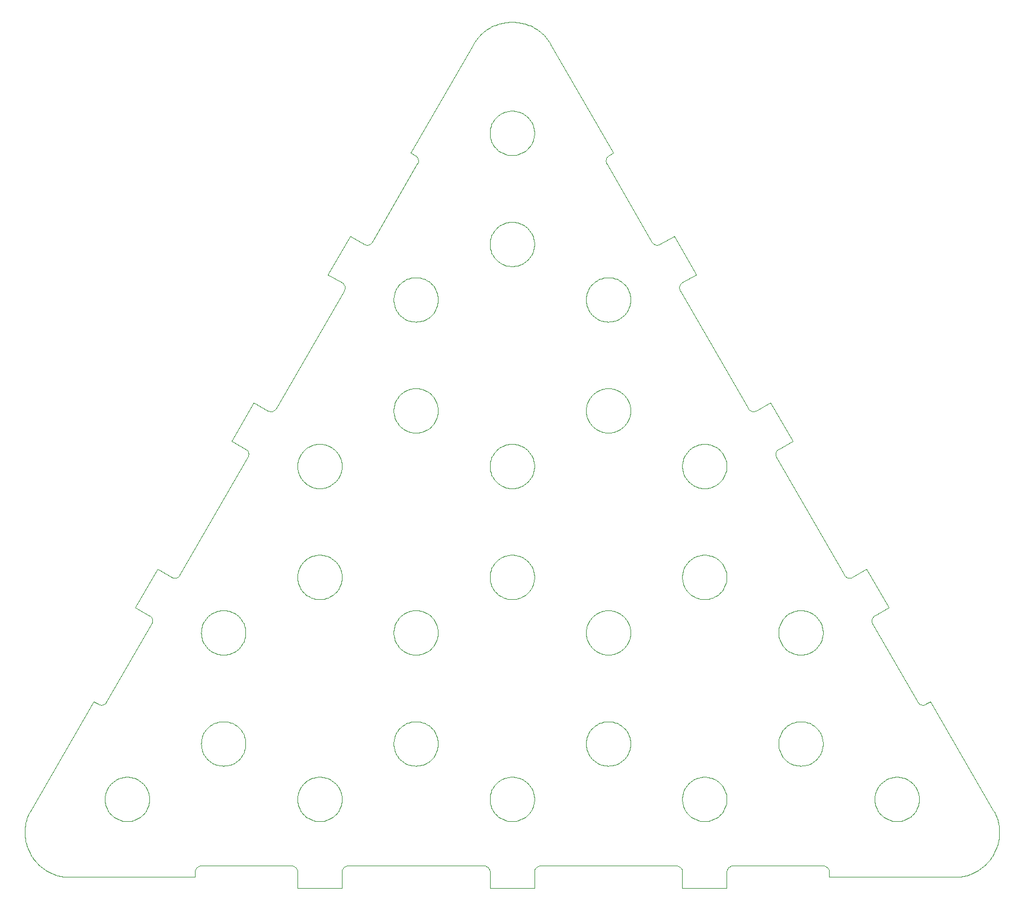
<source format=gbr>
%TF.GenerationSoftware,KiCad,Pcbnew,(6.0.0)*%
%TF.CreationDate,2022-01-21T14:33:05-08:00*%
%TF.ProjectId,PCB-bottom,5043422d-626f-4747-946f-6d2e6b696361,rev?*%
%TF.SameCoordinates,Original*%
%TF.FileFunction,Profile,NP*%
%FSLAX46Y46*%
G04 Gerber Fmt 4.6, Leading zero omitted, Abs format (unit mm)*
G04 Created by KiCad (PCBNEW (6.0.0)) date 2022-01-21 14:33:05*
%MOMM*%
%LPD*%
G01*
G04 APERTURE LIST*
%TA.AperFunction,Profile*%
%ADD10C,0.100000*%
%TD*%
G04 APERTURE END LIST*
D10*
%TO.C,Ref\u002A\u002A*%
X159951100Y-113821000D02*
X160130900Y-113710000D01*
X188110000Y-108830800D02*
X187959000Y-108690600D01*
X103576500Y-114239000D02*
X103781200Y-114220000D01*
X119056900Y-84743200D02*
X118886400Y-84621500D01*
X101603700Y-108434000D02*
X101433300Y-108555700D01*
X188707000Y-112477000D02*
X188792000Y-112292000D01*
X131881200Y-114080000D02*
X132076700Y-114009000D01*
X210565000Y-145433000D02*
X210377000Y-145521000D01*
X100366300Y-127973000D02*
X100439300Y-128167000D01*
X187069000Y-108135000D02*
X186874000Y-108063500D01*
X123872700Y-55627300D02*
X123954400Y-55625200D01*
X119369200Y-89500400D02*
X119510200Y-89349600D01*
X88413500Y-131948000D02*
X88222200Y-132035000D01*
X142516700Y-84878100D02*
X142365500Y-85018300D01*
X131881200Y-66455700D02*
X132076700Y-66382400D01*
X130661900Y-66615300D02*
X130867300Y-66621900D01*
X175280000Y-102922700D02*
X175259000Y-102713700D01*
X182426000Y-85044700D02*
X182381000Y-85110800D01*
X141610800Y-38608000D02*
X141550400Y-38805900D01*
X146553300Y-100618200D02*
X146382700Y-100496500D01*
X77448870Y-144669000D02*
X77291970Y-144536000D01*
X99327200Y-146010000D02*
X81352300Y-146010000D01*
X100849400Y-109143000D02*
X100729800Y-109309700D01*
X169265300Y-101726800D02*
X169180200Y-101914600D01*
X78118000Y-145137000D02*
X77944700Y-145028000D01*
X117324500Y-90426400D02*
X117529300Y-90407900D01*
X188792000Y-109852100D02*
X188707000Y-109664300D01*
X128768600Y-108690600D02*
X128617400Y-108830800D01*
X144820900Y-58677800D02*
X145025700Y-58657600D01*
X105138300Y-108434000D02*
X104958400Y-108322800D01*
X189035000Y-111071900D02*
X189028000Y-110860200D01*
X186874000Y-114080000D02*
X187069000Y-114009000D01*
X168922400Y-145081000D02*
X168901900Y-145002000D01*
X161113300Y-65034400D02*
X161210200Y-64853100D01*
X170345000Y-100496500D02*
X170174000Y-100618200D01*
X103781200Y-130095000D02*
X103984700Y-130061000D01*
X202739000Y-121187000D02*
X202802000Y-121239000D01*
X189035000Y-126947000D02*
X189028000Y-126735000D01*
X102757300Y-114186000D02*
X102960800Y-114220000D01*
X202783000Y-134884000D02*
X202776000Y-134673000D01*
X127754700Y-110444800D02*
X127720300Y-110651200D01*
X132268100Y-124097000D02*
X132076700Y-124010000D01*
X134042300Y-79321900D02*
X134035300Y-79110200D01*
X129658000Y-124010000D02*
X129466600Y-124097000D01*
X193096000Y-103210900D02*
X193173000Y-103179200D01*
X202673000Y-135713000D02*
X202721000Y-135511000D01*
X168854800Y-61059200D02*
X168789800Y-61110500D01*
X167774700Y-54347000D02*
X170950000Y-59846400D01*
X115020500Y-137266000D02*
X115181400Y-137401000D01*
X193247000Y-103139500D02*
X195271000Y-101972600D01*
X114728200Y-89349600D02*
X114869200Y-89500400D01*
X119369200Y-85018300D02*
X119218000Y-84878100D01*
X119640700Y-105063200D02*
X119760400Y-104896500D01*
X147620200Y-56535400D02*
X147680600Y-56337800D01*
X144615500Y-99959300D02*
X144410000Y-99964600D01*
X158569100Y-66615300D02*
X158773900Y-66595100D01*
X134042300Y-63446900D02*
X134042300Y-63446900D01*
X143800400Y-90328500D02*
X144001800Y-90373500D01*
X161210200Y-62040600D02*
X161113300Y-61859400D01*
X106518100Y-111493000D02*
X106539000Y-111283500D01*
X145430600Y-100065200D02*
X145229200Y-100020200D01*
X213797000Y-141909000D02*
X213720000Y-142100000D01*
X134042300Y-126947000D02*
X134042300Y-126947000D01*
X157953400Y-123798000D02*
X157750000Y-123833000D01*
X131682500Y-123878000D02*
X131481000Y-123833000D01*
X127720300Y-111493000D02*
X127754700Y-111699000D01*
X142365500Y-53269100D02*
X142224500Y-53420200D01*
X142615000Y-24064200D02*
X142810200Y-24006000D01*
X113351800Y-144444000D02*
X113272100Y-144425000D01*
X156113700Y-113313000D02*
X156264900Y-113453000D01*
X156776100Y-108322800D02*
X156596400Y-108434000D01*
X155972700Y-61357700D02*
X155842200Y-61517300D01*
X170524000Y-132135000D02*
X170345000Y-132246000D01*
X103576500Y-107902100D02*
X103370900Y-107896800D01*
X129466600Y-82171400D02*
X129658000Y-82258700D01*
X140686200Y-144412000D02*
X140602300Y-144409000D01*
X148605500Y-25116700D02*
X148766000Y-25248900D01*
X147783500Y-39422700D02*
X147762600Y-39213700D01*
X113972000Y-87680000D02*
X114006400Y-87886400D01*
X110876900Y-79020200D02*
X120611800Y-62159800D01*
X119218000Y-100753100D02*
X119056900Y-100618200D01*
X158247500Y-43010400D02*
X158195100Y-43073400D01*
X100203000Y-127159000D02*
X100223900Y-127368000D01*
X169180200Y-136104000D02*
X169265300Y-136289000D01*
X147728200Y-40260600D02*
X147762600Y-40054800D01*
X158149200Y-43141100D02*
X158110200Y-43213100D01*
X103984700Y-130061000D02*
X104186100Y-130016000D01*
X182748000Y-110444800D02*
X182713000Y-110651200D01*
X120184300Y-88087500D02*
X120231900Y-87886400D01*
X188610000Y-112659000D02*
X188707000Y-112477000D01*
X183339000Y-125018000D02*
X183219000Y-125185000D01*
X155251000Y-111699000D02*
X155298500Y-111900000D01*
X142224500Y-105224600D02*
X142365500Y-105375400D01*
X158158200Y-76152100D02*
X157953400Y-76173300D01*
X147006500Y-101044200D02*
X146865500Y-100893300D01*
X184273000Y-124198000D02*
X184093000Y-124309000D01*
X133508500Y-77559700D02*
X133388800Y-77393000D01*
X116505600Y-131770000D02*
X116304000Y-131815000D01*
X174211000Y-132503000D02*
X174050000Y-132368000D01*
X142365500Y-105375400D02*
X142516700Y-105515600D01*
X156425900Y-124431000D02*
X156264900Y-124566000D01*
X182795000Y-110243700D02*
X182748000Y-110444800D01*
X114869200Y-132643000D02*
X114728200Y-132794000D01*
X105620900Y-113313000D02*
X105761900Y-113162000D01*
X146865500Y-105375400D02*
X147006500Y-105224600D01*
X75871430Y-142819000D02*
X75772470Y-142642000D01*
X116913600Y-106301400D02*
X117119200Y-106309300D01*
X106436100Y-111900000D02*
X106483700Y-111699000D01*
X200423000Y-131815000D02*
X200222000Y-131770000D01*
X160130900Y-124309000D02*
X159951100Y-124198000D01*
X118886400Y-100496500D02*
X118706700Y-100385300D01*
X141865900Y-53921900D02*
X141768900Y-54103100D01*
X192198000Y-102967600D02*
X192255000Y-103028400D01*
X119369200Y-100893300D02*
X119218000Y-100753100D01*
X170711000Y-132035000D02*
X170524000Y-132135000D01*
X148766000Y-25248900D02*
X148922300Y-25387300D01*
X119868800Y-101546900D02*
X119760400Y-101372200D01*
X170174000Y-100618200D02*
X170013000Y-100753100D01*
X128768600Y-129328000D02*
X128929600Y-129463000D01*
X141610800Y-56535400D02*
X141683800Y-56728300D01*
X114006400Y-86632300D02*
X113972000Y-86838700D01*
X203579000Y-121369000D02*
X203657000Y-121338000D01*
X117529300Y-90407900D02*
X117732800Y-90373500D01*
X90784900Y-107470700D02*
X93959900Y-101972600D01*
X185246000Y-114186000D02*
X185450000Y-114220000D01*
X75028200Y-138893000D02*
X75055180Y-138689000D01*
X161210200Y-128352000D02*
X161295400Y-128167000D01*
X155842200Y-125018000D02*
X155722500Y-125185000D01*
X120123900Y-88285900D02*
X120184300Y-88087500D01*
X101433300Y-129463000D02*
X101603700Y-129585000D01*
X90438100Y-137954000D02*
X90636800Y-137893000D01*
X155251000Y-64073100D02*
X155298500Y-64275300D01*
X106302700Y-109852100D02*
X106217500Y-109664300D01*
X119369200Y-137125000D02*
X119510200Y-136975000D01*
X87685100Y-137401000D02*
X87855800Y-137522000D01*
X160613600Y-81562900D02*
X160754600Y-81412100D01*
X157750000Y-82436000D02*
X157953400Y-82470400D01*
X174211000Y-137266000D02*
X174362000Y-137125000D01*
X100305900Y-126119000D02*
X100258300Y-126320000D01*
X155195700Y-63658300D02*
X155216600Y-63867300D01*
X106933500Y-85822500D02*
X106955700Y-85743200D01*
X214218000Y-140131000D02*
X214196000Y-140335000D01*
X93221500Y-109473600D02*
X93227300Y-109391500D01*
X130867300Y-130122000D02*
X131072800Y-130114000D01*
X146016200Y-137734000D02*
X146203000Y-137633000D01*
X88222200Y-137734000D02*
X88413500Y-137821000D01*
X188251000Y-113162000D02*
X188382000Y-113001000D01*
X132966100Y-81703100D02*
X133117300Y-81562900D01*
X170013000Y-105515600D02*
X170174000Y-105650500D01*
X201375000Y-137522000D02*
X201546000Y-137401000D01*
X169265300Y-104539300D02*
X169362300Y-104721900D01*
X175117000Y-88285900D02*
X175177000Y-88087500D01*
X106628200Y-84872700D02*
X106556700Y-84827700D01*
X106483700Y-126320000D02*
X106436100Y-126119000D01*
X92688100Y-135713000D02*
X92735500Y-135511000D01*
X172725000Y-90373500D02*
X172927000Y-90328500D01*
X105469800Y-113453000D02*
X105620900Y-113313000D01*
X139345400Y-26527200D02*
X139468400Y-26345400D01*
X119218000Y-84878100D02*
X119056900Y-84743200D01*
X96912700Y-103081300D02*
X96975700Y-103028400D01*
X159573000Y-114009000D02*
X159764400Y-113921000D01*
X156596400Y-129585000D02*
X156776100Y-129696000D01*
X139468400Y-26345400D02*
X139596700Y-26169700D01*
X185045000Y-114141000D02*
X185246000Y-114186000D01*
X186474000Y-123833000D02*
X186270000Y-123798000D01*
X211281000Y-145031000D02*
X211107000Y-145142000D01*
X116304000Y-137954000D02*
X116505600Y-137999000D01*
X160885100Y-113001000D02*
X161004800Y-112834000D01*
X105761900Y-129037000D02*
X105892400Y-128876000D01*
X158195100Y-43073400D02*
X158149200Y-43141100D01*
X130253700Y-123833000D02*
X130052200Y-123878000D01*
X145430600Y-131815000D02*
X145229200Y-131770000D01*
X157953400Y-82470400D02*
X158158200Y-82488900D01*
X128345800Y-128876000D02*
X128476400Y-129037000D01*
X158773900Y-82470400D02*
X158977300Y-82436000D01*
X117732800Y-84145200D02*
X117529300Y-84110800D01*
X113951300Y-102922700D02*
X113944200Y-103134400D01*
X187798000Y-108555700D02*
X187627000Y-108434000D01*
X147547200Y-56728300D02*
X147620200Y-56535400D01*
X131134700Y-43927700D02*
X131165400Y-43850700D01*
X168183100Y-144412000D02*
X168099100Y-144409000D01*
X174753000Y-89021500D02*
X174861000Y-88846900D01*
X147790500Y-39634400D02*
X147790500Y-39634400D01*
X104384800Y-108063500D02*
X104186100Y-108002700D01*
X147783500Y-55720800D02*
X147790500Y-55509400D01*
X133117300Y-77080800D02*
X132966100Y-76940600D01*
X160462400Y-124566000D02*
X160301400Y-124431000D01*
X147006500Y-41723200D02*
X147137000Y-41563700D01*
X101272200Y-129328000D02*
X101433300Y-129463000D01*
X182342000Y-85184900D02*
X182310000Y-85259000D01*
X156776100Y-129696000D02*
X156962900Y-129796000D01*
X120050900Y-104354100D02*
X120123900Y-104160900D01*
X127692400Y-126947000D02*
X127699400Y-127159000D01*
X141249100Y-144716000D02*
X141194100Y-144655000D01*
X172725000Y-84145200D02*
X172522000Y-84110800D01*
X92735500Y-134257000D02*
X92688100Y-134056000D01*
X188865000Y-127973000D02*
X188925000Y-127775000D01*
X155195700Y-63235200D02*
X155188700Y-63446900D01*
X133932500Y-62618500D02*
X133872000Y-62420500D01*
X214196000Y-140335000D02*
X214168000Y-140536000D01*
X186066000Y-114239000D02*
X186270000Y-114220000D01*
X175287000Y-103134400D02*
X175280000Y-102922700D01*
X147137000Y-37704800D02*
X147006500Y-37545200D01*
X158158200Y-60278500D02*
X157953400Y-60298300D01*
X179188000Y-79435500D02*
X179269000Y-79419700D01*
X182692000Y-111283500D02*
X182713000Y-111493000D01*
X104384800Y-114080000D02*
X104580300Y-114009000D01*
X113951300Y-103346000D02*
X113972000Y-103555000D01*
X201546000Y-132368000D02*
X201375000Y-132246000D01*
X133980000Y-78694800D02*
X133932500Y-78493700D01*
X184846000Y-114080000D02*
X185045000Y-114141000D01*
X100621300Y-112659000D02*
X100729800Y-112834000D01*
X141683800Y-86039600D02*
X141610800Y-86232800D01*
X174050000Y-89775500D02*
X174211000Y-89640600D01*
X118519900Y-137734000D02*
X118706700Y-137633000D01*
X133713900Y-112477000D02*
X133799100Y-112292000D01*
X160462400Y-108690600D02*
X160301400Y-108555700D01*
X128020800Y-125539000D02*
X127935600Y-125727000D01*
X142848300Y-132246000D02*
X142677700Y-132368000D01*
X188707000Y-128352000D02*
X188792000Y-128167000D01*
X146382700Y-89897300D02*
X146553300Y-89775500D01*
X193017000Y-103232100D02*
X193096000Y-103210900D01*
X140012300Y-25680000D02*
X140160300Y-25528900D01*
X155251000Y-110444800D02*
X155216600Y-110651200D01*
X133713900Y-125539000D02*
X133617000Y-125359000D01*
X127802300Y-78493700D02*
X127754700Y-78694800D01*
X147790500Y-134884000D02*
X147790500Y-134884000D01*
X147728200Y-135511000D02*
X147762600Y-135305000D01*
X144820900Y-52341000D02*
X144615500Y-52334400D01*
X187261000Y-108222300D02*
X187069000Y-108135000D01*
X114597700Y-89188200D02*
X114728200Y-89349600D01*
X172317000Y-90426400D02*
X172522000Y-90407900D01*
X119965800Y-85851800D02*
X119868800Y-85671900D01*
X120123900Y-104160900D02*
X120184300Y-103962500D01*
X174362000Y-137125000D02*
X174503000Y-136975000D01*
X78848780Y-145518000D02*
X78660400Y-145431000D01*
X129853400Y-114080000D02*
X130052200Y-114141000D01*
X146553300Y-42149500D02*
X146714300Y-42016700D01*
X202783000Y-134884000D02*
X202783000Y-134884000D01*
X158773900Y-123798000D02*
X158569100Y-123777000D01*
X101970200Y-113921000D02*
X102161700Y-114009000D01*
X145629400Y-58518200D02*
X145824800Y-58444900D01*
X133713900Y-128352000D02*
X133799100Y-128167000D01*
X147462100Y-85851800D02*
X147365100Y-85671900D01*
X143800400Y-52440700D02*
X143601600Y-52500500D01*
X155842200Y-113001000D02*
X155972700Y-113162000D01*
X118706700Y-90008400D02*
X118886400Y-89897300D01*
X104580300Y-124010000D02*
X104384800Y-123939000D01*
X132805100Y-124431000D02*
X132634600Y-124309000D01*
X196009000Y-109473600D02*
X196023000Y-109555600D01*
X130457100Y-130095000D02*
X130661900Y-130114000D01*
X75541220Y-137070000D02*
X75637000Y-136874000D01*
X187798000Y-113588000D02*
X187959000Y-113453000D01*
X109882500Y-79398500D02*
X109961700Y-79419600D01*
X131277600Y-107923300D02*
X131072800Y-107902100D01*
X156962900Y-113921000D02*
X157154300Y-114009000D01*
X156264900Y-124566000D02*
X156113700Y-124706000D01*
X114728200Y-132794000D02*
X114597700Y-132956000D01*
X127720300Y-63867300D02*
X127754700Y-64073100D01*
X132805100Y-108555700D02*
X132634600Y-108434000D01*
X132634600Y-81959800D02*
X132805100Y-81838000D01*
X168936900Y-87259400D02*
X168943900Y-87471000D01*
X147620200Y-40660400D02*
X147680600Y-40462800D01*
X171907000Y-84089600D02*
X171702000Y-84110800D01*
X103165600Y-130114000D02*
X103370900Y-130122000D01*
X120184300Y-134056000D02*
X120123900Y-133858000D01*
X143214700Y-58358700D02*
X143406200Y-58444900D01*
X147006500Y-53420200D02*
X146865500Y-53269100D01*
X145834100Y-23869400D02*
X146033600Y-23909600D01*
X144410000Y-58677800D02*
X144615500Y-58684400D01*
X155517000Y-62040600D02*
X155431900Y-62227900D01*
X92554500Y-133665000D02*
X92469600Y-133477000D01*
X169265300Y-133477000D02*
X169180200Y-133665000D01*
X161210200Y-112477000D02*
X161295400Y-112292000D01*
X142677700Y-105650500D02*
X142848300Y-105772300D01*
X100366300Y-110045300D02*
X100305900Y-110243700D01*
X116913600Y-90426400D02*
X117119200Y-90434300D01*
X127802300Y-127775000D02*
X127862700Y-127973000D01*
X143406200Y-58444900D02*
X143601600Y-58518200D01*
X106483700Y-127574000D02*
X106518100Y-127368000D01*
X155842200Y-65376200D02*
X155972700Y-65535700D01*
X169362300Y-133297000D02*
X169265300Y-133477000D01*
X113944200Y-87259400D02*
X113951300Y-87471000D01*
X131177700Y-43366300D02*
X131152900Y-43288500D01*
X185860000Y-130122000D02*
X186066000Y-130114000D01*
X147006500Y-89349600D02*
X147137000Y-89188200D01*
X197841000Y-132246000D02*
X197670000Y-132368000D01*
X187069000Y-129884000D02*
X187261000Y-129796000D01*
X142848300Y-100496500D02*
X142677700Y-100618200D01*
X175280000Y-87471000D02*
X175287000Y-87259400D01*
X155722500Y-109309700D02*
X155614000Y-109484400D01*
X189232000Y-144425000D02*
X189150000Y-144412000D01*
X148097400Y-144600000D02*
X148037000Y-144655000D01*
X131682500Y-60378200D02*
X131481000Y-60331600D01*
X159178800Y-123878000D02*
X158977300Y-123833000D01*
X171702000Y-131736000D02*
X171498000Y-131770000D01*
X155614000Y-80909400D02*
X155722500Y-81084000D01*
X141447500Y-55297700D02*
X141440500Y-55509400D01*
X175280000Y-134673000D02*
X175259000Y-134464000D01*
X107708200Y-78160200D02*
X109731700Y-79327000D01*
X150114700Y-26909200D02*
X159102200Y-42476000D01*
X168795100Y-144782000D02*
X168746000Y-144716000D01*
X202755000Y-134464000D02*
X202721000Y-134257000D01*
X174050000Y-105650500D02*
X174211000Y-105515600D01*
X189901000Y-145163000D02*
X189889000Y-145081000D01*
X155298500Y-127775000D02*
X155359000Y-127973000D01*
X159764400Y-82171400D02*
X159951100Y-82070900D01*
X129853400Y-60438000D02*
X129658000Y-60511000D01*
X141974300Y-37872200D02*
X141865900Y-38046900D01*
X87372900Y-132643000D02*
X87231900Y-132794000D01*
X132268100Y-60597600D02*
X132076700Y-60511000D01*
X127699400Y-79533500D02*
X127720300Y-79742500D01*
X116708800Y-131736000D02*
X116505600Y-131770000D01*
X115909800Y-84322500D02*
X115718500Y-84409800D01*
X120266300Y-102713700D02*
X120231900Y-102507300D01*
X118328500Y-90196200D02*
X118519900Y-90108900D01*
X175117000Y-86232800D02*
X175044000Y-86039600D01*
X156776100Y-82070900D02*
X156962900Y-82171400D01*
X119965800Y-104539300D02*
X120050900Y-104354100D01*
X168943900Y-87047700D02*
X168936900Y-87259400D01*
X182328000Y-85899300D02*
X182367000Y-85973400D01*
X76200040Y-143332000D02*
X76085470Y-143166000D01*
X143214700Y-105983900D02*
X143406200Y-106071200D01*
X161538600Y-126947000D02*
X161538600Y-126947000D01*
X128476400Y-129037000D02*
X128617400Y-129188000D01*
X130052200Y-76252700D02*
X129853400Y-76313500D01*
X158977300Y-114186000D02*
X159178800Y-114141000D01*
X120711700Y-61604200D02*
X120694200Y-61524300D01*
X147008000Y-24202500D02*
X147196900Y-24279500D01*
X133932500Y-127775000D02*
X133980000Y-127574000D01*
X168513100Y-61848500D02*
X168527000Y-61929400D01*
X155359000Y-80348400D02*
X155431900Y-80541600D01*
X141437500Y-145163000D02*
X141425500Y-145081000D01*
X115181400Y-105650500D02*
X115352100Y-105772300D01*
X188925000Y-126119000D02*
X188865000Y-125920000D01*
X129658000Y-60511000D02*
X129466600Y-60597600D01*
X85500100Y-121298000D02*
X85574200Y-121338000D01*
X173126000Y-106142700D02*
X173321000Y-106071200D01*
X128929600Y-60931700D02*
X128768600Y-61064300D01*
X106863700Y-85973300D02*
X106902800Y-85899300D01*
X141502800Y-135511000D02*
X141550400Y-135713000D01*
X142516700Y-57891700D02*
X142677700Y-58024500D01*
X130253700Y-66562100D02*
X130457100Y-66595100D01*
X188382000Y-109143000D02*
X188251000Y-108981700D01*
X213637000Y-142285000D02*
X213549000Y-142467000D01*
X146714300Y-53126800D02*
X146553300Y-52994200D01*
X75772470Y-142642000D02*
X75679070Y-142459000D01*
X147680600Y-38805900D02*
X147620200Y-38608000D01*
X170524000Y-137633000D02*
X170711000Y-137734000D01*
X119760400Y-133122000D02*
X119640700Y-132956000D01*
X97033300Y-102967500D02*
X97084700Y-102904000D01*
X128768600Y-81703100D02*
X128929600Y-81838000D01*
X130661900Y-76152100D02*
X130457100Y-76173300D01*
X106483700Y-110444800D02*
X106436100Y-110243700D01*
X130253700Y-82436000D02*
X130457100Y-82470400D01*
X114114600Y-133858000D02*
X114054000Y-134056000D01*
X145430600Y-137954000D02*
X145629400Y-137893000D01*
X141135300Y-24753100D02*
X141310500Y-24645500D01*
X171098000Y-84251000D02*
X170903000Y-84322500D01*
X141468400Y-103555000D02*
X141502800Y-103761400D01*
X127802300Y-126119000D02*
X127754700Y-126320000D01*
X161368300Y-64472900D02*
X161428700Y-64275300D01*
X101783400Y-108322800D02*
X101603700Y-108434000D01*
X174503000Y-85169200D02*
X174362000Y-85018300D01*
X142848300Y-89897300D02*
X143028000Y-90008400D01*
X89622900Y-138059000D02*
X89828200Y-138051000D01*
X113951300Y-135096000D02*
X113972000Y-135305000D01*
X103165600Y-114239000D02*
X103370900Y-114247000D01*
X171702000Y-99985800D02*
X171498000Y-100020200D01*
X113951300Y-134673000D02*
X113944200Y-134884000D01*
X185045000Y-130016000D02*
X185246000Y-130061000D01*
X141550400Y-135713000D02*
X141610800Y-135911000D01*
X106375800Y-127973000D02*
X106436100Y-127775000D01*
X128476400Y-124857000D02*
X128345800Y-125018000D01*
X213455000Y-142650000D02*
X213356000Y-142827000D01*
X103576500Y-123777000D02*
X103370900Y-123772000D01*
X198207000Y-137734000D02*
X198398000Y-137821000D01*
X189462000Y-144510000D02*
X189389000Y-144473000D01*
X93207700Y-109555600D02*
X93221500Y-109473600D01*
X133932500Y-78493700D02*
X133872000Y-78295300D01*
X146203000Y-137633000D02*
X146382700Y-137522000D01*
X142516700Y-42016700D02*
X142677700Y-42149500D01*
X141440500Y-87259400D02*
X141447500Y-87471000D01*
X106217500Y-109664300D02*
X106120700Y-109484400D01*
X168507300Y-61767000D02*
X168513100Y-61848500D01*
X109961700Y-79419600D02*
X110042400Y-79435500D01*
X170711000Y-100284800D02*
X170524000Y-100385300D01*
X141610800Y-135911000D02*
X141683800Y-136104000D01*
X120294200Y-103134400D02*
X120294200Y-103134400D01*
X200222000Y-131770000D02*
X200018000Y-131736000D01*
X118133100Y-137893000D02*
X118328500Y-137821000D01*
X100305900Y-127775000D02*
X100366300Y-127973000D01*
X186874000Y-108063500D02*
X186675000Y-108002700D01*
X147680600Y-86431200D02*
X147620200Y-86232800D01*
X175044000Y-133665000D02*
X174959000Y-133477000D01*
X141376700Y-144925000D02*
X141340900Y-144851000D01*
X159951100Y-66196400D02*
X160130900Y-66084500D01*
X114272600Y-104539300D02*
X114369700Y-104721900D01*
X146033600Y-23909600D02*
X146231900Y-23955900D01*
X120287200Y-87471000D02*
X120294200Y-87259400D01*
X87855800Y-137522000D02*
X88035400Y-137633000D01*
X210186000Y-145600000D02*
X209991000Y-145671000D01*
X145229200Y-100020200D02*
X145025700Y-99985800D01*
X164605900Y-55208800D02*
X164650300Y-55279900D01*
X128020800Y-112477000D02*
X128117700Y-112659000D01*
X169720900Y-132794000D02*
X169590400Y-132956000D01*
X175177000Y-102306200D02*
X175117000Y-102107800D01*
X171498000Y-100020200D02*
X171297000Y-100065200D01*
X199403000Y-131715000D02*
X199198000Y-131736000D01*
X148101500Y-24756600D02*
X148273100Y-24870600D01*
X161510700Y-63026200D02*
X161476300Y-62820300D01*
X183761000Y-124566000D02*
X183610000Y-124706000D01*
X147365100Y-41221900D02*
X147462100Y-41040600D01*
X196967000Y-133122000D02*
X196858000Y-133297000D01*
X155298500Y-62618400D02*
X155251000Y-62820300D01*
X146203000Y-105883400D02*
X146382700Y-105772300D01*
X145629400Y-90267700D02*
X145824800Y-90196200D01*
X175225000Y-134257000D02*
X175177000Y-134056000D01*
X172317000Y-106301400D02*
X172522000Y-106282900D01*
X143406200Y-84322500D02*
X143214700Y-84409800D01*
X175225000Y-86632300D02*
X175177000Y-86431200D01*
X142365500Y-89500400D02*
X142516700Y-89640600D01*
X196603000Y-135911000D02*
X196676000Y-136104000D01*
X120666400Y-144552000D02*
X120601100Y-144600000D01*
X183110000Y-125359000D02*
X183014000Y-125539000D01*
X119868800Y-104721900D02*
X119965800Y-104539300D01*
X115181400Y-89775500D02*
X115352100Y-89897300D01*
X147137000Y-132956000D02*
X147006500Y-132794000D01*
X131165400Y-43850700D02*
X131187600Y-43771600D01*
X147256600Y-136646000D02*
X147365100Y-136472000D01*
X158773900Y-76173300D02*
X158569100Y-76152100D01*
X182267000Y-85417800D02*
X182257000Y-85497100D01*
X147783500Y-103346000D02*
X147790500Y-103134400D01*
X145025700Y-131736000D02*
X144820900Y-131715000D01*
X128929600Y-108555700D02*
X128768600Y-108690600D01*
X142224500Y-101044200D02*
X142094000Y-101205500D01*
X156264900Y-113453000D02*
X156425900Y-113588000D01*
X120184300Y-102306200D02*
X120123900Y-102107800D01*
X143007100Y-23953600D02*
X143205500Y-23907500D01*
X173879000Y-89897300D02*
X174050000Y-89775500D01*
X142094000Y-57438700D02*
X142224500Y-57598200D01*
X147932900Y-144782000D02*
X147890200Y-144851000D01*
X175259000Y-134464000D02*
X175225000Y-134257000D01*
X118519900Y-100284800D02*
X118328500Y-100197500D01*
X132268100Y-66296200D02*
X132454800Y-66196400D01*
X200622000Y-137893000D02*
X200817000Y-137821000D01*
X171297000Y-84190200D02*
X171098000Y-84251000D01*
X186066000Y-130114000D02*
X186270000Y-130095000D01*
X187069000Y-124010000D02*
X186874000Y-123939000D01*
X141974300Y-101372200D02*
X141865900Y-101546900D01*
X210750000Y-145343000D02*
X210565000Y-145433000D01*
X159764400Y-66296200D02*
X159951100Y-66196400D01*
X168999200Y-134257000D02*
X168964800Y-134464000D01*
X144615500Y-36459400D02*
X144410000Y-36466000D01*
X175287000Y-147584000D02*
X168937300Y-147584000D01*
X155972700Y-108981700D02*
X155842200Y-109143000D01*
X155972700Y-65535700D02*
X156113700Y-65687100D01*
X120294200Y-145248000D02*
X120294200Y-147584000D01*
X134014400Y-79742500D02*
X134035300Y-79533500D01*
X158442500Y-42857000D02*
X158371400Y-42901400D01*
X119369200Y-132643000D02*
X119218000Y-132503000D01*
X156962900Y-129796000D02*
X157154300Y-129884000D01*
X142848300Y-84621500D02*
X142677700Y-84743200D01*
X131881200Y-108063500D02*
X131682500Y-108002700D01*
X142848300Y-58147000D02*
X143028000Y-58258900D01*
X196543000Y-134056000D02*
X196495000Y-134257000D01*
X105138300Y-129585000D02*
X105308700Y-129463000D01*
X133872000Y-78295300D02*
X133799100Y-78102100D01*
X115909800Y-100197500D02*
X115718500Y-100284800D01*
X132966100Y-129328000D02*
X133117300Y-129188000D01*
X202721000Y-135511000D02*
X202755000Y-135305000D01*
X146714300Y-132503000D02*
X146553300Y-132368000D01*
X174503000Y-101044200D02*
X174362000Y-100893300D01*
X169362300Y-88846900D02*
X169470800Y-89021500D01*
X147790500Y-87259400D02*
X147790500Y-87259400D01*
X173699000Y-100385300D02*
X173513000Y-100284800D01*
X161004800Y-112834000D02*
X161113300Y-112659000D01*
X173879000Y-100496500D02*
X173699000Y-100385300D01*
X186270000Y-123798000D02*
X186066000Y-123777000D01*
X131481000Y-82436000D02*
X131682500Y-82391000D01*
X88609000Y-131876000D02*
X88413500Y-131948000D01*
X116505600Y-100020200D02*
X116304000Y-100065200D01*
X175044000Y-88479100D02*
X175117000Y-88285900D01*
X114478100Y-85497200D02*
X114369700Y-85671900D01*
X131277600Y-60298300D02*
X131072800Y-60278500D01*
X133980000Y-110444800D02*
X133932500Y-110243700D01*
X148273100Y-24870600D02*
X148441200Y-24990400D01*
X174861000Y-88846900D02*
X174959000Y-88664300D01*
X114597700Y-85330500D02*
X114478100Y-85497200D01*
X169107200Y-88285900D02*
X169180200Y-88479100D01*
X129279800Y-124198000D02*
X129100100Y-124309000D01*
X143601600Y-106142700D02*
X143800400Y-106203500D01*
X129853400Y-123939000D02*
X129658000Y-124010000D01*
X184273000Y-129696000D02*
X184459000Y-129796000D01*
X120266300Y-135305000D02*
X120287200Y-135096000D01*
X130867300Y-60271900D02*
X130661900Y-60278500D01*
X174959000Y-85851800D02*
X174861000Y-85671900D01*
X155216600Y-79742500D02*
X155251000Y-79948900D01*
X145629400Y-84251000D02*
X145430600Y-84190200D01*
X132805100Y-81838000D02*
X132966100Y-81703100D01*
X120717900Y-61848700D02*
X120723700Y-61767200D01*
X147890200Y-144851000D02*
X147854400Y-144925000D01*
X170903000Y-106071200D02*
X171098000Y-106142700D01*
X168936900Y-103134400D02*
X168943900Y-103346000D01*
X116913600Y-131715000D02*
X116708800Y-131736000D01*
X134042300Y-63446900D02*
X134042300Y-63446900D01*
X92014000Y-132794000D02*
X91872900Y-132643000D01*
X198446000Y-107470700D02*
X196422000Y-108640100D01*
X173699000Y-137633000D02*
X173879000Y-137522000D01*
X75590970Y-142277000D02*
X75508420Y-142092000D01*
X173879000Y-137522000D02*
X174050000Y-137401000D01*
X131072800Y-114239000D02*
X131277600Y-114220000D01*
X140925100Y-144473000D02*
X140848100Y-144444000D01*
X202586000Y-120991000D02*
X202630000Y-121062000D01*
X116105300Y-84251000D02*
X115909800Y-84322500D01*
X147790500Y-55509400D02*
X147790500Y-55509400D01*
X178507000Y-79216000D02*
X178570000Y-79268900D01*
X169720900Y-89349600D02*
X169862000Y-89500400D01*
X213778000Y-137271000D02*
X213858000Y-137472000D01*
X178785000Y-79385300D02*
X178863000Y-79411800D01*
X158053400Y-43366300D02*
X158035900Y-43445900D01*
X189805000Y-144851000D02*
X189762000Y-144782000D01*
X131682500Y-66515500D02*
X131881200Y-66455700D01*
X86618300Y-135911000D02*
X86691100Y-136104000D01*
X106946200Y-85338400D02*
X106921300Y-85259000D01*
X114597700Y-132956000D02*
X114478100Y-133122000D01*
X147137000Y-53579800D02*
X147006500Y-53420200D01*
X156776100Y-60697000D02*
X156596400Y-60809000D01*
X75034290Y-140327000D02*
X75013120Y-140123000D01*
X146382700Y-100496500D02*
X146203000Y-100385300D01*
X147762600Y-40054800D02*
X147783500Y-39845800D01*
X115352100Y-137522000D02*
X115531700Y-137633000D01*
X156425900Y-65962000D02*
X156596400Y-66084500D01*
X158306300Y-42952700D02*
X158247500Y-43010400D01*
X89828200Y-131715000D02*
X89622900Y-131710000D01*
X104186100Y-130016000D02*
X104384800Y-129955000D01*
X119965800Y-136289000D02*
X120050900Y-136104000D01*
X133617000Y-65034400D02*
X133713900Y-64853100D01*
X132268100Y-108222300D02*
X132076700Y-108135000D01*
X187627000Y-124309000D02*
X187448000Y-124198000D01*
X105308700Y-113588000D02*
X105469800Y-113453000D01*
X183219000Y-112834000D02*
X183339000Y-113001000D01*
X128476400Y-108981700D02*
X128345800Y-109143000D01*
X92627500Y-135911000D02*
X92688100Y-135713000D01*
X171907000Y-99964600D02*
X171702000Y-99985800D01*
X114272600Y-85851800D02*
X114187400Y-86039600D01*
X148382800Y-144444000D02*
X148305900Y-144473000D01*
X103370900Y-107896800D02*
X103165600Y-107902100D01*
X197358000Y-132643000D02*
X197217000Y-132794000D01*
X178863000Y-79411800D02*
X178944000Y-79427700D01*
X130661900Y-130114000D02*
X130867300Y-130122000D01*
X115531700Y-84510300D02*
X115352100Y-84621500D01*
X100195900Y-111071900D02*
X100203000Y-111283500D01*
X145025700Y-36485800D02*
X144820900Y-36466000D01*
X147762600Y-87680000D02*
X147783500Y-87471000D01*
X115020500Y-132503000D02*
X114869200Y-132643000D01*
X134014400Y-111493000D02*
X134035300Y-111283500D01*
X213993000Y-141332000D02*
X213933000Y-141528000D01*
X147137000Y-41563700D02*
X147256600Y-41396500D01*
X183339000Y-128876000D02*
X183469000Y-129037000D01*
X147680600Y-103962500D02*
X147728200Y-103761400D01*
X142810200Y-24006000D02*
X143007100Y-23953600D01*
X145430600Y-36565700D02*
X145229200Y-36519200D01*
X170524000Y-100385300D02*
X170345000Y-100496500D01*
X201858000Y-137125000D02*
X201999000Y-136975000D01*
X202613000Y-133858000D02*
X202540000Y-133665000D01*
X86981900Y-133122000D02*
X86873400Y-133297000D01*
X75136940Y-140930000D02*
X75096460Y-140729000D01*
X132268100Y-76472300D02*
X132076700Y-76385000D01*
X161368300Y-110045300D02*
X161295400Y-109852100D01*
X169590400Y-136813000D02*
X169720900Y-136975000D01*
X141468400Y-102713700D02*
X141447500Y-102922700D01*
X184846000Y-123939000D02*
X184651000Y-124010000D01*
X133508500Y-61684700D02*
X133388800Y-61517300D01*
X86475700Y-134464000D02*
X86454800Y-134673000D01*
X141425500Y-145081000D02*
X141405100Y-145002000D01*
X117324500Y-106301400D02*
X117529300Y-106282900D01*
X172522000Y-84110800D02*
X172317000Y-84089600D01*
X144615500Y-58684400D02*
X144820900Y-58677800D01*
X121132400Y-144409000D02*
X121048400Y-144412000D01*
X159573000Y-129884000D02*
X159764400Y-129796000D01*
X188792000Y-128167000D02*
X188865000Y-127973000D01*
X142094000Y-136813000D02*
X142224500Y-136975000D01*
X161210200Y-109664300D02*
X161113300Y-109484400D01*
X100305900Y-111900000D02*
X100366300Y-112098000D01*
X161368300Y-80348400D02*
X161428700Y-80150000D01*
X133508500Y-125185000D02*
X133388800Y-125018000D01*
X196858000Y-133297000D02*
X196761000Y-133477000D01*
X199403000Y-138051000D02*
X199608000Y-138059000D01*
X198594000Y-137893000D02*
X198793000Y-137954000D01*
X187627000Y-129585000D02*
X187798000Y-129463000D01*
X186474000Y-130061000D02*
X186675000Y-130016000D01*
X148922300Y-25387300D02*
X149074400Y-25532000D01*
X197670000Y-132368000D02*
X197509000Y-132503000D01*
X170711000Y-90108900D02*
X170903000Y-90196200D01*
X161368300Y-127973000D02*
X161428700Y-127775000D01*
X128768600Y-124566000D02*
X128617400Y-124706000D01*
X91872900Y-132643000D02*
X91721600Y-132503000D01*
X134042300Y-79321900D02*
X134042300Y-79321900D01*
X179499000Y-79327000D02*
X181523000Y-78160200D01*
X131201500Y-43690700D02*
X131207300Y-43609200D01*
X104580300Y-108135000D02*
X104384800Y-108063500D01*
X169362300Y-85671900D02*
X169265300Y-85851800D01*
X120050900Y-133665000D02*
X119965800Y-133477000D01*
X142365500Y-137125000D02*
X142516700Y-137266000D01*
X169265300Y-85851800D02*
X169180200Y-86039600D01*
X155517000Y-128352000D02*
X155614000Y-128534000D01*
X118886400Y-105772300D02*
X119056900Y-105650500D01*
X75236950Y-137871000D02*
X75301510Y-137670000D01*
X117934400Y-84190200D02*
X117732800Y-84145200D01*
X147620200Y-88285900D02*
X147680600Y-88087500D01*
X168943900Y-103346000D02*
X168964800Y-103555000D01*
X114114600Y-135911000D02*
X114187400Y-136104000D01*
X146553300Y-105650500D02*
X146714300Y-105515600D01*
X157349800Y-76313500D02*
X157154300Y-76385000D01*
X213594000Y-136874000D02*
X213690000Y-137072000D01*
X144010000Y-23785000D02*
X144212900Y-23769900D01*
X77944700Y-145028000D02*
X77775370Y-144912000D01*
X192318000Y-103081300D02*
X192386000Y-103126300D01*
X172725000Y-137999000D02*
X172927000Y-137954000D01*
X147365100Y-88846900D02*
X147462100Y-88664300D01*
X171098000Y-106142700D02*
X171297000Y-106203500D01*
X169107200Y-133858000D02*
X169046800Y-134056000D01*
X168549100Y-62008800D02*
X168579800Y-62085800D01*
X96213600Y-103232100D02*
X96294300Y-103247900D01*
X141550400Y-88087500D02*
X141610800Y-88285900D01*
X175117000Y-102107800D02*
X175044000Y-101914600D01*
X92372500Y-133297000D02*
X92264000Y-133122000D01*
X169862000Y-132643000D02*
X169720900Y-132794000D01*
X117732800Y-131770000D02*
X117529300Y-131736000D01*
X118886400Y-137522000D02*
X119056900Y-137401000D01*
X129658000Y-82258700D02*
X129853400Y-82330200D01*
X89622900Y-131710000D02*
X89417300Y-131715000D01*
X157349800Y-123939000D02*
X157154300Y-124010000D01*
X128345800Y-113001000D02*
X128476400Y-113162000D01*
X120294200Y-87259400D02*
X120294200Y-87259400D01*
X127699400Y-79110200D02*
X127692400Y-79321900D01*
X120694200Y-61524300D02*
X120669400Y-61446300D01*
X148232300Y-144510000D02*
X148162700Y-144552000D01*
X114054000Y-86431200D02*
X114006400Y-86632300D01*
X158158200Y-114239000D02*
X158363600Y-114247000D01*
X102161700Y-114009000D02*
X102357000Y-114080000D01*
X156113700Y-129188000D02*
X156264900Y-129328000D01*
X189007000Y-127368000D02*
X189028000Y-127159000D01*
X161210200Y-80726800D02*
X161295400Y-80541600D01*
X149886600Y-26528200D02*
X150003500Y-26715500D01*
X174362000Y-105375400D02*
X174503000Y-105224600D01*
X171098000Y-90267700D02*
X171297000Y-90328500D01*
X158363600Y-123772000D02*
X158158200Y-123777000D01*
X147462100Y-136289000D02*
X147547200Y-136104000D01*
X99469600Y-144782000D02*
X99427000Y-144851000D01*
X147547200Y-38415400D02*
X147462100Y-38228100D01*
X102757300Y-107957700D02*
X102556000Y-108002700D01*
X118519900Y-105983900D02*
X118706700Y-105883400D01*
X182603000Y-84872700D02*
X182538000Y-84923000D01*
X90832300Y-137821000D02*
X91023600Y-137734000D01*
X186675000Y-114141000D02*
X186874000Y-114080000D01*
X114114600Y-104160900D02*
X114187400Y-104354100D01*
X102757300Y-130061000D02*
X102960800Y-130095000D01*
X110723700Y-79216000D02*
X110781300Y-79155100D01*
X157154300Y-82258700D02*
X157349800Y-82330200D01*
X186675000Y-108002700D02*
X186474000Y-107957700D01*
X75183780Y-141128000D02*
X75136940Y-140930000D01*
X143028000Y-100385300D02*
X142848300Y-100496500D01*
X141768900Y-104539300D02*
X141865900Y-104721900D01*
X203174000Y-121398000D02*
X203256000Y-121409000D01*
X188973000Y-110444800D02*
X188925000Y-110243700D01*
X142224500Y-57598200D02*
X142365500Y-57749600D01*
X114478100Y-104896500D02*
X114597700Y-105063200D01*
X115718500Y-100284800D02*
X115531700Y-100385300D01*
X127692400Y-111071900D02*
X127699400Y-111283500D01*
X127935600Y-62227900D02*
X127862700Y-62420500D01*
X115352100Y-89897300D02*
X115531700Y-90008400D01*
X145824800Y-100197500D02*
X145629400Y-100126000D01*
X155972700Y-113162000D02*
X156113700Y-113313000D01*
X156596400Y-124309000D02*
X156425900Y-124431000D01*
X86981900Y-136646000D02*
X87101500Y-136813000D01*
X106518100Y-127368000D02*
X106539000Y-127159000D01*
X131072800Y-66615300D02*
X131277600Y-66595100D01*
X159764400Y-108222300D02*
X159573000Y-108135000D01*
X161476300Y-78694800D02*
X161428700Y-78493700D01*
X114006400Y-103761400D02*
X114054000Y-103962500D01*
X147462100Y-38228100D02*
X147365100Y-38046900D01*
X105620900Y-108830800D02*
X105469800Y-108690600D01*
X114369700Y-101546900D02*
X114272600Y-101726800D01*
X110781300Y-79155100D02*
X110832700Y-79091600D01*
X100980100Y-108981700D02*
X100849400Y-109143000D01*
X155722500Y-61684700D02*
X155614000Y-61859400D01*
X196045000Y-109635000D02*
X196076000Y-109711700D01*
X86557700Y-134056000D02*
X86510100Y-134257000D01*
X188110000Y-113313000D02*
X188251000Y-113162000D01*
X157154300Y-76385000D02*
X156962900Y-76472300D01*
X182928000Y-112292000D02*
X183014000Y-112477000D01*
X149364900Y-25839500D02*
X149503100Y-26002500D01*
X127862700Y-78295300D02*
X127802300Y-78493700D01*
X100524500Y-109664300D02*
X100439300Y-109852100D01*
X175117000Y-133858000D02*
X175044000Y-133665000D01*
X115352100Y-105772300D02*
X115531700Y-105883400D01*
X115718500Y-90108900D02*
X115909800Y-90196200D01*
X203657000Y-121338000D02*
X203731000Y-121298000D01*
X143601600Y-42643200D02*
X143800400Y-42703000D01*
X168943900Y-87471000D02*
X168964800Y-87680000D01*
X128768600Y-76940600D02*
X128617400Y-77080800D01*
X139868900Y-25836900D02*
X140012300Y-25680000D01*
X182748000Y-126320000D02*
X182713000Y-126526000D01*
X142848300Y-137522000D02*
X143028000Y-137633000D01*
X103370900Y-130122000D02*
X103576500Y-130114000D01*
X96772700Y-103166000D02*
X96844700Y-103126300D01*
X85730600Y-121391000D02*
X85811300Y-121404000D01*
X144205300Y-36485800D02*
X144001800Y-36519200D01*
X146623700Y-24066800D02*
X146816900Y-24131600D01*
X117119200Y-131710000D02*
X116913600Y-131715000D01*
X155359000Y-125920000D02*
X155298500Y-126119000D01*
X144001800Y-90373500D02*
X144205300Y-90407900D01*
X183339000Y-113001000D02*
X183469000Y-113162000D01*
X172522000Y-99985800D02*
X172317000Y-99964600D01*
X129100100Y-124309000D02*
X128929600Y-124431000D01*
X147137000Y-136813000D02*
X147256600Y-136646000D01*
X174503000Y-105224600D02*
X174633000Y-105063200D01*
X146714300Y-42016700D02*
X146865500Y-41874600D01*
X155517000Y-80726800D02*
X155614000Y-80909400D01*
X141447500Y-39422700D02*
X141440500Y-39634400D01*
X143028000Y-52759500D02*
X142848300Y-52871500D01*
X119510200Y-101044200D02*
X119369200Y-100893300D01*
X146553300Y-132368000D02*
X146382700Y-132246000D01*
X127754700Y-64073100D02*
X127802300Y-64275300D01*
X143406200Y-90196200D02*
X143601600Y-90267700D01*
X148162700Y-144552000D02*
X148097400Y-144600000D01*
X159951100Y-60697000D02*
X159764400Y-60597600D01*
X102960800Y-130095000D02*
X103165600Y-130114000D01*
X120123900Y-135911000D02*
X120184300Y-135713000D01*
X146016200Y-58358700D02*
X146203000Y-58258900D01*
X127862700Y-112098000D02*
X127935600Y-112292000D01*
X100258300Y-111699000D02*
X100305900Y-111900000D01*
X175225000Y-87886400D02*
X175259000Y-87680000D01*
X129279800Y-113821000D02*
X129466600Y-113921000D01*
X119218000Y-89640600D02*
X119369200Y-89500400D01*
X96294300Y-103247900D02*
X96376100Y-103253200D01*
X211615000Y-144798000D02*
X211450000Y-144917000D01*
X168964800Y-103555000D02*
X168999200Y-103761400D01*
X85975100Y-121409000D02*
X86056300Y-121398000D01*
X145025700Y-42782600D02*
X145229200Y-42749600D01*
X210377000Y-145521000D02*
X210186000Y-145600000D01*
X134035300Y-110860200D02*
X134014400Y-110651200D01*
X200817000Y-131948000D02*
X200622000Y-131876000D01*
X175287000Y-87259400D02*
X175287000Y-87259400D01*
X127935600Y-109852100D02*
X127862700Y-110045300D01*
X133388800Y-61517300D02*
X133258300Y-61357700D01*
X183761000Y-113453000D02*
X183922000Y-113588000D01*
X161113300Y-112659000D02*
X161210200Y-112477000D01*
X75301510Y-137670000D02*
X75373480Y-137469000D01*
X182685000Y-126947000D02*
X182692000Y-127159000D01*
X182855000Y-127973000D02*
X182928000Y-128167000D01*
X214233000Y-139927000D02*
X214218000Y-140131000D01*
X113572200Y-144552000D02*
X113502300Y-144510000D01*
X132634600Y-66084500D02*
X132805100Y-65962000D01*
X173126000Y-90267700D02*
X173321000Y-90196200D01*
X158158200Y-107902100D02*
X157953400Y-107923300D01*
X183469000Y-124857000D02*
X183339000Y-125018000D01*
X147926500Y-24648900D02*
X148101500Y-24756600D01*
X168421900Y-144473000D02*
X168345000Y-144444000D01*
X86645200Y-120991000D02*
X93115600Y-109785800D01*
X172927000Y-100065200D02*
X172725000Y-100020200D01*
X146016200Y-90108900D02*
X146203000Y-90008400D01*
X161510700Y-111493000D02*
X161531600Y-111283500D01*
X145229200Y-84145200D02*
X145025700Y-84110800D01*
X146553300Y-58024500D02*
X146714300Y-57891700D01*
X79040340Y-145597000D02*
X78848780Y-145518000D01*
X147783500Y-102922700D02*
X147762600Y-102713700D01*
X133508500Y-81084000D02*
X133617000Y-80909400D01*
X160462400Y-81703100D02*
X160613600Y-81562900D01*
X147790500Y-145248000D02*
X147790500Y-147584000D01*
X155251000Y-62820300D02*
X155216600Y-63026200D01*
X175729000Y-144510000D02*
X175659000Y-144552000D01*
X86776300Y-136289000D02*
X86873400Y-136472000D01*
X147790500Y-39634400D02*
X147783500Y-39422700D01*
X147620200Y-104160900D02*
X147680600Y-103962500D01*
X106804700Y-85044700D02*
X106752300Y-84981200D01*
X160754600Y-77231700D02*
X160613600Y-77080800D01*
X186675000Y-123878000D02*
X186474000Y-123833000D01*
X144820900Y-84089600D02*
X144615500Y-84084300D01*
X75431690Y-141901000D02*
X75360780Y-141711000D01*
X196033000Y-109150800D02*
X196015000Y-109230200D01*
X158096300Y-43927700D02*
X158135700Y-44001800D01*
X161295400Y-125727000D02*
X161210200Y-125539000D01*
X128345800Y-109143000D02*
X128226200Y-109309700D01*
X127699400Y-63235200D02*
X127692400Y-63446900D01*
X214241000Y-139724000D02*
X214233000Y-139927000D01*
X129279800Y-108322800D02*
X129100100Y-108434000D01*
X106545900Y-126947000D02*
X106539000Y-126735000D01*
X141440500Y-55509400D02*
X141447500Y-55720800D01*
X106436100Y-110243700D02*
X106375800Y-110045300D01*
X87524000Y-137266000D02*
X87685100Y-137401000D01*
X145629400Y-42643200D02*
X145824800Y-42569900D01*
X165115200Y-55598000D02*
X165195200Y-55615400D01*
X147805600Y-145081000D02*
X147793600Y-145163000D01*
X159377600Y-66455700D02*
X159573000Y-66382400D01*
X145229200Y-58624600D02*
X145430600Y-58578000D01*
X90236500Y-131770000D02*
X90033000Y-131736000D01*
X119868800Y-133297000D02*
X119760400Y-133122000D01*
X161004800Y-125185000D02*
X160885100Y-125018000D01*
X196005000Y-109309500D02*
X196003000Y-109391600D01*
X128117700Y-128534000D02*
X128226200Y-128709000D01*
X114369700Y-88846900D02*
X114478100Y-89021500D01*
X104771800Y-113921000D02*
X104958400Y-113821000D01*
X168619200Y-62159900D02*
X178354000Y-79020200D01*
X155972700Y-124857000D02*
X155842200Y-125018000D01*
X145824800Y-137821000D02*
X146016200Y-137734000D01*
X186270000Y-114220000D02*
X186474000Y-114186000D01*
X155842200Y-61517300D02*
X155722500Y-61684700D01*
X133799100Y-128167000D02*
X133872000Y-127973000D01*
X168632700Y-61298900D02*
X168593700Y-61370900D01*
X174861000Y-85671900D02*
X174753000Y-85497200D01*
X106889600Y-85184900D02*
X106850400Y-85110800D01*
X155251000Y-126320000D02*
X155216600Y-126526000D01*
X127862700Y-62420500D02*
X127802300Y-62618500D01*
X169720900Y-136975000D02*
X169862000Y-137125000D01*
X160754600Y-129037000D02*
X160885100Y-128876000D01*
X196543000Y-135713000D02*
X196603000Y-135911000D01*
X106693300Y-84923000D02*
X106628200Y-84872700D01*
X120598400Y-61299200D02*
X120552600Y-61231200D01*
X197358000Y-137125000D02*
X197509000Y-137266000D01*
X188865000Y-112098000D02*
X188925000Y-111900000D01*
X147365100Y-38046900D02*
X147256600Y-37872200D01*
X158078200Y-43288200D02*
X158053400Y-43366300D01*
X158135700Y-44001800D02*
X164605900Y-55208800D01*
X156776100Y-113821000D02*
X156962900Y-113921000D01*
X175225000Y-103761400D02*
X175259000Y-103555000D01*
X120266300Y-87680000D02*
X120287200Y-87471000D01*
X168536900Y-61524100D02*
X168519400Y-61604000D01*
X175259000Y-135305000D02*
X175280000Y-135096000D01*
X147256600Y-101372200D02*
X147137000Y-101205500D01*
X156113700Y-108830800D02*
X155972700Y-108981700D01*
X86549700Y-121128000D02*
X86601100Y-121062000D01*
X147547200Y-54290400D02*
X147462100Y-54103100D01*
X158773900Y-130095000D02*
X158977300Y-130061000D01*
X143028000Y-132135000D02*
X142848300Y-132246000D01*
X132454800Y-66196400D02*
X132634600Y-66084500D01*
X179425000Y-79366700D02*
X179499000Y-79327000D01*
X145025700Y-84110800D02*
X144820900Y-84089600D01*
X100223900Y-111493000D02*
X100258300Y-111699000D01*
X182261000Y-85661200D02*
X182275000Y-85743200D01*
X133388800Y-113001000D02*
X133508500Y-112834000D01*
X173321000Y-90196200D02*
X173513000Y-90108900D01*
X214168000Y-140536000D02*
X214134000Y-140737000D01*
X199813000Y-131715000D02*
X199608000Y-131710000D01*
X174633000Y-136813000D02*
X174753000Y-136646000D01*
X124340900Y-55501900D02*
X124408700Y-55456100D01*
X185450000Y-114220000D02*
X185655000Y-114239000D01*
X164890000Y-55501900D02*
X164961900Y-55541100D01*
X127720300Y-63026200D02*
X127699400Y-63235200D01*
X184651000Y-124010000D02*
X184459000Y-124097000D01*
X110124100Y-79440800D02*
X110205900Y-79438200D01*
X160613600Y-129188000D02*
X160754600Y-129037000D01*
X141610800Y-102107800D02*
X141550400Y-102306200D01*
X146714300Y-37251800D02*
X146553300Y-37119200D01*
X155431900Y-112292000D02*
X155517000Y-112477000D01*
X158363600Y-76146800D02*
X158158200Y-76152100D01*
X161113300Y-77734400D02*
X161004800Y-77559700D01*
X141502800Y-87886400D02*
X141550400Y-88087500D01*
X141502800Y-54882800D02*
X141468400Y-55088700D01*
X92879900Y-108685100D02*
X92808700Y-108640100D01*
X156113700Y-124706000D02*
X155972700Y-124857000D01*
X175117000Y-135911000D02*
X175177000Y-135713000D01*
X155359000Y-112098000D02*
X155431900Y-112292000D01*
X133980000Y-64073100D02*
X134014400Y-63867300D01*
X161210200Y-77914300D02*
X161113300Y-77734400D01*
X161538600Y-63446900D02*
X161531600Y-63235200D01*
X175280000Y-135096000D02*
X175287000Y-134884000D01*
X161210200Y-64853100D02*
X161295400Y-64665800D01*
X141550400Y-38805900D02*
X141502800Y-39007800D01*
X114114600Y-102107800D02*
X114054000Y-102306200D01*
X117324500Y-84089600D02*
X117119200Y-84084300D01*
X170013000Y-84878100D02*
X169862000Y-85018300D01*
X147680600Y-54680900D02*
X147620200Y-54483000D01*
X143028000Y-58258900D02*
X143214700Y-58358700D01*
X120358100Y-144925000D02*
X120329700Y-145002000D01*
X202630000Y-121062000D02*
X202681000Y-121128000D01*
X147790500Y-147584000D02*
X141440500Y-147584000D01*
X156962900Y-108222300D02*
X156776100Y-108322800D01*
X129853400Y-82330200D02*
X130052200Y-82391000D01*
X141447500Y-55720800D02*
X141468400Y-55929800D01*
X158363600Y-66621900D02*
X158569100Y-66615300D01*
X128617400Y-61206600D02*
X128476400Y-61357700D01*
X130661900Y-82488900D02*
X130867300Y-82496800D01*
X196115000Y-109785800D02*
X202586000Y-120991000D01*
X147547200Y-88479100D02*
X147620200Y-88285900D01*
X106012200Y-128709000D02*
X106120700Y-128534000D01*
X99573900Y-144655000D02*
X99518800Y-144716000D01*
X188110000Y-129188000D02*
X188251000Y-129037000D01*
X186270000Y-107923300D02*
X186066000Y-107902100D01*
X132268100Y-82171400D02*
X132454800Y-82070900D01*
X141447500Y-87471000D02*
X141468400Y-87680000D01*
X141610800Y-104160900D02*
X141683800Y-104354100D01*
X128020800Y-62040600D02*
X127935600Y-62227900D01*
X142365500Y-57749600D02*
X142516700Y-57891700D01*
X117934400Y-106203500D02*
X118133100Y-106142700D01*
X93141300Y-108997300D02*
X93102400Y-108923200D01*
X140795000Y-24987000D02*
X140963400Y-24866900D01*
X128020800Y-80726800D02*
X128117700Y-80909400D01*
X179269000Y-79419700D02*
X179348000Y-79398500D01*
X88807700Y-137954000D02*
X89009100Y-137999000D01*
X120552600Y-61231200D02*
X120500200Y-61168200D01*
X170174000Y-105650500D02*
X170345000Y-105772300D01*
X183219000Y-109309700D02*
X183110000Y-109484400D01*
X171498000Y-137999000D02*
X171702000Y-138033000D01*
X196440000Y-135096000D02*
X196461000Y-135305000D01*
X161531600Y-110860200D02*
X161510700Y-110651200D01*
X188973000Y-127574000D02*
X189007000Y-127368000D01*
X144410000Y-90426400D02*
X144615500Y-90434300D01*
X174050000Y-100618200D02*
X173879000Y-100496500D01*
X140160300Y-25528900D02*
X140312800Y-25384200D01*
X155298500Y-110243700D02*
X155251000Y-110444800D01*
X174362000Y-89500400D02*
X174503000Y-89349600D01*
X100524500Y-128352000D02*
X100621300Y-128534000D01*
X119510200Y-85169200D02*
X119369200Y-85018300D01*
X127754700Y-126320000D02*
X127720300Y-126526000D01*
X123710200Y-55607700D02*
X123791000Y-55621700D01*
X189840000Y-144925000D02*
X189805000Y-144851000D01*
X147728200Y-54882800D02*
X147680600Y-54680900D01*
X141974300Y-41396500D02*
X142094000Y-41563700D01*
X147783500Y-135096000D02*
X147790500Y-134884000D01*
X144001800Y-58624600D02*
X144205300Y-58657600D01*
X202357000Y-133297000D02*
X202249000Y-133122000D01*
X133617000Y-112659000D02*
X133713900Y-112477000D01*
X117529300Y-131736000D02*
X117324500Y-131715000D01*
X146865500Y-41874600D02*
X147006500Y-41723200D01*
X141440500Y-134884000D02*
X141447500Y-135096000D01*
X120294200Y-103134400D02*
X120287200Y-102922700D01*
X130661900Y-123777000D02*
X130457100Y-123798000D01*
X159178800Y-130016000D02*
X159377600Y-129955000D01*
X201375000Y-132246000D02*
X201195000Y-132135000D01*
X120637400Y-61371100D02*
X120598400Y-61299200D01*
X100439300Y-109852100D02*
X100366300Y-110045300D01*
X146382700Y-137522000D02*
X146553300Y-137401000D01*
X158977300Y-66562100D02*
X159178800Y-66515500D01*
X169470800Y-136646000D02*
X169590400Y-136813000D01*
X128768600Y-113453000D02*
X128929600Y-113588000D01*
X133258300Y-81412100D02*
X133388800Y-81250700D01*
X134035300Y-126735000D02*
X134014400Y-126526000D01*
X129466600Y-129796000D02*
X129658000Y-129884000D01*
X175177000Y-103962500D02*
X175225000Y-103761400D01*
X165195200Y-55615400D02*
X165276400Y-55625200D01*
X127802300Y-62618500D02*
X127754700Y-62820300D01*
X170013000Y-132503000D02*
X169862000Y-132643000D01*
X161368300Y-78295300D02*
X161295400Y-78102100D01*
X146382700Y-36996500D02*
X146203000Y-36884500D01*
X142224500Y-41723200D02*
X142365500Y-41874600D01*
X147783500Y-39845800D02*
X147790500Y-39634400D01*
X113972000Y-102713700D02*
X113951300Y-102922700D01*
X160130900Y-76684000D02*
X159951100Y-76572800D01*
X120540700Y-144655000D02*
X120485700Y-144716000D01*
X132454800Y-108322800D02*
X132268100Y-108222300D01*
X115020500Y-89640600D02*
X115181400Y-89775500D01*
X119056900Y-137401000D02*
X119218000Y-137266000D01*
X157750000Y-66562100D02*
X157953400Y-66595100D01*
X142848300Y-105772300D02*
X143028000Y-105883400D01*
X115352100Y-132246000D02*
X115181400Y-132368000D01*
X197086000Y-132956000D02*
X196967000Y-133122000D01*
X91210400Y-132135000D02*
X91023600Y-132035000D01*
X93959900Y-101972600D02*
X95983700Y-103139500D01*
X188925000Y-127775000D02*
X188973000Y-127574000D01*
X131682500Y-108002700D02*
X131481000Y-107957700D01*
X175534000Y-144655000D02*
X175479000Y-144716000D01*
X159178800Y-108002700D02*
X158977300Y-107957700D01*
X181523000Y-78160200D02*
X184698000Y-83658300D01*
X170903000Y-137821000D02*
X171098000Y-137893000D01*
X116913600Y-138051000D02*
X117119200Y-138059000D01*
X183469000Y-113162000D02*
X183610000Y-113313000D01*
X106963700Y-85417700D02*
X106946200Y-85338400D01*
X116105300Y-131876000D02*
X115909800Y-131948000D01*
X141440500Y-103134400D02*
X141447500Y-103346000D01*
X134014400Y-63867300D02*
X134035300Y-63658300D01*
X157349800Y-108063500D02*
X157154300Y-108135000D01*
X142677700Y-84743200D02*
X142516700Y-84878100D01*
X157750000Y-130061000D02*
X157953400Y-130095000D01*
X173879000Y-132246000D02*
X173699000Y-132135000D01*
X211933000Y-144542000D02*
X211776000Y-144671000D01*
X116304000Y-131815000D02*
X116105300Y-131876000D01*
X113801800Y-144782000D02*
X113752900Y-144716000D01*
X173879000Y-105772300D02*
X174050000Y-105650500D01*
X161113300Y-61859400D02*
X161004800Y-61684700D01*
X158110200Y-43213100D02*
X158078200Y-43288200D01*
X130788600Y-42856900D02*
X130128800Y-42475900D01*
X147462100Y-41040600D02*
X147547200Y-40853300D01*
X133980000Y-111699000D02*
X134014400Y-111493000D01*
X105308700Y-124431000D02*
X105138300Y-124309000D01*
X144416200Y-23760600D02*
X144619700Y-23757700D01*
X161295400Y-109852100D02*
X161210200Y-109664300D01*
X124269000Y-55541100D02*
X124340900Y-55501900D01*
X100980100Y-124857000D02*
X100849400Y-125018000D01*
X142224500Y-89349600D02*
X142365500Y-89500400D01*
X127720300Y-126526000D02*
X127699400Y-126735000D01*
X115181400Y-132368000D02*
X115020500Y-132503000D01*
X141768900Y-38228100D02*
X141683800Y-38415400D01*
X187069000Y-114009000D02*
X187261000Y-113921000D01*
X75131120Y-138279000D02*
X75180330Y-138075000D01*
X141550400Y-86431200D02*
X141502800Y-86632300D01*
X81352300Y-146010000D02*
X81128400Y-146010000D01*
X103781200Y-123798000D02*
X103576500Y-123777000D01*
X142365500Y-132643000D02*
X142224500Y-132794000D01*
X129100100Y-81959800D02*
X129279800Y-82070900D01*
X171702000Y-138033000D02*
X171907000Y-138051000D01*
X159377600Y-114080000D02*
X159573000Y-114009000D01*
X209387000Y-145849000D02*
X209180000Y-145896000D01*
X147790500Y-103134400D02*
X147790500Y-103134400D01*
X120441300Y-61110800D02*
X120376300Y-61059200D01*
X174050000Y-84743200D02*
X173879000Y-84621500D01*
X171907000Y-131715000D02*
X171702000Y-131736000D01*
X101783400Y-113821000D02*
X101970200Y-113921000D01*
X118706700Y-137633000D02*
X118886400Y-137522000D01*
X174861000Y-133297000D02*
X174753000Y-133122000D01*
X76444510Y-143658000D02*
X76319890Y-143499000D01*
X170903000Y-100197500D02*
X170711000Y-100284800D01*
X182713000Y-127368000D02*
X182748000Y-127574000D01*
X113908700Y-145002000D02*
X113880400Y-144925000D01*
X156962900Y-60597600D02*
X156776100Y-60697000D01*
X171098000Y-100126000D02*
X170903000Y-100197500D01*
X130052200Y-108002700D02*
X129853400Y-108063500D01*
X174861000Y-104721900D02*
X174959000Y-104539300D01*
X115531700Y-100385300D02*
X115352100Y-100496500D01*
X131277600Y-123798000D02*
X131072800Y-123777000D01*
X117732800Y-106248500D02*
X117934400Y-106203500D01*
X134035300Y-63235200D02*
X134014400Y-63026200D01*
X144001800Y-100020200D02*
X143800400Y-100065200D01*
X148305900Y-144473000D02*
X148232300Y-144510000D01*
X119760400Y-85497200D02*
X119640700Y-85330500D01*
X127754700Y-127574000D02*
X127802300Y-127775000D01*
X146016200Y-132035000D02*
X145824800Y-131948000D01*
X184651000Y-114009000D02*
X184846000Y-114080000D01*
X147826000Y-145002000D02*
X147805600Y-145081000D01*
X115181400Y-84743200D02*
X115020500Y-84878100D01*
X133117300Y-65687100D02*
X133258300Y-65535700D01*
X130457100Y-123798000D02*
X130253700Y-123833000D01*
X92264000Y-133122000D02*
X92144400Y-132956000D01*
X156596400Y-113710000D02*
X156776100Y-113821000D01*
X147365100Y-136472000D02*
X147462100Y-136289000D01*
X198994000Y-137999000D02*
X199198000Y-138033000D01*
X160754600Y-65535700D02*
X160885100Y-65376200D01*
X157349800Y-66455700D02*
X157548500Y-66515500D01*
X134014400Y-63026200D02*
X133980000Y-62820300D01*
X133872000Y-127973000D02*
X133932500Y-127775000D01*
X114006400Y-135511000D02*
X114054000Y-135713000D01*
X145026500Y-23770400D02*
X145229400Y-23785800D01*
X91390100Y-137522000D02*
X91560700Y-137401000D01*
X146553300Y-137401000D02*
X146714300Y-137266000D01*
X120886500Y-144444000D02*
X120809600Y-144473000D01*
X142041100Y-24276400D02*
X142230300Y-24199400D01*
X142516700Y-105515600D02*
X142677700Y-105650500D01*
X213720000Y-142100000D02*
X213637000Y-142285000D01*
X106902800Y-85899300D02*
X106933500Y-85822500D01*
X130253700Y-114186000D02*
X130457100Y-114220000D01*
X103984700Y-107957700D02*
X103781200Y-107923300D01*
X155614000Y-109484400D02*
X155517000Y-109664300D01*
X114114600Y-88285900D02*
X114187400Y-88479100D01*
X170345000Y-137522000D02*
X170524000Y-137633000D01*
X119868800Y-88846900D02*
X119965800Y-88664300D01*
X171907000Y-106301400D02*
X172112000Y-106309300D01*
X87372900Y-137125000D02*
X87524000Y-137266000D01*
X170345000Y-84621500D02*
X170174000Y-84743200D01*
X142094000Y-105063200D02*
X142224500Y-105224600D01*
X147620200Y-38608000D02*
X147547200Y-38415400D01*
X147790500Y-55509400D02*
X147790500Y-55509400D01*
X165750900Y-55515400D02*
X167774700Y-54347000D01*
X99342400Y-145081000D02*
X99330400Y-145163000D01*
X128226200Y-109309700D02*
X128117700Y-109484400D01*
X188110000Y-124706000D02*
X187959000Y-124566000D01*
X172927000Y-106203500D02*
X173126000Y-106142700D01*
X187261000Y-129796000D02*
X187448000Y-129696000D01*
X145824800Y-58444900D02*
X146016200Y-58358700D01*
X161428700Y-80150000D02*
X161476300Y-79948900D01*
X192773000Y-103250700D02*
X192855000Y-103253300D01*
X132076700Y-66382400D02*
X132268100Y-66296200D01*
X110832700Y-79091600D02*
X110876900Y-79020200D01*
X133799100Y-112292000D02*
X133872000Y-112098000D01*
X155972700Y-77231700D02*
X155842200Y-77393000D01*
X110287400Y-79427600D02*
X110367300Y-79411800D01*
X185246000Y-130061000D02*
X185450000Y-130095000D01*
X169862000Y-137125000D02*
X170013000Y-137266000D01*
X146865500Y-137125000D02*
X147006500Y-136975000D01*
X173126000Y-84251000D02*
X172927000Y-84190200D01*
X141974300Y-133122000D02*
X141865900Y-133297000D01*
X159377600Y-76313500D02*
X159178800Y-76252700D01*
X130457100Y-107923300D02*
X130253700Y-107957700D01*
X141447500Y-87047700D02*
X141440500Y-87259400D01*
X106850400Y-85110800D02*
X106804700Y-85044700D01*
X159951100Y-124198000D02*
X159764400Y-124097000D01*
X97128900Y-102832600D02*
X106863700Y-85973300D01*
X159377600Y-60438000D02*
X159178800Y-60378200D01*
X100621300Y-125359000D02*
X100524500Y-125539000D01*
X183110000Y-128534000D02*
X183219000Y-128709000D01*
X188610000Y-125359000D02*
X188501000Y-125185000D01*
X118706700Y-132135000D02*
X118519900Y-132035000D01*
X197217000Y-136975000D02*
X197358000Y-137125000D01*
X144001800Y-131770000D02*
X143800400Y-131815000D01*
X157548500Y-114141000D02*
X157750000Y-114186000D01*
X147365100Y-104721900D02*
X147462100Y-104539300D01*
X143800400Y-58578000D02*
X144001800Y-58624600D01*
X104580300Y-129884000D02*
X104771800Y-129796000D01*
X105138300Y-113710000D02*
X105308700Y-113588000D01*
X146865500Y-132643000D02*
X146714300Y-132503000D01*
X106545900Y-111071900D02*
X106545900Y-111071900D01*
X147256600Y-41396500D02*
X147365100Y-41221900D01*
X132076700Y-82258700D02*
X132268100Y-82171400D01*
X89212600Y-131736000D02*
X89009100Y-131770000D01*
X182713000Y-111493000D02*
X182748000Y-111699000D01*
X155251000Y-79948900D02*
X155298500Y-80150000D01*
X129100100Y-108434000D02*
X128929600Y-108555700D01*
X119056900Y-105650500D02*
X119218000Y-105515600D01*
X102556000Y-108002700D02*
X102357000Y-108063500D01*
X130867300Y-107896800D02*
X130661900Y-107902100D01*
X168934300Y-145163000D02*
X168922400Y-145081000D01*
X175225000Y-135511000D02*
X175259000Y-135305000D01*
X100729800Y-109309700D02*
X100621300Y-109484400D01*
X170524000Y-84510300D02*
X170345000Y-84621500D01*
X93154800Y-109711700D02*
X93185500Y-109635000D01*
X100195900Y-126947000D02*
X100203000Y-127159000D01*
X161531600Y-63235200D02*
X161510700Y-63026200D01*
X106556700Y-84827700D02*
X104533200Y-83658300D01*
X120305100Y-61014700D02*
X118281400Y-59846300D01*
X188382000Y-113001000D02*
X188501000Y-112834000D01*
X188610000Y-128534000D02*
X188707000Y-128352000D01*
X188251000Y-124857000D02*
X188110000Y-124706000D01*
X144212900Y-23769900D02*
X144416200Y-23760600D01*
X149636200Y-26171500D02*
X149764100Y-26346700D01*
X202613000Y-135911000D02*
X202673000Y-135713000D01*
X147365100Y-101546900D02*
X147256600Y-101372200D01*
X100366300Y-125920000D02*
X100305900Y-126119000D01*
X185655000Y-114239000D02*
X185860000Y-114247000D01*
X211776000Y-144671000D02*
X211615000Y-144798000D01*
X118706700Y-84510300D02*
X118519900Y-84409800D01*
X160130900Y-66084500D02*
X160301400Y-65962000D01*
X161538600Y-79321900D02*
X161538600Y-79321900D01*
X161113300Y-128534000D02*
X161210200Y-128352000D01*
X142421600Y-24128700D02*
X142615000Y-24064200D01*
X196058000Y-109071400D02*
X196033000Y-109150800D01*
X127754700Y-79948900D02*
X127802300Y-80150000D01*
X91023600Y-132035000D02*
X90832300Y-131948000D01*
X172317000Y-138051000D02*
X172522000Y-138033000D01*
X155842200Y-77393000D02*
X155722500Y-77559700D01*
X87685100Y-132368000D02*
X87524000Y-132503000D01*
X155722500Y-77559700D02*
X155614000Y-77734400D01*
X143405100Y-23867800D02*
X143605900Y-23834000D01*
X160301400Y-124431000D02*
X160130900Y-124309000D01*
X178398000Y-79091600D02*
X178450000Y-79155100D01*
X147006500Y-37545200D02*
X146865500Y-37394100D01*
X174211000Y-105515600D02*
X174362000Y-105375400D01*
X142677700Y-100618200D02*
X142516700Y-100753100D01*
X164822200Y-55456200D02*
X164890000Y-55501900D01*
X127754700Y-78694800D02*
X127720300Y-78901200D01*
X89009100Y-131770000D02*
X88807700Y-131815000D01*
X175323000Y-145002000D02*
X175302000Y-145081000D01*
X92372500Y-136472000D02*
X92469600Y-136289000D01*
X99327200Y-145248000D02*
X99327200Y-146010000D01*
X130253700Y-76207700D02*
X130052200Y-76252700D01*
X101121100Y-108830800D02*
X100980100Y-108981700D01*
X139227900Y-26715000D02*
X139345400Y-26527200D01*
X133258300Y-77231700D02*
X133117300Y-77080800D01*
X156776100Y-124198000D02*
X156596400Y-124309000D01*
X120736100Y-144510000D02*
X120666400Y-144552000D01*
X169362300Y-101546900D02*
X169265300Y-101726800D01*
X155842200Y-81250700D02*
X155972700Y-81412100D01*
X120436600Y-144782000D02*
X120393900Y-144851000D01*
X170711000Y-84409800D02*
X170524000Y-84510300D01*
X174753000Y-101372200D02*
X174633000Y-101205500D01*
X158158200Y-82488900D02*
X158363600Y-82496800D01*
X141610800Y-88285900D02*
X141683800Y-88479100D01*
X144410000Y-106301400D02*
X144615500Y-106309300D01*
X155517000Y-125539000D02*
X155431900Y-125727000D01*
X127720300Y-79742500D02*
X127754700Y-79948900D01*
X130867300Y-114247000D02*
X131072800Y-114239000D01*
X128020800Y-64853100D02*
X128117700Y-65034400D01*
X183014000Y-109664300D02*
X182928000Y-109852100D01*
X118328500Y-100197500D02*
X118133100Y-100126000D01*
X134042300Y-111071900D02*
X134035300Y-110860200D01*
X106975600Y-85579100D02*
X106973500Y-85497100D01*
X119056900Y-89775500D02*
X119218000Y-89640600D01*
X182795000Y-111900000D02*
X182855000Y-112098000D01*
X146553300Y-52994200D02*
X146382700Y-52871500D01*
X158773900Y-66595100D02*
X158977300Y-66562100D01*
X158363600Y-114247000D02*
X158569100Y-114239000D01*
X113972000Y-135305000D02*
X114006400Y-135511000D01*
X186066000Y-123777000D02*
X185860000Y-123772000D01*
X147790500Y-87259400D02*
X147790500Y-87259400D01*
X168527000Y-61929400D02*
X168549100Y-62008800D01*
X128929600Y-81838000D02*
X129100100Y-81959800D01*
X147680600Y-40462800D02*
X147728200Y-40260600D01*
X173513000Y-137734000D02*
X173699000Y-137633000D01*
X143601600Y-84251000D02*
X143406200Y-84322500D01*
X116304000Y-90328500D02*
X116505600Y-90373500D01*
X113951300Y-87471000D02*
X113972000Y-87680000D01*
X115718500Y-84409800D02*
X115531700Y-84510300D01*
X101121100Y-113313000D02*
X101272200Y-113453000D01*
X113502300Y-144510000D02*
X113428800Y-144473000D01*
X212378000Y-144124000D02*
X212234000Y-144266000D01*
X161531600Y-127159000D02*
X161538600Y-126947000D01*
X116505600Y-84145200D02*
X116304000Y-84190200D01*
X120231900Y-134257000D02*
X120184300Y-134056000D01*
X155359000Y-127973000D02*
X155431900Y-128167000D01*
X147790500Y-134884000D02*
X147783500Y-134673000D01*
X170711000Y-105983900D02*
X170903000Y-106071200D01*
X116304000Y-106203500D02*
X116505600Y-106248500D01*
X99842700Y-144473000D02*
X99769100Y-144510000D01*
X134014400Y-126526000D02*
X133980000Y-126320000D01*
X96619300Y-103224200D02*
X96697300Y-103197700D01*
X85651200Y-121369000D02*
X85730600Y-121391000D01*
X141447500Y-134673000D02*
X141440500Y-134884000D01*
X159764400Y-60597600D02*
X159573000Y-60511000D01*
X93185500Y-109635000D02*
X93207700Y-109555600D01*
X161476300Y-79948900D02*
X161510700Y-79742500D01*
X103165600Y-107902100D02*
X102960800Y-107923300D01*
X133508500Y-65209000D02*
X133617000Y-65034400D01*
X141768900Y-88664300D02*
X141865900Y-88846900D01*
X118706700Y-100385300D02*
X118519900Y-100284800D01*
X120184300Y-86431200D02*
X120123900Y-86232800D01*
X174211000Y-84878100D02*
X174050000Y-84743200D01*
X173699000Y-132135000D02*
X173513000Y-132035000D01*
X169862000Y-85018300D02*
X169720900Y-85169200D01*
X143800400Y-137954000D02*
X144001800Y-137999000D01*
X133872000Y-125920000D02*
X133799100Y-125727000D01*
X120601100Y-144600000D02*
X120540700Y-144655000D01*
X140602300Y-144409000D02*
X121132400Y-144409000D01*
X116708800Y-138033000D02*
X116913600Y-138051000D01*
X105761900Y-108981700D02*
X105620900Y-108830800D01*
X184459000Y-113921000D02*
X184651000Y-114009000D01*
X147762600Y-86838700D02*
X147728200Y-86632300D01*
X127935600Y-128167000D02*
X128020800Y-128352000D01*
X171297000Y-100065200D02*
X171098000Y-100126000D01*
X170903000Y-131948000D02*
X170711000Y-132035000D01*
X75055180Y-138689000D02*
X75089580Y-138483000D01*
X209991000Y-145671000D02*
X209793000Y-145738000D01*
X158569100Y-130114000D02*
X158773900Y-130095000D01*
X99919700Y-144444000D02*
X99842700Y-144473000D01*
X202802000Y-121239000D02*
X202869000Y-121284000D01*
X155298500Y-64275300D02*
X155359000Y-64472900D01*
X114187400Y-104354100D02*
X114272600Y-104539300D01*
X75975670Y-142994000D02*
X75871430Y-142819000D01*
X173513000Y-132035000D02*
X173321000Y-131948000D01*
X116708800Y-106282900D02*
X116913600Y-106301400D01*
X172112000Y-99959300D02*
X171907000Y-99964600D01*
X173126000Y-131876000D02*
X172927000Y-131815000D01*
X155298500Y-80150000D02*
X155359000Y-80348400D01*
X161428700Y-111900000D02*
X161476300Y-111699000D01*
X143601600Y-52500500D02*
X143406200Y-52573500D01*
X182310000Y-85259000D02*
X182285000Y-85335700D01*
X169046800Y-88087500D02*
X169107200Y-88285900D01*
X155431900Y-109852100D02*
X155359000Y-110045300D01*
X102556000Y-123878000D02*
X102357000Y-123939000D01*
X101121100Y-124706000D02*
X100980100Y-124857000D01*
X143800400Y-100065200D02*
X143601600Y-100126000D01*
X156113700Y-65687100D02*
X156264900Y-65829200D01*
X128226200Y-128709000D02*
X128345800Y-128876000D01*
X104186100Y-108002700D02*
X103984700Y-107957700D01*
X169107200Y-104160900D02*
X169180200Y-104354100D01*
X186270000Y-130095000D02*
X186474000Y-130061000D01*
X120485700Y-144716000D02*
X120436600Y-144782000D01*
X131277600Y-130095000D02*
X131481000Y-130061000D01*
X100439300Y-128167000D02*
X100524500Y-128352000D01*
X169046800Y-134056000D02*
X168999200Y-134257000D01*
X132454800Y-82070900D02*
X132634600Y-81959800D01*
X184651000Y-129884000D02*
X184846000Y-129955000D01*
X141550400Y-40462800D02*
X141610800Y-40660400D01*
X133713900Y-80726800D02*
X133799100Y-80541600D01*
X115020500Y-100753100D02*
X114869200Y-100893300D01*
X90033000Y-138033000D02*
X90236500Y-137999000D01*
X196129000Y-108923300D02*
X196090000Y-108997300D01*
X198207000Y-132035000D02*
X198020000Y-132135000D01*
X214051000Y-138080000D02*
X214100000Y-138284000D01*
X196076000Y-109711700D02*
X196115000Y-109785800D01*
X119760400Y-89021500D02*
X119868800Y-88846900D01*
X145025700Y-106282900D02*
X145229200Y-106248500D01*
X120294200Y-134884000D02*
X120294200Y-134884000D01*
X196761000Y-136289000D02*
X196858000Y-136472000D01*
X105892400Y-109143000D02*
X105761900Y-108981700D01*
X198398000Y-131948000D02*
X198207000Y-132035000D01*
X113944200Y-145248000D02*
X113941300Y-145163000D01*
X156596400Y-108434000D02*
X156425900Y-108555700D01*
X165358200Y-55627300D02*
X165439900Y-55621700D01*
X102161700Y-129884000D02*
X102357000Y-129955000D01*
X145430600Y-106203500D02*
X145629400Y-106142700D01*
X188707000Y-109664300D02*
X188610000Y-109484400D01*
X129466600Y-108222300D02*
X129279800Y-108322800D01*
X87524000Y-132503000D02*
X87372900Y-132643000D01*
X156425900Y-108555700D02*
X156264900Y-108690600D01*
X134014400Y-127368000D02*
X134035300Y-127159000D01*
X169046800Y-135713000D02*
X169107200Y-135911000D01*
X161538600Y-79321900D02*
X161531600Y-79110200D01*
X189869000Y-145002000D02*
X189840000Y-144925000D01*
X115909800Y-137821000D02*
X116105300Y-137893000D01*
X173699000Y-90008400D02*
X173879000Y-89897300D01*
X132966100Y-124566000D02*
X132805100Y-124431000D01*
X200817000Y-137821000D02*
X201009000Y-137734000D01*
X141310500Y-24645500D02*
X141488900Y-24543900D01*
X175259000Y-86838700D02*
X175225000Y-86632300D01*
X114054000Y-88087500D02*
X114114600Y-88285900D01*
X132076700Y-114009000D02*
X132268100Y-113921000D01*
X127699400Y-63658300D02*
X127720300Y-63867300D01*
X132805100Y-60931700D02*
X132634600Y-60809000D01*
X119868800Y-85671900D02*
X119760400Y-85497200D01*
X160462400Y-129328000D02*
X160613600Y-129188000D01*
X171702000Y-90407900D02*
X171907000Y-90426400D01*
X175117000Y-104160900D02*
X175177000Y-103962500D01*
X133258300Y-113162000D02*
X133388800Y-113001000D01*
X116105300Y-90267700D02*
X116304000Y-90328500D01*
X104186100Y-114141000D02*
X104384800Y-114080000D01*
X131095300Y-44001800D02*
X131134700Y-43927700D01*
X160301400Y-76805700D02*
X160130900Y-76684000D01*
X78660400Y-145431000D02*
X78475980Y-145338000D01*
X141440500Y-145248000D02*
X141437500Y-145163000D01*
X197086000Y-136813000D02*
X197217000Y-136975000D01*
X160754600Y-108981700D02*
X160613600Y-108830800D01*
X158569100Y-60278500D02*
X158363600Y-60271900D01*
X202776000Y-134673000D02*
X202755000Y-134464000D01*
X141068300Y-144552000D02*
X140998600Y-144510000D01*
X174753000Y-133122000D02*
X174633000Y-132956000D01*
X128345800Y-65376200D02*
X128476400Y-65535700D01*
X142094000Y-53579800D02*
X141974300Y-53747200D01*
X150003500Y-26715500D02*
X150114700Y-26909200D01*
X114006400Y-134257000D02*
X113972000Y-134464000D01*
X120966300Y-144425000D02*
X120886500Y-144444000D01*
X158773900Y-114220000D02*
X158977300Y-114186000D01*
X202681000Y-121128000D02*
X202739000Y-121187000D01*
X120184300Y-135713000D02*
X120231900Y-135511000D01*
X161476300Y-127574000D02*
X161510700Y-127368000D01*
X141974300Y-136646000D02*
X142094000Y-136813000D01*
X140963400Y-24866900D02*
X141135300Y-24753100D01*
X144410000Y-131715000D02*
X144205300Y-131736000D01*
X92627500Y-133858000D02*
X92554500Y-133665000D01*
X175287000Y-87259400D02*
X175280000Y-87047700D01*
X147790500Y-134884000D02*
X147790500Y-134884000D01*
X120287200Y-103346000D02*
X120294200Y-103134400D01*
X178354000Y-79020200D02*
X178398000Y-79091600D01*
X161295400Y-64665800D02*
X161368300Y-64472900D01*
X131207300Y-43609200D02*
X131205100Y-43527400D01*
X144619700Y-23757700D02*
X144823200Y-23760900D01*
X160462400Y-76940600D02*
X160301400Y-76805700D01*
X182674000Y-84827700D02*
X182603000Y-84872700D01*
X146231900Y-23955900D02*
X146428600Y-24008300D01*
X201546000Y-137401000D02*
X201707000Y-137266000D01*
X117529300Y-106282900D02*
X117732800Y-106248500D01*
X168630500Y-144600000D02*
X168565200Y-144552000D01*
X183610000Y-129188000D02*
X183761000Y-129328000D01*
X133932500Y-111900000D02*
X133980000Y-111699000D01*
X168873600Y-144925000D02*
X168837800Y-144851000D01*
X156425900Y-60931700D02*
X156264900Y-61064300D01*
X76847740Y-144118000D02*
X76708570Y-143970000D01*
X143601600Y-137893000D02*
X143800400Y-137954000D01*
X142677700Y-58024500D02*
X142848300Y-58147000D01*
X127862700Y-127973000D02*
X127935600Y-128167000D01*
X132454800Y-60697000D02*
X132268100Y-60597600D01*
X182692000Y-126735000D02*
X182685000Y-126947000D01*
X200423000Y-137954000D02*
X200622000Y-137893000D01*
X92264000Y-136646000D02*
X92372500Y-136472000D01*
X131481000Y-60331600D02*
X131277600Y-60298300D01*
X143406200Y-137821000D02*
X143601600Y-137893000D01*
X185860000Y-123772000D02*
X185655000Y-123777000D01*
X199198000Y-138033000D02*
X199403000Y-138051000D01*
X130661900Y-114239000D02*
X130867300Y-114247000D01*
X202673000Y-134056000D02*
X202613000Y-133858000D01*
X102357000Y-129955000D02*
X102556000Y-130016000D01*
X192458000Y-103166000D02*
X192533000Y-103197700D01*
X147728200Y-86632300D02*
X147680600Y-86431200D01*
X143214700Y-36785100D02*
X143028000Y-36884500D01*
X143406200Y-42569900D02*
X143601600Y-42643200D01*
X196175000Y-108857100D02*
X196129000Y-108923300D01*
X75062070Y-140528000D02*
X75034290Y-140327000D01*
X196351000Y-108685100D02*
X196286000Y-108735400D01*
X161368300Y-112098000D02*
X161428700Y-111900000D01*
X142516700Y-137266000D02*
X142677700Y-137401000D01*
X145629400Y-131876000D02*
X145430600Y-131815000D01*
X155431900Y-128167000D02*
X155517000Y-128352000D01*
X132966100Y-61064300D02*
X132805100Y-60931700D01*
X101121100Y-129188000D02*
X101272200Y-129328000D01*
X201858000Y-132643000D02*
X201707000Y-132503000D01*
X160613600Y-108830800D02*
X160462400Y-108690600D01*
X201999000Y-132794000D02*
X201858000Y-132643000D01*
X75360780Y-141711000D02*
X75295690Y-141517000D01*
X143028000Y-42383900D02*
X143214700Y-42483700D01*
X160613600Y-61206600D02*
X160462400Y-61064300D01*
X133117300Y-61206600D02*
X132966100Y-61064300D01*
X147137000Y-57438700D02*
X147256600Y-57271500D01*
X100258300Y-110444800D02*
X100223900Y-110651200D01*
X147365100Y-133297000D02*
X147256600Y-133122000D01*
X101603700Y-129585000D02*
X101783400Y-129696000D01*
X155722500Y-65209000D02*
X155842200Y-65376200D01*
X161476300Y-62820300D02*
X161428700Y-62618400D01*
X158158200Y-130114000D02*
X158363600Y-130122000D01*
X142848300Y-36996500D02*
X142677700Y-37119200D01*
X147462100Y-101726800D02*
X147365100Y-101546900D01*
X144615500Y-52334400D02*
X144410000Y-52341000D01*
X160885100Y-61517300D02*
X160754600Y-61357700D01*
X155614000Y-128534000D02*
X155722500Y-128709000D01*
X99999300Y-144425000D02*
X99919700Y-144444000D01*
X101433300Y-108555700D02*
X101272200Y-108690600D01*
X141865900Y-57096900D02*
X141974300Y-57271500D01*
X130983600Y-43010400D02*
X130924800Y-42952700D01*
X141194100Y-144655000D02*
X141133600Y-144600000D01*
X170524000Y-90008400D02*
X170711000Y-90108900D01*
X145025700Y-90407900D02*
X145229200Y-90373500D01*
X106518100Y-110651200D02*
X106483700Y-110444800D01*
X119640700Y-89188200D02*
X119760400Y-89021500D01*
X104384800Y-123939000D02*
X104186100Y-123878000D01*
X146016200Y-84409800D02*
X145824800Y-84322500D01*
X174753000Y-85497200D02*
X174633000Y-85330500D01*
X169862000Y-89500400D02*
X170013000Y-89640600D01*
X156264900Y-81703100D02*
X156425900Y-81838000D01*
X146865500Y-100893300D02*
X146714300Y-100753100D01*
X168937300Y-147584000D02*
X168937300Y-145248000D01*
X143601600Y-131876000D02*
X143406200Y-131948000D01*
X131481000Y-66562100D02*
X131682500Y-66515500D01*
X114869200Y-105375400D02*
X115020500Y-105515600D01*
X155431900Y-78102100D02*
X155359000Y-78295300D01*
X128929600Y-129463000D02*
X129100100Y-129585000D01*
X169265300Y-136289000D02*
X169362300Y-136472000D01*
X113972000Y-134464000D02*
X113951300Y-134673000D01*
X119510200Y-105224600D02*
X119640700Y-105063200D01*
X160130900Y-113710000D02*
X160301400Y-113588000D01*
X174362000Y-85018300D02*
X174211000Y-84878100D01*
X128020800Y-128352000D02*
X128117700Y-128534000D01*
X142516700Y-37251800D02*
X142365500Y-37394100D01*
X157750000Y-114186000D02*
X157953400Y-114220000D01*
X158569100Y-82488900D02*
X158773900Y-82470400D01*
X189007000Y-126526000D02*
X188973000Y-126320000D01*
X155195700Y-127159000D02*
X155216600Y-127368000D01*
X88035400Y-137633000D02*
X88222200Y-137734000D01*
X178944000Y-79427700D02*
X179025000Y-79438200D01*
X118133100Y-90267700D02*
X118328500Y-90196200D01*
X145629400Y-137893000D02*
X145824800Y-137821000D01*
X140768400Y-144425000D02*
X140686200Y-144412000D01*
X131081900Y-43141400D02*
X131036100Y-43073400D01*
X129853400Y-66455700D02*
X130052200Y-66515500D01*
X161510700Y-110651200D02*
X161476300Y-110444800D01*
X86447900Y-134884000D02*
X86454800Y-135096000D01*
X103781200Y-114220000D02*
X103984700Y-114186000D01*
X101272200Y-124566000D02*
X101121100Y-124706000D01*
X161004800Y-65209000D02*
X161113300Y-65034400D01*
X159764400Y-129796000D02*
X159951100Y-129696000D01*
X141865900Y-41221900D02*
X141974300Y-41396500D01*
X129279800Y-60697000D02*
X129100100Y-60809000D01*
X114187400Y-86039600D02*
X114114600Y-86232800D01*
X120231900Y-102507300D02*
X120184300Y-102306200D01*
X90438100Y-131815000D02*
X90236500Y-131770000D01*
X147680600Y-102306200D02*
X147620200Y-102107800D01*
X170903000Y-84322500D02*
X170711000Y-84409800D01*
X105308700Y-108555700D02*
X105138300Y-108434000D01*
X127699400Y-111283500D02*
X127720300Y-111493000D01*
X128617400Y-129188000D02*
X128768600Y-129328000D01*
X155614000Y-77734400D02*
X155517000Y-77914300D01*
X174753000Y-104896500D02*
X174861000Y-104721900D01*
X141550400Y-103962500D02*
X141610800Y-104160900D01*
X143800400Y-36565700D02*
X143601600Y-36625500D01*
X184093000Y-113710000D02*
X184273000Y-113821000D01*
X147547200Y-86039600D02*
X147462100Y-85851800D01*
X129853400Y-129955000D02*
X130052200Y-130016000D01*
X173513000Y-90108900D02*
X173699000Y-90008400D01*
X116708800Y-84110800D02*
X116505600Y-84145200D01*
X168936900Y-134884000D02*
X168943900Y-135096000D01*
X75180330Y-138075000D02*
X75236950Y-137871000D01*
X157548500Y-130016000D02*
X157750000Y-130061000D01*
X128929600Y-65962000D02*
X129100100Y-66084500D01*
X145629400Y-106142700D02*
X145824800Y-106071200D01*
X142516700Y-89640600D02*
X142677700Y-89775500D01*
X116708800Y-99985800D02*
X116505600Y-100020200D01*
X127754700Y-111699000D02*
X127802300Y-111900000D01*
X161295400Y-62227900D02*
X161210200Y-62040600D01*
X188973000Y-126320000D02*
X188925000Y-126119000D01*
X118133100Y-100126000D02*
X117934400Y-100065200D01*
X155359000Y-110045300D02*
X155298500Y-110243700D01*
X182685000Y-111071900D02*
X182692000Y-111283500D01*
X141502800Y-40260600D02*
X141550400Y-40462800D01*
X133932500Y-64275300D02*
X133980000Y-64073100D01*
X75295690Y-141517000D02*
X75236690Y-141324000D01*
X87855800Y-132246000D02*
X87685100Y-132368000D01*
X147982000Y-144716000D02*
X147932900Y-144782000D01*
X189904000Y-145248000D02*
X189901000Y-145163000D01*
X133872000Y-62420500D02*
X133799100Y-62227900D01*
X208541000Y-145986000D02*
X208323000Y-146002000D01*
X134035300Y-79110200D02*
X134014400Y-78901200D01*
X199608000Y-138059000D02*
X199813000Y-138051000D01*
X161476300Y-110444800D02*
X161428700Y-110243700D01*
X155216600Y-126526000D02*
X155195700Y-126735000D01*
X202755000Y-135305000D02*
X202776000Y-135096000D01*
X115531700Y-137633000D02*
X115718500Y-137734000D01*
X146016200Y-105983900D02*
X146203000Y-105883400D01*
X156264900Y-65829200D02*
X156425900Y-65962000D01*
X168730900Y-61168200D02*
X168678500Y-61231200D01*
X114272600Y-133477000D02*
X114187400Y-133665000D01*
X141447500Y-135096000D02*
X141468400Y-135305000D01*
X175287000Y-87259400D02*
X175287000Y-87259400D01*
X75679070Y-142459000D02*
X75590970Y-142277000D01*
X142677700Y-42149500D02*
X142848300Y-42272000D01*
X131277600Y-76173300D02*
X131072800Y-76152100D01*
X184459000Y-108222300D02*
X184273000Y-108322800D01*
X139116200Y-26909200D02*
X139227900Y-26715000D01*
X187627000Y-108434000D02*
X187448000Y-108322800D01*
X86776300Y-133477000D02*
X86691100Y-133665000D01*
X131481000Y-76207700D02*
X131277600Y-76173300D01*
X114006400Y-87886400D02*
X114054000Y-88087500D01*
X157154300Y-124010000D02*
X156962900Y-124097000D01*
X199608000Y-131710000D02*
X199403000Y-131715000D01*
X174050000Y-137401000D02*
X174211000Y-137266000D01*
X128617400Y-77080800D02*
X128476400Y-77231700D01*
X161428700Y-62618400D02*
X161368300Y-62420500D01*
X88807700Y-131815000D02*
X88609000Y-131876000D01*
X147728200Y-102507300D02*
X147680600Y-102306200D01*
X80471700Y-145962000D02*
X80258200Y-145933000D01*
X189028000Y-110860200D02*
X189007000Y-110651200D01*
X146016200Y-52660100D02*
X145824800Y-52573500D01*
X145430600Y-90328500D02*
X145629400Y-90267700D01*
X129279800Y-66196400D02*
X129466600Y-66296200D01*
X100849400Y-113001000D02*
X100980100Y-113162000D01*
X155972700Y-81412100D02*
X156113700Y-81562900D01*
X172927000Y-90328500D02*
X173126000Y-90267700D01*
X106955700Y-85743200D02*
X106969800Y-85661100D01*
X146865500Y-37394100D02*
X146714300Y-37251800D01*
X131036100Y-43073400D02*
X130983600Y-43010400D01*
X198398000Y-137821000D02*
X198594000Y-137893000D01*
X182257000Y-85497100D02*
X182255000Y-85579100D01*
X120669400Y-61446300D02*
X120637400Y-61371100D01*
X119218000Y-137266000D02*
X119369200Y-137125000D01*
X169046800Y-103962500D02*
X169107200Y-104160900D01*
X119965800Y-101726800D02*
X119868800Y-101546900D01*
X160462400Y-65829200D02*
X160613600Y-65687100D01*
X74998570Y-139919000D02*
X74990630Y-139716000D01*
X133713900Y-64853100D02*
X133799100Y-64665800D01*
X104580300Y-114009000D02*
X104771800Y-113921000D01*
X76319890Y-143499000D02*
X76200040Y-143332000D01*
X161210200Y-125539000D02*
X161113300Y-125359000D01*
X106545900Y-111071900D02*
X106545900Y-111071900D01*
X87101500Y-132956000D02*
X86981900Y-133122000D01*
X99518800Y-144716000D02*
X99469600Y-144782000D01*
X77139570Y-144401000D02*
X76991410Y-144261000D01*
X113428800Y-144473000D02*
X113351800Y-144444000D01*
X147793600Y-145163000D02*
X147790500Y-145248000D01*
X184273000Y-108322800D02*
X184093000Y-108434000D01*
X96975700Y-103028400D02*
X97033300Y-102967500D01*
X197509000Y-132503000D02*
X197358000Y-132643000D01*
X128476400Y-81412100D02*
X128617400Y-81562900D01*
X130052200Y-60378200D02*
X129853400Y-60438000D01*
X142224500Y-136975000D02*
X142365500Y-137125000D01*
X103165600Y-123777000D02*
X102960800Y-123798000D01*
X172112000Y-84084300D02*
X171907000Y-84089600D01*
X196433000Y-134884000D02*
X196440000Y-135096000D01*
X144410000Y-138051000D02*
X144615500Y-138059000D01*
X119965800Y-88664300D02*
X120050900Y-88479100D01*
X75013120Y-140123000D02*
X74998570Y-139919000D01*
X214203000Y-138901000D02*
X214223000Y-139104000D01*
X123631000Y-55585500D02*
X123710200Y-55607700D01*
X173513000Y-100284800D02*
X173321000Y-100197500D01*
X113972000Y-103555000D02*
X114006400Y-103761400D01*
X175259000Y-103555000D02*
X175280000Y-103346000D01*
X101272200Y-108690600D02*
X101121100Y-108830800D01*
X183219000Y-125185000D02*
X183110000Y-125359000D01*
X143214700Y-52660100D02*
X143028000Y-52759500D01*
X113844700Y-144851000D02*
X113801800Y-144782000D01*
X100165500Y-144409000D02*
X100081600Y-144412000D01*
X156776100Y-76572800D02*
X156596400Y-76684000D01*
X132805100Y-113588000D02*
X132966100Y-113453000D01*
X96457900Y-103250600D02*
X96539100Y-103240100D01*
X128117700Y-77734400D02*
X128020800Y-77914300D01*
X160301400Y-108555700D02*
X160130900Y-108434000D01*
X114187400Y-136104000D02*
X114272600Y-136289000D01*
X127802300Y-80150000D02*
X127862700Y-80348400D01*
X118519900Y-84409800D02*
X118328500Y-84322500D01*
X196422000Y-108640100D02*
X196351000Y-108685100D01*
X200018000Y-131736000D02*
X199813000Y-131715000D01*
X168746000Y-144716000D02*
X168690900Y-144655000D01*
X144001800Y-84145200D02*
X143800400Y-84190200D01*
X188251000Y-129037000D02*
X188382000Y-128876000D01*
X183014000Y-125539000D02*
X182928000Y-125727000D01*
X179025000Y-79438200D02*
X179107000Y-79440800D01*
X114272600Y-88664300D02*
X114369700Y-88846900D01*
X132634600Y-113710000D02*
X132805100Y-113588000D01*
X91390100Y-132246000D02*
X91210400Y-132135000D01*
X145430600Y-84190200D02*
X145229200Y-84145200D01*
X145824800Y-106071200D02*
X146016200Y-105983900D01*
X116505600Y-90373500D02*
X116708800Y-90407900D01*
X141468400Y-55088700D02*
X141447500Y-55297700D01*
X169180200Y-101914600D02*
X169107200Y-102107800D01*
X92769900Y-135305000D02*
X92790800Y-135096000D01*
X114369700Y-133297000D02*
X114272600Y-133477000D01*
X127699400Y-127159000D02*
X127720300Y-127368000D01*
X124115600Y-55598000D02*
X124193600Y-55573100D01*
X118328500Y-106071200D02*
X118519900Y-105983900D01*
X158569100Y-114239000D02*
X158773900Y-114220000D01*
X157953400Y-60298300D02*
X157750000Y-60331600D01*
X110592700Y-79313900D02*
X110660700Y-79268900D01*
X133713900Y-77914300D02*
X133617000Y-77734400D01*
X146714300Y-89640600D02*
X146865500Y-89500400D01*
X147620200Y-86232800D02*
X147547200Y-86039600D01*
X130253700Y-60331600D02*
X130052200Y-60378200D01*
X144001800Y-52394100D02*
X143800400Y-52440700D01*
X159178800Y-66515500D02*
X159377600Y-66455700D01*
X175430000Y-144782000D02*
X175387000Y-144851000D01*
X161531600Y-126735000D02*
X161510700Y-126526000D01*
X106921300Y-85259000D02*
X106889600Y-85184900D01*
X144820900Y-36466000D02*
X144615500Y-36459400D01*
X116105300Y-137893000D02*
X116304000Y-137954000D01*
X116105300Y-100126000D02*
X115909800Y-100197500D01*
X120231900Y-103761400D02*
X120266300Y-103555000D01*
X146865500Y-85018300D02*
X146714300Y-84878100D01*
X146016200Y-42483700D02*
X146203000Y-42383900D01*
X104958400Y-129696000D02*
X105138300Y-129585000D01*
X104771800Y-129796000D02*
X104958400Y-129696000D01*
X124580700Y-55279900D02*
X124625100Y-55208800D01*
X168937300Y-145248000D02*
X168934300Y-145163000D01*
X86056300Y-121398000D02*
X86136200Y-121380000D01*
X118281400Y-59846300D02*
X121456400Y-54347000D01*
X158569100Y-123777000D02*
X158363600Y-123772000D01*
X115020500Y-105515600D02*
X115181400Y-105650500D01*
X214176000Y-138694000D02*
X214203000Y-138901000D01*
X201707000Y-132503000D02*
X201546000Y-132368000D01*
X92469600Y-133477000D02*
X92372500Y-133297000D01*
X120681800Y-62008800D02*
X120704000Y-61929400D01*
X188501000Y-112834000D02*
X188610000Y-112659000D01*
X144820900Y-138051000D02*
X145025700Y-138033000D01*
X189007000Y-110651200D02*
X188973000Y-110444800D01*
X130867300Y-66621900D02*
X131072800Y-66615300D01*
X133799100Y-78102100D02*
X133713900Y-77914300D01*
X157953400Y-130095000D02*
X158158200Y-130114000D01*
X114478100Y-133122000D02*
X114369700Y-133297000D01*
X156962900Y-76472300D02*
X156776100Y-76572800D01*
X140469500Y-25245800D02*
X140630300Y-25113200D01*
X99634200Y-144600000D02*
X99573900Y-144655000D01*
X129279800Y-76572800D02*
X129100100Y-76684000D01*
X79235340Y-145669000D02*
X79040340Y-145597000D01*
X188865000Y-110045300D02*
X188792000Y-109852100D01*
X100203000Y-110860200D02*
X100195900Y-111071900D01*
X146203000Y-100385300D02*
X146016200Y-100284800D01*
X145430600Y-42703000D02*
X145629400Y-42643200D01*
X172112000Y-90434300D02*
X172317000Y-90426400D01*
X106012200Y-109309700D02*
X105892400Y-109143000D01*
X147783500Y-87471000D02*
X147790500Y-87259400D01*
X158158200Y-123777000D02*
X157953400Y-123798000D01*
X86510100Y-134257000D02*
X86475700Y-134464000D01*
X161476300Y-111699000D02*
X161510700Y-111493000D01*
X100258300Y-127574000D02*
X100305900Y-127775000D01*
X147547200Y-136104000D02*
X147620200Y-135911000D01*
X115531700Y-105883400D02*
X115718500Y-105983900D01*
X127699400Y-126735000D02*
X127692400Y-126947000D01*
X178570000Y-79268900D02*
X178638000Y-79313900D01*
X144820900Y-131715000D02*
X144615500Y-131710000D01*
X133508500Y-112834000D02*
X133617000Y-112659000D01*
X157548500Y-66515500D02*
X157750000Y-66562100D01*
X147728200Y-134257000D02*
X147680600Y-134056000D01*
X106539000Y-126735000D02*
X106518100Y-126526000D01*
X198020000Y-137633000D02*
X198207000Y-137734000D01*
X113189900Y-144412000D02*
X113106000Y-144409000D01*
X141468400Y-87680000D02*
X141502800Y-87886400D01*
X155216600Y-110651200D02*
X155195700Y-110860200D01*
X133388800Y-77393000D02*
X133258300Y-77231700D01*
X143406200Y-106071200D02*
X143601600Y-106142700D01*
X155842200Y-128876000D02*
X155972700Y-129037000D01*
X128345800Y-125018000D02*
X128226200Y-125185000D01*
X157154300Y-108135000D02*
X156962900Y-108222300D01*
X134035300Y-127159000D02*
X134042300Y-126947000D01*
X185450000Y-123798000D02*
X185246000Y-123833000D01*
X214134000Y-140737000D02*
X214093000Y-140938000D01*
X120651200Y-62085800D02*
X120681800Y-62008800D01*
X118519900Y-132035000D02*
X118328500Y-131948000D01*
X93215400Y-109230200D02*
X93197900Y-109150800D01*
X143800400Y-131815000D02*
X143601600Y-131876000D01*
X187959000Y-113453000D02*
X188110000Y-113313000D01*
X186474000Y-114186000D02*
X186675000Y-114141000D01*
X183761000Y-108690600D02*
X183610000Y-108830800D01*
X141974300Y-89021500D02*
X142094000Y-89188200D01*
X161295400Y-80541600D02*
X161368300Y-80348400D01*
X168495500Y-144510000D02*
X168421900Y-144473000D01*
X89009100Y-137999000D02*
X89212600Y-138033000D01*
X124471800Y-55403800D02*
X124529300Y-55345000D01*
X145229200Y-36519200D02*
X145025700Y-36485800D01*
X189035000Y-111071900D02*
X189035000Y-111071900D01*
X174633000Y-89188200D02*
X174753000Y-89021500D01*
X157750000Y-60331600D02*
X157548500Y-60378200D01*
X168837800Y-144851000D02*
X168795100Y-144782000D01*
X128768600Y-61064300D02*
X128617400Y-61206600D01*
X142365500Y-85018300D02*
X142224500Y-85169200D01*
X182928000Y-125727000D02*
X182855000Y-125920000D01*
X129658000Y-129884000D02*
X129853400Y-129955000D01*
X120050900Y-101914600D02*
X119965800Y-101726800D01*
X141550400Y-134056000D02*
X141502800Y-134257000D01*
X147762600Y-135305000D02*
X147783500Y-135096000D01*
X131481000Y-123833000D02*
X131277600Y-123798000D01*
X146382700Y-52871500D02*
X146203000Y-52759500D01*
X144820900Y-99964600D02*
X144615500Y-99959300D01*
X118886400Y-89897300D02*
X119056900Y-89775500D01*
X160462400Y-113453000D02*
X160613600Y-113313000D01*
X142230300Y-24199400D02*
X142421600Y-24128700D01*
X120809600Y-144473000D02*
X120736100Y-144510000D01*
X147728200Y-87886400D02*
X147762600Y-87680000D01*
X133258300Y-124857000D02*
X133117300Y-124706000D01*
X169470800Y-104896500D02*
X169590400Y-105063200D01*
X187448000Y-124198000D02*
X187261000Y-124097000D01*
X131277600Y-66595100D02*
X131481000Y-66562100D01*
X142516700Y-132503000D02*
X142365500Y-132643000D01*
X155431900Y-64665800D02*
X155517000Y-64853100D01*
X86429400Y-121239000D02*
X86492300Y-121187000D01*
X148462600Y-144425000D02*
X148382800Y-144444000D01*
X118133100Y-131876000D02*
X117934400Y-131815000D01*
X184651000Y-108135000D02*
X184459000Y-108222300D01*
X168593700Y-61370900D02*
X168561700Y-61446000D01*
X189150000Y-144412000D02*
X189066000Y-144409000D01*
X106375800Y-110045300D02*
X106302700Y-109852100D01*
X173126000Y-137893000D02*
X173321000Y-137821000D01*
X140312800Y-25384200D02*
X140469500Y-25245800D01*
X77291970Y-144536000D02*
X77139570Y-144401000D01*
X158023800Y-43608900D02*
X158029600Y-43690700D01*
X128476400Y-61357700D02*
X128345800Y-61517300D01*
X148441200Y-24990400D02*
X148605500Y-25116700D01*
X130867300Y-123772000D02*
X130661900Y-123777000D01*
X155614000Y-61859400D02*
X155517000Y-62040600D01*
X132634600Y-124309000D02*
X132454800Y-124198000D01*
X115181400Y-100618200D02*
X115020500Y-100753100D01*
X75008090Y-139099000D02*
X75028200Y-138893000D01*
X100223900Y-110651200D02*
X100203000Y-110860200D01*
X161368300Y-62420500D02*
X161295400Y-62227900D01*
X141488900Y-24543900D02*
X141670300Y-24448600D01*
X192255000Y-103028400D02*
X192318000Y-103081300D01*
X102757300Y-123833000D02*
X102556000Y-123878000D01*
X204390000Y-120917000D02*
X213378000Y-136485000D01*
X106539000Y-127159000D02*
X106545900Y-126947000D01*
X175259000Y-87680000D02*
X175280000Y-87471000D01*
X117934400Y-131815000D02*
X117732800Y-131770000D01*
X101603700Y-124309000D02*
X101433300Y-124431000D01*
X155431900Y-125727000D02*
X155359000Y-125920000D01*
X106973500Y-85497100D02*
X106963700Y-85417700D01*
X114478100Y-101372200D02*
X114369700Y-101546900D01*
X141683800Y-101914600D02*
X141610800Y-102107800D01*
X155216600Y-63867300D02*
X155251000Y-64073100D01*
X187627000Y-113710000D02*
X187798000Y-113588000D01*
X143807500Y-23806500D02*
X144010000Y-23785000D01*
X161531600Y-79533500D02*
X161538600Y-79321900D01*
X132966100Y-65829200D02*
X133117300Y-65687100D01*
X187448000Y-108322800D02*
X187261000Y-108222300D01*
X169590400Y-132956000D02*
X169470800Y-133122000D01*
X198994000Y-131770000D02*
X198793000Y-131815000D01*
X159764400Y-76472300D02*
X159573000Y-76385000D01*
X90033000Y-131736000D02*
X89828200Y-131715000D01*
X168999200Y-135511000D02*
X169046800Y-135713000D01*
X129466600Y-60597600D02*
X129279800Y-60697000D01*
X170524000Y-105883400D02*
X170711000Y-105983900D01*
X156962900Y-82171400D02*
X157154300Y-82258700D01*
X91872900Y-137125000D02*
X92014000Y-136975000D01*
X133617000Y-61859400D02*
X133508500Y-61684700D01*
X133258300Y-61357700D02*
X133117300Y-61206600D01*
X196461000Y-135305000D02*
X196495000Y-135511000D01*
X156596400Y-76684000D02*
X156425900Y-76805700D01*
X161428700Y-78493700D02*
X161368300Y-78295300D01*
X132268100Y-129796000D02*
X132454800Y-129696000D01*
X168964800Y-102713700D02*
X168943900Y-102922700D01*
X133388800Y-65376200D02*
X133508500Y-65209000D01*
X147462100Y-104539300D02*
X147547200Y-104354100D01*
X161004800Y-81084000D02*
X161113300Y-80909400D01*
X128617400Y-113313000D02*
X128768600Y-113453000D01*
X100203000Y-111283500D02*
X100223900Y-111493000D01*
X164759200Y-55403800D02*
X164822200Y-55456200D01*
X141468400Y-134464000D02*
X141447500Y-134673000D01*
X141447500Y-102922700D02*
X141440500Y-103134400D01*
X120231900Y-87886400D02*
X120266300Y-87680000D01*
X158363600Y-130122000D02*
X158569100Y-130114000D01*
X145629400Y-52500500D02*
X145430600Y-52440700D01*
X144205300Y-106282900D02*
X144410000Y-106301400D01*
X114869200Y-100893300D02*
X114728200Y-101044200D01*
X90636800Y-131876000D02*
X90438100Y-131815000D01*
X141502800Y-134257000D02*
X141468400Y-134464000D01*
X161510700Y-78901200D02*
X161476300Y-78694800D01*
X104533200Y-83658300D02*
X107708200Y-78160200D01*
X161295400Y-78102100D02*
X161210200Y-77914300D01*
X161428700Y-64275300D02*
X161476300Y-64073100D01*
X145229200Y-131770000D02*
X145025700Y-131736000D01*
X168925900Y-61014800D02*
X168854800Y-61059200D01*
X189389000Y-144473000D02*
X189312000Y-144444000D01*
X119760400Y-104896500D02*
X119868800Y-104721900D01*
X144001800Y-106248500D02*
X144205300Y-106282900D01*
X175479000Y-144716000D02*
X175430000Y-144782000D01*
X183922000Y-113588000D02*
X184093000Y-113710000D01*
X212086000Y-144407000D02*
X211933000Y-144542000D01*
X157349800Y-129955000D02*
X157548500Y-130016000D01*
X211107000Y-145142000D02*
X210930000Y-145245000D01*
X128476400Y-65535700D02*
X128617400Y-65687100D01*
X114728200Y-85169200D02*
X114597700Y-85330500D01*
X214100000Y-138284000D02*
X214142000Y-138488000D01*
X160301400Y-129463000D02*
X160462400Y-129328000D01*
X141854400Y-24359400D02*
X142041100Y-24276400D01*
X131682500Y-114141000D02*
X131881200Y-114080000D01*
X186874000Y-129955000D02*
X187069000Y-129884000D01*
X144410000Y-42802700D02*
X144615500Y-42809300D01*
X168964800Y-135305000D02*
X168999200Y-135511000D01*
X110445300Y-79385300D02*
X110520700Y-79353500D01*
X141447500Y-103346000D02*
X141468400Y-103555000D01*
X156962900Y-124097000D02*
X156776100Y-124198000D01*
X159377600Y-82330200D02*
X159573000Y-82258700D01*
X184846000Y-129955000D02*
X185045000Y-130016000D01*
X146382700Y-58147000D02*
X146553300Y-58024500D01*
X203731000Y-121298000D02*
X204390000Y-120917000D01*
X182748000Y-111699000D02*
X182795000Y-111900000D01*
X106120700Y-128534000D02*
X106217500Y-128352000D01*
X147854400Y-144925000D02*
X147826000Y-145002000D01*
X148628700Y-144409000D02*
X148544700Y-144412000D01*
X175259000Y-102713700D02*
X175225000Y-102507300D01*
X129658000Y-66382400D02*
X129853400Y-66455700D01*
X106436100Y-127775000D02*
X106483700Y-127574000D01*
X185860000Y-107896800D02*
X185655000Y-107902100D01*
X160130900Y-108434000D02*
X159951100Y-108322800D01*
X80907000Y-146002000D02*
X80687900Y-145986000D01*
X140630300Y-25113200D02*
X140795000Y-24987000D01*
X160885100Y-81250700D02*
X161004800Y-81084000D01*
X75508420Y-142092000D02*
X75431690Y-141901000D01*
X168345000Y-144444000D02*
X168265200Y-144425000D01*
X131072800Y-60278500D02*
X130867300Y-60271900D01*
X157154300Y-66382400D02*
X157349800Y-66455700D01*
X160613600Y-65687100D02*
X160754600Y-65535700D01*
X170174000Y-137401000D02*
X170345000Y-137522000D01*
X212652000Y-143822000D02*
X212517000Y-143975000D01*
X161428700Y-126119000D02*
X161368300Y-125920000D01*
X182928000Y-128167000D02*
X183014000Y-128352000D01*
X79635120Y-145796000D02*
X79433780Y-145735000D01*
X105469800Y-108690600D02*
X105308700Y-108555700D01*
X114869200Y-137125000D02*
X115020500Y-137266000D01*
X192533000Y-103197700D02*
X192611000Y-103221600D01*
X168579800Y-62085800D02*
X168619200Y-62159900D01*
X156264900Y-108690600D02*
X156113700Y-108830800D01*
X114272600Y-136289000D02*
X114369700Y-136472000D01*
X208757000Y-145965000D02*
X208541000Y-145986000D01*
X196967000Y-136646000D02*
X197086000Y-136813000D01*
X161428700Y-127775000D02*
X161476300Y-127574000D01*
X213858000Y-137472000D02*
X213930000Y-137673000D01*
X116105300Y-106142700D02*
X116304000Y-106203500D01*
X120294200Y-134884000D02*
X120294200Y-134884000D01*
X132805100Y-129463000D02*
X132966100Y-129328000D01*
X171297000Y-90328500D02*
X171498000Y-90373500D01*
X147762600Y-55088700D02*
X147728200Y-54882800D01*
X133117300Y-124706000D02*
X132966100Y-124566000D01*
X129100100Y-66084500D02*
X129279800Y-66196400D01*
X161531600Y-79110200D02*
X161510700Y-78901200D01*
X202249000Y-133122000D02*
X202129000Y-132956000D01*
X132805100Y-65962000D02*
X132966100Y-65829200D01*
X117934400Y-90328500D02*
X118133100Y-90267700D01*
X144615500Y-131710000D02*
X144410000Y-131715000D01*
X188925000Y-110243700D02*
X188865000Y-110045300D01*
X175351000Y-144925000D02*
X175323000Y-145002000D01*
X158977300Y-123833000D02*
X158773900Y-123798000D01*
X160885100Y-65376200D02*
X161004800Y-65209000D01*
X132454800Y-113821000D02*
X132634600Y-113710000D01*
X81128400Y-146010000D02*
X80907000Y-146002000D01*
X141974300Y-85497200D02*
X141865900Y-85671900D01*
X201195000Y-137633000D02*
X201375000Y-137522000D01*
X142365500Y-100893300D02*
X142224500Y-101044200D01*
X174959000Y-133477000D02*
X174861000Y-133297000D01*
X120723700Y-61767200D02*
X120721600Y-61685400D01*
X160885100Y-77393000D02*
X160754600Y-77231700D01*
X147256600Y-104896500D02*
X147365100Y-104721900D01*
X141683800Y-88479100D02*
X141768900Y-88664300D01*
X96057500Y-103179100D02*
X96134300Y-103210900D01*
X114597700Y-105063200D02*
X114728200Y-105224600D01*
X183610000Y-108830800D02*
X183469000Y-108981700D01*
X133388800Y-81250700D02*
X133508500Y-81084000D01*
X158977300Y-60331600D02*
X158773900Y-60298300D01*
X147790500Y-39634400D02*
X147790500Y-39634400D01*
X110367300Y-79411800D02*
X110445300Y-79385300D01*
X172317000Y-84089600D02*
X172112000Y-84084300D01*
X115531700Y-132135000D02*
X115352100Y-132246000D01*
X183469000Y-129037000D02*
X183610000Y-129188000D01*
X86873400Y-136472000D02*
X86981900Y-136646000D01*
X130128800Y-42475900D02*
X139116300Y-26909200D01*
X155972700Y-129037000D02*
X156113700Y-129188000D01*
X196440000Y-134673000D02*
X196433000Y-134884000D01*
X117732800Y-137999000D02*
X117934400Y-137954000D01*
X159951100Y-76572800D02*
X159764400Y-76472300D01*
X156264900Y-76940600D02*
X156113700Y-77080800D01*
X133872000Y-112098000D02*
X133932500Y-111900000D01*
X106302700Y-112292000D02*
X106375800Y-112098000D01*
X165676900Y-55554800D02*
X165750900Y-55515400D01*
X143605900Y-23834000D02*
X143807500Y-23806500D01*
X189028000Y-127159000D02*
X189035000Y-126947000D01*
X88609000Y-137893000D02*
X88807700Y-137954000D01*
X130457100Y-76173300D02*
X130253700Y-76207700D01*
X143800400Y-106203500D02*
X144001800Y-106248500D01*
X113272100Y-144425000D02*
X113189900Y-144412000D01*
X143601600Y-90267700D02*
X143800400Y-90328500D01*
X100729800Y-128709000D02*
X100849400Y-128876000D01*
X201195000Y-132135000D02*
X201009000Y-132035000D01*
X148544700Y-144412000D02*
X148462600Y-144425000D01*
X120123900Y-86232800D02*
X120050900Y-86039600D01*
X142224500Y-132794000D02*
X142094000Y-132956000D01*
X156596400Y-81959800D02*
X156776100Y-82070900D01*
X131072800Y-76152100D02*
X130867300Y-76146800D01*
X131072800Y-82488900D02*
X131277600Y-82470400D01*
X211450000Y-144917000D02*
X211281000Y-145031000D01*
X96844700Y-103126300D02*
X96912700Y-103081300D01*
X132076700Y-60511000D02*
X131881200Y-60438000D01*
X213690000Y-137072000D02*
X213778000Y-137271000D01*
X184093000Y-108434000D02*
X183922000Y-108555700D01*
X134035300Y-79533500D02*
X134042300Y-79321900D01*
X182479000Y-84981200D02*
X182426000Y-85044700D01*
X143214700Y-42483700D02*
X143406200Y-42569900D01*
X174959000Y-104539300D02*
X175044000Y-104354100D01*
X171702000Y-106282900D02*
X171907000Y-106301400D01*
X197841000Y-137522000D02*
X198020000Y-137633000D01*
X129658000Y-76385000D02*
X129466600Y-76472300D01*
X183922000Y-124431000D02*
X183761000Y-124566000D01*
X130457100Y-60298300D02*
X130253700Y-60331600D01*
X116913600Y-84089600D02*
X116708800Y-84110800D01*
X76085470Y-143166000D02*
X75975670Y-142994000D01*
X101970200Y-129796000D02*
X102161700Y-129884000D01*
X142224500Y-85169200D02*
X142094000Y-85330500D01*
X208102000Y-146010000D02*
X207879000Y-146010000D01*
X213378000Y-136485000D02*
X213490000Y-136678000D01*
X161538600Y-111071900D02*
X161538600Y-111071900D01*
X128226200Y-81084000D02*
X128345800Y-81250700D01*
X164650300Y-55279900D02*
X164701600Y-55345000D01*
X133617000Y-125359000D02*
X133508500Y-125185000D01*
X146382700Y-105772300D02*
X146553300Y-105650500D01*
X188501000Y-128709000D02*
X188610000Y-128534000D01*
X120294200Y-103134400D02*
X120294200Y-103134400D01*
X114187400Y-101914600D02*
X114114600Y-102107800D01*
X147547200Y-133665000D02*
X147462100Y-133477000D01*
X158977300Y-76207700D02*
X158773900Y-76173300D01*
X127935600Y-64665800D02*
X128020800Y-64853100D01*
X141768900Y-136289000D02*
X141865900Y-136472000D01*
X158371400Y-42901400D02*
X158306300Y-42952700D01*
X188925000Y-111900000D02*
X188973000Y-111699000D01*
X118328500Y-137821000D02*
X118519900Y-137734000D01*
X141340900Y-144851000D02*
X141298200Y-144782000D01*
X161510700Y-63867300D02*
X161531600Y-63658300D01*
X175287000Y-103134400D02*
X175287000Y-103134400D01*
X155195700Y-126735000D02*
X155188700Y-126947000D01*
X175287000Y-134884000D02*
X175287000Y-134884000D01*
X117529300Y-84110800D02*
X117324500Y-84089600D01*
X155722500Y-81084000D02*
X155842200Y-81250700D01*
X157953400Y-107923300D02*
X157750000Y-107957700D01*
X130052200Y-114141000D02*
X130253700Y-114186000D01*
X132634600Y-129585000D02*
X132805100Y-129463000D01*
X106436100Y-126119000D02*
X106375800Y-125920000D01*
X175044000Y-136104000D02*
X175117000Y-135911000D01*
X86454800Y-134673000D02*
X86447900Y-134884000D01*
X175659000Y-144552000D02*
X175594000Y-144600000D01*
X88413500Y-137821000D02*
X88609000Y-137893000D01*
X201009000Y-132035000D02*
X200817000Y-131948000D01*
X209180000Y-145896000D02*
X208970000Y-145933000D01*
X175177000Y-86431200D02*
X175117000Y-86232800D01*
X172112000Y-106309300D02*
X172317000Y-106301400D01*
X119868800Y-136472000D02*
X119965800Y-136289000D01*
X96539100Y-103240100D02*
X96619300Y-103224200D01*
X144001800Y-137999000D02*
X144205300Y-138033000D01*
X175177000Y-134056000D02*
X175117000Y-133858000D01*
X146553300Y-89775500D02*
X146714300Y-89640600D01*
X128117700Y-112659000D02*
X128226200Y-112834000D01*
X133617000Y-109484400D02*
X133508500Y-109309700D01*
X92735500Y-135511000D02*
X92769900Y-135305000D01*
X183469000Y-108981700D02*
X183339000Y-109143000D01*
X169265300Y-88664300D02*
X169362300Y-88846900D01*
X131682500Y-82391000D02*
X131881200Y-82330200D01*
X182748000Y-127574000D02*
X182795000Y-127775000D01*
X171297000Y-106203500D02*
X171498000Y-106248500D01*
X100729800Y-125185000D02*
X100621300Y-125359000D01*
X172725000Y-106248500D02*
X172927000Y-106203500D01*
X172317000Y-131715000D02*
X172112000Y-131710000D01*
X142516700Y-53126800D02*
X142365500Y-53269100D01*
X174211000Y-100753100D02*
X174050000Y-100618200D01*
X115352100Y-84621500D02*
X115181400Y-84743200D01*
X80258200Y-145933000D02*
X80047600Y-145894000D01*
X185860000Y-114247000D02*
X186066000Y-114239000D01*
X169720900Y-101044200D02*
X169590400Y-101205500D01*
X196227000Y-108793600D02*
X196175000Y-108857100D01*
X185655000Y-123777000D02*
X185450000Y-123798000D01*
X130052200Y-130016000D02*
X130253700Y-130061000D01*
X78475980Y-145338000D02*
X78295010Y-145240000D01*
X92144400Y-132956000D02*
X92014000Y-132794000D01*
X183014000Y-112477000D02*
X183110000Y-112659000D01*
X146714300Y-105515600D02*
X146865500Y-105375400D01*
X145025700Y-58657600D02*
X145229200Y-58624600D01*
X203338000Y-121412000D02*
X203419000Y-121404000D01*
X182795000Y-127775000D02*
X182855000Y-127973000D01*
X142094000Y-101205500D02*
X141974300Y-101372200D01*
X117119200Y-84084300D02*
X116913600Y-84089600D01*
X147256600Y-85497200D02*
X147137000Y-85330500D01*
X89828200Y-138051000D02*
X90033000Y-138033000D01*
X133117300Y-81562900D02*
X133258300Y-81412100D01*
X128226200Y-112834000D02*
X128345800Y-113001000D01*
X106518100Y-126526000D02*
X106483700Y-126320000D01*
X133117300Y-108830800D02*
X132966100Y-108690600D01*
X213933000Y-141528000D02*
X213868000Y-141719000D01*
X141683800Y-133665000D02*
X141610800Y-133858000D01*
X174503000Y-136975000D02*
X174633000Y-136813000D01*
X157750000Y-123833000D02*
X157548500Y-123878000D01*
X199813000Y-138051000D02*
X200018000Y-138033000D01*
X174211000Y-89640600D02*
X174362000Y-89500400D01*
X128345800Y-81250700D02*
X128476400Y-81412100D01*
X127935600Y-78102100D02*
X127862700Y-78295300D01*
X157548500Y-123878000D02*
X157349800Y-123939000D01*
X141550400Y-56337800D02*
X141610800Y-56535400D01*
X80687900Y-145986000D02*
X80471700Y-145962000D01*
X75740980Y-136678000D02*
X75853160Y-136485000D01*
X156113700Y-77080800D02*
X155972700Y-77231700D01*
X134042300Y-111071900D02*
X134042300Y-111071900D01*
X120231900Y-86632300D02*
X120184300Y-86431200D01*
X131881200Y-82330200D02*
X132076700Y-82258700D01*
X156264900Y-129328000D02*
X156425900Y-129463000D01*
X132966100Y-113453000D02*
X133117300Y-113313000D01*
X196603000Y-133858000D02*
X196543000Y-134056000D01*
X113972000Y-86838700D02*
X113951300Y-87047700D01*
X155722500Y-125185000D02*
X155614000Y-125359000D01*
X99362700Y-145002000D02*
X99342400Y-145081000D01*
X187261000Y-124097000D02*
X187069000Y-124010000D01*
X156425900Y-81838000D02*
X156596400Y-81959800D01*
X102357000Y-123939000D02*
X102161700Y-124010000D01*
X86601100Y-121062000D02*
X86645200Y-120991000D01*
X110042400Y-79435500D02*
X110124100Y-79440800D01*
X174861000Y-136472000D02*
X174959000Y-136289000D01*
X185655000Y-107902100D02*
X185450000Y-107923300D01*
X156596400Y-60809000D02*
X156425900Y-60931700D01*
X170345000Y-132246000D02*
X170174000Y-132368000D01*
X142365500Y-41874600D02*
X142516700Y-42016700D01*
X141974300Y-53747200D02*
X141865900Y-53921900D01*
X116505600Y-137999000D02*
X116708800Y-138033000D01*
X168519400Y-61604000D02*
X168509500Y-61685200D01*
X168964800Y-134464000D02*
X168943900Y-134673000D01*
X144001800Y-36519200D02*
X143800400Y-36565700D01*
X127862700Y-80348400D02*
X127935600Y-80541600D01*
X130052200Y-82391000D02*
X130253700Y-82436000D01*
X106969800Y-85661100D02*
X106975600Y-85579100D01*
X171297000Y-137954000D02*
X171498000Y-137999000D01*
X145633400Y-23835500D02*
X145834100Y-23869400D01*
X104186100Y-123878000D02*
X103984700Y-123833000D01*
X141768900Y-56915600D02*
X141865900Y-57096900D01*
X169180200Y-133665000D02*
X169107200Y-133858000D01*
X103984700Y-123833000D02*
X103781200Y-123798000D01*
X114054000Y-134056000D02*
X114006400Y-134257000D01*
X170345000Y-89897300D02*
X170524000Y-90008400D01*
X174050000Y-132368000D02*
X173879000Y-132246000D01*
X141768900Y-41040600D02*
X141865900Y-41221900D01*
X155722500Y-112834000D02*
X155842200Y-113001000D01*
X155216600Y-63026200D02*
X155195700Y-63235200D01*
X144820900Y-90426400D02*
X145025700Y-90407900D01*
X169107200Y-86232800D02*
X169046800Y-86431200D01*
X133258300Y-65535700D02*
X133388800Y-65376200D01*
X169470800Y-101372200D02*
X169362300Y-101546900D01*
X146203000Y-42383900D02*
X146382700Y-42272000D01*
X168509500Y-61685200D02*
X168507300Y-61767000D01*
X103781200Y-107923300D02*
X103576500Y-107902100D01*
X132966100Y-76940600D02*
X132805100Y-76805700D01*
X143214700Y-100284800D02*
X143028000Y-100385300D01*
X119369200Y-105375400D02*
X119510200Y-105224600D01*
X101433300Y-124431000D02*
X101272200Y-124566000D01*
X128617400Y-124706000D02*
X128476400Y-124857000D01*
X155195700Y-111283500D02*
X155216600Y-111493000D01*
X182713000Y-110651200D02*
X182692000Y-110860200D01*
X93115600Y-109785800D02*
X93154800Y-109711700D01*
X146016200Y-100284800D02*
X145824800Y-100197500D01*
X168999200Y-102507300D02*
X168964800Y-102713700D01*
X106120700Y-109484400D02*
X106012200Y-109309700D01*
X147462100Y-56915600D02*
X147547200Y-56728300D01*
X120393900Y-144851000D02*
X120358100Y-144925000D01*
X97084700Y-102904000D02*
X97128900Y-102832600D01*
X92554500Y-136104000D02*
X92627500Y-135911000D01*
X158773900Y-60298300D02*
X158569100Y-60278500D01*
X117934400Y-137954000D02*
X118133100Y-137893000D01*
X100621300Y-128534000D02*
X100729800Y-128709000D01*
X117119200Y-99959300D02*
X116913600Y-99964600D01*
X156962900Y-66296200D02*
X157154300Y-66382400D01*
X120231900Y-135511000D02*
X120266300Y-135305000D01*
X202129000Y-136813000D02*
X202249000Y-136646000D01*
X160754600Y-81412100D02*
X160885100Y-81250700D01*
X133617000Y-80909400D02*
X133713900Y-80726800D01*
X120050900Y-86039600D02*
X119965800Y-85851800D01*
X100524500Y-112477000D02*
X100621300Y-112659000D01*
X185045000Y-123878000D02*
X184846000Y-123939000D01*
X213141000Y-143171000D02*
X213026000Y-143340000D01*
X147728200Y-39007800D02*
X147680600Y-38805900D01*
X169720900Y-105224600D02*
X169862000Y-105375400D01*
X120287200Y-134673000D02*
X120266300Y-134464000D01*
X161538600Y-63446900D02*
X161538600Y-63446900D01*
X147256600Y-133122000D02*
X147137000Y-132956000D01*
X168999200Y-87886400D02*
X169046800Y-88087500D01*
X93102400Y-108923200D02*
X93056600Y-108857100D01*
X169107200Y-102107800D02*
X169046800Y-102306200D01*
X117529300Y-138033000D02*
X117732800Y-137999000D01*
X75373480Y-137469000D02*
X75453380Y-137268000D01*
X203500000Y-121391000D02*
X203579000Y-121369000D01*
X147680600Y-135713000D02*
X147728200Y-135511000D01*
X161538600Y-63446900D02*
X161538600Y-63446900D01*
X141865900Y-136472000D02*
X141974300Y-136646000D01*
X147748400Y-24547300D02*
X147926500Y-24648900D01*
X147006500Y-105224600D02*
X147137000Y-105063200D01*
X141468400Y-135305000D02*
X141502800Y-135511000D01*
X155614000Y-65034400D02*
X155722500Y-65209000D01*
X114728200Y-136975000D02*
X114869200Y-137125000D01*
X201707000Y-137266000D02*
X201858000Y-137125000D01*
X124035700Y-55615400D02*
X124115600Y-55598000D01*
X129466600Y-113921000D02*
X129658000Y-114009000D01*
X131152900Y-43288500D02*
X131120900Y-43213100D01*
X145025700Y-99985800D02*
X144820900Y-99964600D01*
X189597000Y-144600000D02*
X189532000Y-144552000D01*
X157349800Y-60438000D02*
X157154300Y-60511000D01*
X192611000Y-103221600D02*
X192692000Y-103240100D01*
X147196900Y-24279500D02*
X147383400Y-24362600D01*
X76991410Y-144261000D02*
X76847740Y-144118000D01*
X134014400Y-110651200D02*
X133980000Y-110444800D01*
X155298500Y-126119000D02*
X155251000Y-126320000D01*
X120294200Y-87259400D02*
X120287200Y-87047700D01*
X141865900Y-133297000D02*
X141768900Y-133477000D01*
X131187600Y-43771600D02*
X131201500Y-43690700D01*
X141865900Y-88846900D02*
X141974300Y-89021500D01*
X214223000Y-139104000D02*
X214236000Y-139311000D01*
X144205300Y-99985800D02*
X144001800Y-100020200D01*
X160130900Y-60809000D02*
X159951100Y-60697000D01*
X170013000Y-100753100D02*
X169862000Y-100893300D01*
X100223900Y-127368000D02*
X100258300Y-127574000D01*
X142848300Y-42272000D02*
X143028000Y-42383900D01*
X196761000Y-133477000D02*
X196676000Y-133665000D01*
X147006500Y-136975000D02*
X147137000Y-136813000D01*
X183610000Y-113313000D02*
X183761000Y-113453000D01*
X155359000Y-78295300D02*
X155298500Y-78493700D01*
X144205300Y-131736000D02*
X144001800Y-131770000D01*
X160301400Y-60931700D02*
X160130900Y-60809000D01*
X184093000Y-124309000D02*
X183922000Y-124431000D01*
X115181400Y-137401000D02*
X115352100Y-137522000D01*
X189762000Y-144782000D02*
X189713000Y-144716000D01*
X141502800Y-102507300D02*
X141468400Y-102713700D01*
X75089580Y-138483000D02*
X75131120Y-138279000D01*
X100980100Y-113162000D02*
X101121100Y-113313000D01*
X155517000Y-112477000D02*
X155614000Y-112659000D01*
X114272600Y-101726800D02*
X114187400Y-101914600D01*
X120294200Y-147584000D02*
X113944200Y-147584000D01*
X170711000Y-137734000D02*
X170903000Y-137821000D01*
X158977300Y-130061000D02*
X159178800Y-130016000D01*
X117732800Y-90373500D02*
X117934400Y-90328500D01*
X86214200Y-121356000D02*
X86289700Y-121324000D01*
X131682500Y-76252700D02*
X131481000Y-76207700D01*
X120050900Y-88479100D02*
X120123900Y-88285900D01*
X133258300Y-108981700D02*
X133117300Y-108830800D01*
X119640700Y-101205500D02*
X119510200Y-101044200D01*
X171498000Y-106248500D02*
X171702000Y-106282900D01*
X93056600Y-108857100D02*
X93004000Y-108793600D01*
X131881200Y-129955000D02*
X132076700Y-129884000D01*
X104384800Y-129955000D02*
X104580300Y-129884000D01*
X143800400Y-84190200D02*
X143601600Y-84251000D01*
X184698000Y-83658300D02*
X182674000Y-84827700D01*
X156596400Y-66084500D02*
X156776100Y-66196400D01*
X161510700Y-126526000D02*
X161476300Y-126320000D01*
X134035300Y-111283500D02*
X134042300Y-111071900D01*
X160462400Y-61064300D02*
X160301400Y-60931700D01*
X128117700Y-65034400D02*
X128226200Y-65209000D01*
X120123900Y-133858000D02*
X120050900Y-133665000D01*
X130052200Y-123878000D02*
X129853400Y-123939000D01*
X159573000Y-82258700D02*
X159764400Y-82171400D01*
X120329700Y-145002000D02*
X120309300Y-145081000D01*
X156425900Y-113588000D02*
X156596400Y-113710000D01*
X168943900Y-102922700D02*
X168936900Y-103134400D01*
X188707000Y-125539000D02*
X188610000Y-125359000D01*
X183219000Y-128709000D02*
X183339000Y-128876000D01*
X74989570Y-139509000D02*
X74995390Y-139306000D01*
X158363600Y-60271900D02*
X158158200Y-60278500D01*
X92688100Y-134056000D02*
X92627500Y-133858000D01*
X74990630Y-139716000D02*
X74989570Y-139509000D01*
X169046800Y-102306200D02*
X168999200Y-102507300D01*
X159178800Y-114141000D02*
X159377600Y-114080000D01*
X196858000Y-136472000D02*
X196967000Y-136646000D01*
X119760400Y-101372200D02*
X119640700Y-101205500D01*
X161510700Y-127368000D02*
X161531600Y-127159000D01*
X131881200Y-123939000D02*
X131682500Y-123878000D01*
X171098000Y-137893000D02*
X171297000Y-137954000D01*
X104958400Y-113821000D02*
X105138300Y-113710000D01*
X161113300Y-109484400D02*
X161004800Y-109309700D01*
X128768600Y-65829200D02*
X128929600Y-65962000D01*
X106545900Y-126947000D02*
X106545900Y-126947000D01*
X156425900Y-76805700D02*
X156264900Y-76940600D01*
X146865500Y-53269100D02*
X146714300Y-53126800D01*
X141683800Y-38415400D02*
X141610800Y-38608000D01*
X100439300Y-112292000D02*
X100524500Y-112477000D01*
X86475700Y-135305000D02*
X86510100Y-135511000D01*
X209592000Y-145798000D02*
X209387000Y-145849000D01*
X189658000Y-144655000D02*
X189597000Y-144600000D01*
X147790500Y-103134400D02*
X147783500Y-102922700D01*
X131481000Y-107957700D02*
X131277600Y-107923300D01*
X128617400Y-81562900D02*
X128768600Y-81703100D01*
X133932500Y-126119000D02*
X133872000Y-125920000D01*
X157548500Y-82391000D02*
X157750000Y-82436000D01*
X143406200Y-131948000D02*
X143214700Y-132035000D01*
X146865500Y-89500400D02*
X147006500Y-89349600D01*
X147547200Y-101914600D02*
X147462100Y-101726800D01*
X179348000Y-79398500D02*
X179425000Y-79366700D01*
X184273000Y-113821000D02*
X184459000Y-113921000D01*
X156425900Y-129463000D02*
X156596400Y-129585000D01*
X147620200Y-135911000D02*
X147680600Y-135713000D01*
X102960800Y-123798000D02*
X102757300Y-123833000D01*
X189007000Y-111493000D02*
X189028000Y-111283500D01*
X120294200Y-134884000D02*
X120287200Y-134673000D01*
X172317000Y-99964600D02*
X172112000Y-99959300D01*
X202249000Y-136646000D02*
X202357000Y-136472000D01*
X131195200Y-43446200D02*
X131177700Y-43366300D01*
X145229200Y-106248500D02*
X145430600Y-106203500D01*
X173699000Y-84510300D02*
X173513000Y-84409800D01*
X156113700Y-81562900D02*
X156264900Y-81703100D01*
X187798000Y-129463000D02*
X187959000Y-129328000D01*
X101433300Y-113588000D02*
X101603700Y-113710000D01*
X114187400Y-88479100D02*
X114272600Y-88664300D01*
X159573000Y-76385000D02*
X159377600Y-76313500D01*
X192102000Y-102832600D02*
X192146000Y-102904100D01*
X124193600Y-55573100D02*
X124269000Y-55541100D01*
X189713000Y-144716000D02*
X189658000Y-144655000D01*
X145229200Y-52394100D02*
X145025700Y-52360800D01*
X160885100Y-125018000D02*
X160754600Y-124857000D01*
X185450000Y-107923300D02*
X185246000Y-107957700D01*
X173321000Y-84322500D02*
X173126000Y-84251000D01*
X146382700Y-132246000D02*
X146203000Y-132135000D01*
X160613600Y-124706000D02*
X160462400Y-124566000D01*
X157953400Y-76173300D02*
X157750000Y-76207700D01*
X106217500Y-128352000D02*
X106302700Y-128167000D01*
X147620200Y-54483000D02*
X147547200Y-54290400D01*
X165037200Y-55573100D02*
X165115200Y-55598000D01*
X213251000Y-143002000D02*
X213141000Y-143171000D01*
X202783000Y-134884000D02*
X202783000Y-134884000D01*
X197670000Y-137401000D02*
X197841000Y-137522000D01*
X147006500Y-132794000D02*
X146865500Y-132643000D01*
X183110000Y-112659000D02*
X183219000Y-112834000D01*
X113697900Y-144655000D02*
X113637300Y-144600000D01*
X132076700Y-108135000D02*
X131881200Y-108063500D01*
X174861000Y-101546900D02*
X174753000Y-101372200D01*
X127935600Y-80541600D02*
X128020800Y-80726800D01*
X106217500Y-125539000D02*
X106120700Y-125359000D01*
X157154300Y-114009000D02*
X157349800Y-114080000D01*
X178450000Y-79155100D02*
X178507000Y-79216000D01*
X145824800Y-42569900D02*
X146016200Y-42483700D01*
X182381000Y-85110800D02*
X182342000Y-85184900D01*
X124529300Y-55345000D02*
X124580700Y-55279900D01*
X146553300Y-84743200D02*
X146382700Y-84621500D01*
X186066000Y-107902100D02*
X185860000Y-107896800D01*
X131277600Y-114220000D02*
X131481000Y-114186000D01*
X169720900Y-85169200D02*
X169590400Y-85330500D01*
X202357000Y-136472000D02*
X202455000Y-136289000D01*
X172725000Y-131770000D02*
X172522000Y-131736000D01*
X92144400Y-136813000D02*
X92264000Y-136646000D01*
X147762600Y-102713700D02*
X147728200Y-102507300D01*
X106217500Y-112477000D02*
X106302700Y-112292000D01*
X113944200Y-134884000D02*
X113951300Y-135096000D01*
X144410000Y-99964600D02*
X144205300Y-99985800D01*
X91210400Y-137633000D02*
X91390100Y-137522000D01*
X133932500Y-80150000D02*
X133980000Y-79948900D01*
X129658000Y-108135000D02*
X129466600Y-108222300D01*
X100223900Y-126526000D02*
X100203000Y-126735000D01*
X168690900Y-144655000D02*
X168630500Y-144600000D01*
X139596700Y-26169700D02*
X139730300Y-26000100D01*
X93173300Y-109071400D02*
X93141300Y-108997300D01*
X208970000Y-145933000D02*
X208757000Y-145965000D01*
X160885100Y-109143000D02*
X160754600Y-108981700D01*
X173513000Y-84409800D02*
X173321000Y-84322500D01*
X128617400Y-108830800D02*
X128476400Y-108981700D01*
X133799100Y-109852100D02*
X133714000Y-109664300D01*
X106539000Y-111283500D02*
X106545900Y-111071900D01*
X187448000Y-113821000D02*
X187627000Y-113710000D01*
X155216600Y-78901200D02*
X155195700Y-79110200D01*
X129279800Y-129696000D02*
X129466600Y-129796000D01*
X186474000Y-107957700D02*
X186270000Y-107923300D01*
X168999200Y-103761400D02*
X169046800Y-103962500D01*
X183110000Y-109484400D02*
X183014000Y-109664300D01*
X110520700Y-79353500D02*
X110592700Y-79313900D01*
X173879000Y-84621500D02*
X173699000Y-84510300D01*
X171907000Y-90426400D02*
X172112000Y-90434300D01*
X129100100Y-129585000D02*
X129279800Y-129696000D01*
X75637000Y-136874000D02*
X75740980Y-136678000D01*
X165276400Y-55625200D02*
X165358200Y-55627300D01*
X118133100Y-84251000D02*
X117934400Y-84190200D01*
X145824800Y-131948000D02*
X145629400Y-131876000D01*
X214242000Y-139517000D02*
X214241000Y-139724000D01*
X124408700Y-55456100D02*
X124471800Y-55403800D01*
X200222000Y-137999000D02*
X200423000Y-137954000D01*
X106012200Y-112834000D02*
X106120700Y-112659000D01*
X141768900Y-101726800D02*
X141683800Y-101914600D01*
X128117700Y-61859400D02*
X128020800Y-62040600D01*
X120500200Y-61168200D02*
X120441300Y-61110800D01*
X146553300Y-37119200D02*
X146382700Y-36996500D01*
X189035000Y-126947000D02*
X189035000Y-126947000D01*
X141502800Y-56135600D02*
X141550400Y-56337800D01*
X201999000Y-136975000D02*
X202129000Y-136813000D01*
X182795000Y-126119000D02*
X182748000Y-126320000D01*
X129279800Y-82070900D02*
X129466600Y-82171400D01*
X147547200Y-40853300D02*
X147620200Y-40660400D01*
X175280000Y-87047700D02*
X175259000Y-86838700D01*
X147783500Y-134673000D02*
X147762600Y-134464000D01*
X143800400Y-42703000D02*
X144001800Y-42749600D01*
X175044000Y-104354100D02*
X175117000Y-104160900D01*
X118886400Y-84621500D02*
X118706700Y-84510300D01*
X127720300Y-127368000D02*
X127754700Y-127574000D01*
X168964800Y-86838700D02*
X168943900Y-87047700D01*
X117324500Y-131715000D02*
X117119200Y-131710000D01*
X147620200Y-133858000D02*
X147547200Y-133665000D01*
X161538600Y-79321900D02*
X161538600Y-79321900D01*
X144820900Y-42802700D02*
X145025700Y-42782600D01*
X110205900Y-79438200D02*
X110287400Y-79427600D01*
X74995390Y-139306000D02*
X75008090Y-139099000D01*
X142677700Y-52994200D02*
X142516700Y-53126800D01*
X133714000Y-62040600D02*
X133617000Y-61859400D01*
X182692000Y-110860200D02*
X182685000Y-111071900D01*
X120704000Y-61929400D02*
X120717900Y-61848700D01*
X145229200Y-42749600D02*
X145430600Y-42703000D01*
X115352100Y-100496500D02*
X115181400Y-100618200D01*
X141683800Y-136104000D02*
X141768900Y-136289000D01*
X147137000Y-101205500D02*
X147006500Y-101044200D01*
X123554100Y-55554800D02*
X123631000Y-55585500D01*
X141133600Y-144600000D02*
X141068300Y-144552000D01*
X114369700Y-136472000D02*
X114478100Y-136646000D01*
X76574160Y-143817000D02*
X76444510Y-143658000D01*
X144205300Y-84110800D02*
X144001800Y-84145200D01*
X210930000Y-145245000D02*
X210750000Y-145343000D01*
X128117700Y-109484400D02*
X128020800Y-109664300D01*
X142516700Y-100753100D02*
X142365500Y-100893300D01*
X106752300Y-84981200D02*
X106693300Y-84923000D01*
X149764100Y-26346700D02*
X149886600Y-26528200D01*
X123480100Y-55515400D02*
X123554100Y-55554800D01*
X141440500Y-39634400D02*
X141447500Y-39845800D01*
X202776000Y-135096000D02*
X202783000Y-134884000D01*
X169862000Y-100893300D02*
X169720900Y-101044200D01*
X186675000Y-130016000D02*
X186874000Y-129955000D01*
X159573000Y-60511000D02*
X159377600Y-60438000D01*
X161004800Y-128709000D02*
X161113300Y-128534000D01*
X133980000Y-127574000D02*
X134014400Y-127368000D01*
X133799100Y-80541600D02*
X133872000Y-80348400D01*
X117119200Y-106309300D02*
X117324500Y-106301400D01*
X119218000Y-105515600D02*
X119369200Y-105375400D01*
X141468400Y-39213700D02*
X141447500Y-39422700D01*
X144615500Y-84084300D02*
X144410000Y-84089600D01*
X142094000Y-37704800D02*
X141974300Y-37872200D01*
X147762600Y-134464000D02*
X147728200Y-134257000D01*
X161113300Y-125359000D02*
X161004800Y-125185000D01*
X75236690Y-141324000D02*
X75183780Y-141128000D01*
X158026000Y-43527200D02*
X158023800Y-43608900D01*
X102161700Y-108135000D02*
X101970200Y-108222300D01*
X116505600Y-106248500D02*
X116708800Y-106282900D01*
X187959000Y-129328000D02*
X188110000Y-129188000D01*
X101970200Y-124097000D02*
X101783400Y-124198000D01*
X141610800Y-86232800D02*
X141550400Y-86431200D01*
X113929100Y-145081000D02*
X113908700Y-145002000D01*
X182692000Y-127159000D02*
X182713000Y-127368000D01*
X104958400Y-108322800D02*
X104771800Y-108222300D01*
X168901900Y-145002000D02*
X168873600Y-144925000D01*
X182713000Y-126526000D02*
X182692000Y-126735000D01*
X169470800Y-85497200D02*
X169362300Y-85671900D01*
X130859700Y-42901400D02*
X130788600Y-42856900D01*
X77610000Y-144793000D02*
X77448870Y-144669000D01*
X128226200Y-65209000D02*
X128345800Y-65376200D01*
X130253700Y-107957700D02*
X130052200Y-108002700D01*
X133872000Y-110045300D02*
X133799100Y-109852100D01*
X113637300Y-144600000D02*
X113572200Y-144552000D01*
X86510100Y-135511000D02*
X86557700Y-135713000D01*
X113106000Y-144409000D02*
X100165500Y-144409000D01*
X155216600Y-127368000D02*
X155251000Y-127574000D01*
X192692000Y-103240100D02*
X192773000Y-103250700D01*
X117324500Y-138051000D02*
X117529300Y-138033000D01*
X142224500Y-53420200D02*
X142094000Y-53579800D01*
X202540000Y-136104000D02*
X202613000Y-135911000D01*
X128617400Y-65687100D02*
X128768600Y-65829200D01*
X146428600Y-24008300D02*
X146623700Y-24066800D01*
X127862700Y-110045300D02*
X127802300Y-110243700D01*
X169362300Y-104721900D02*
X169470800Y-104896500D01*
X184459000Y-124097000D02*
X184273000Y-124198000D01*
X202455000Y-133477000D02*
X202357000Y-133297000D01*
X142677700Y-132368000D02*
X142516700Y-132503000D01*
X192855000Y-103253300D02*
X192936000Y-103248000D01*
X201009000Y-137734000D02*
X201195000Y-137633000D01*
X158029600Y-43690700D02*
X158043500Y-43771400D01*
X102161700Y-124010000D02*
X101970200Y-124097000D01*
X178710000Y-79353600D02*
X178785000Y-79385300D01*
X161476300Y-126320000D02*
X161428700Y-126119000D01*
X157548500Y-108002700D02*
X157349800Y-108063500D01*
X131881200Y-60438000D02*
X131682500Y-60378200D01*
X171098000Y-131876000D02*
X170903000Y-131948000D01*
X171498000Y-131770000D02*
X171297000Y-131815000D01*
X143028000Y-36884500D02*
X142848300Y-36996500D01*
X155298500Y-78493700D02*
X155251000Y-78694800D01*
X159573000Y-66382400D02*
X159764400Y-66296200D01*
X89212600Y-138033000D02*
X89417300Y-138051000D01*
X168265200Y-144425000D02*
X168183100Y-144412000D01*
X120266300Y-103555000D02*
X120287200Y-103346000D01*
X202941000Y-121324000D02*
X203016000Y-121356000D01*
X130924800Y-42952700D02*
X130859700Y-42901400D01*
X127692400Y-63446900D02*
X127699400Y-63658300D01*
X133980000Y-79948900D02*
X134014400Y-79742500D01*
X161113300Y-80909400D02*
X161210200Y-80726800D01*
X208323000Y-146002000D02*
X208102000Y-146010000D01*
X175880000Y-144444000D02*
X175803000Y-144473000D01*
X145229200Y-137999000D02*
X145430600Y-137954000D01*
X196495000Y-134257000D02*
X196461000Y-134464000D01*
X200018000Y-138033000D02*
X200222000Y-137999000D01*
X141865900Y-104721900D02*
X141974300Y-104896500D01*
X127935600Y-112292000D02*
X128020800Y-112477000D01*
X175044000Y-86039600D02*
X174959000Y-85851800D01*
X99391300Y-144925000D02*
X99362700Y-145002000D01*
X174362000Y-132643000D02*
X174211000Y-132503000D01*
X102357000Y-108063500D02*
X102161700Y-108135000D01*
X86691100Y-136104000D02*
X86776300Y-136289000D01*
X147762600Y-103555000D02*
X147783500Y-103346000D01*
X100081600Y-144412000D02*
X99999300Y-144425000D01*
X145229200Y-90373500D02*
X145430600Y-90328500D01*
X141502800Y-39007800D02*
X141468400Y-39213700D01*
X119640700Y-85330500D02*
X119510200Y-85169200D01*
X169590400Y-85330500D02*
X169470800Y-85497200D01*
X174753000Y-136646000D02*
X174861000Y-136472000D01*
X131072800Y-107902100D02*
X130867300Y-107896800D01*
X182928000Y-109852100D02*
X182855000Y-110045300D01*
X184846000Y-108063500D02*
X184651000Y-108135000D01*
X92790800Y-135096000D02*
X92797900Y-134884000D01*
X123954400Y-55625200D02*
X124035700Y-55615400D01*
X165439900Y-55621700D02*
X165520700Y-55607700D01*
X92769900Y-134464000D02*
X92735500Y-134257000D01*
X187261000Y-113921000D02*
X187448000Y-113821000D01*
X183014000Y-128352000D02*
X183110000Y-128534000D01*
X117119200Y-138059000D02*
X117324500Y-138051000D01*
X159764400Y-124097000D02*
X159573000Y-124010000D01*
X189028000Y-126735000D02*
X189007000Y-126526000D01*
X174633000Y-101205500D02*
X174503000Y-101044200D01*
X86454800Y-135096000D02*
X86475700Y-135305000D01*
X159178800Y-76252700D02*
X158977300Y-76207700D01*
X133258300Y-129037000D02*
X133388800Y-128876000D01*
X91721600Y-132503000D02*
X91560700Y-132368000D01*
X155431900Y-62227900D02*
X155359000Y-62420500D01*
X100849400Y-125018000D02*
X100729800Y-125185000D01*
X141683800Y-104354100D02*
X141768900Y-104539300D01*
X85893000Y-121412000D02*
X85975100Y-121409000D01*
X100524500Y-125539000D02*
X100439300Y-125727000D01*
X141468400Y-40054800D02*
X141502800Y-40260600D01*
X131481000Y-114186000D02*
X131682500Y-114141000D01*
X131881200Y-76313500D02*
X131682500Y-76252700D01*
X186874000Y-123939000D02*
X186675000Y-123878000D01*
X105620900Y-129188000D02*
X105761900Y-129037000D01*
X129466600Y-76472300D02*
X129279800Y-76572800D01*
X196003000Y-109391600D02*
X196009000Y-109473600D01*
X169107200Y-135911000D02*
X169180200Y-136104000D01*
X187959000Y-108690600D02*
X187798000Y-108555700D01*
X114597700Y-101205500D02*
X114478100Y-101372200D01*
X91560700Y-132368000D02*
X91390100Y-132246000D01*
X117934400Y-100065200D02*
X117732800Y-100020200D01*
X124625100Y-55208800D02*
X131095300Y-44001800D01*
X120611800Y-62159800D02*
X120651200Y-62085800D01*
X189904000Y-146010000D02*
X189904000Y-145248000D01*
X145629400Y-100126000D02*
X145430600Y-100065200D01*
X114054000Y-135713000D02*
X114114600Y-135911000D01*
X159573000Y-124010000D02*
X159377600Y-123939000D01*
X145629400Y-36625500D02*
X145430600Y-36565700D01*
X100203000Y-126735000D02*
X100195900Y-126947000D01*
X127802300Y-64275300D02*
X127862700Y-64472900D01*
X175177000Y-88087500D02*
X175225000Y-87886400D01*
X170345000Y-105772300D02*
X170524000Y-105883400D01*
X92014000Y-136975000D02*
X92144400Y-136813000D01*
X92797900Y-134884000D02*
X92790800Y-134673000D01*
X145824800Y-36698500D02*
X145629400Y-36625500D01*
X119965800Y-133477000D02*
X119868800Y-133297000D01*
X196015000Y-109230200D02*
X196005000Y-109309500D01*
X129466600Y-66296200D02*
X129658000Y-66382400D01*
X146382700Y-84621500D02*
X146203000Y-84510300D01*
X86136200Y-121380000D02*
X86214200Y-121356000D01*
X168561700Y-61446000D02*
X168536900Y-61524100D01*
X160885100Y-128876000D02*
X161004800Y-128709000D01*
X160613600Y-113313000D02*
X160754600Y-113162000D01*
X119640700Y-132956000D02*
X119510200Y-132794000D01*
X116304000Y-100065200D02*
X116105300Y-100126000D01*
X175287000Y-145248000D02*
X175287000Y-147584000D01*
X188973000Y-111699000D02*
X189007000Y-111493000D01*
X155298500Y-111900000D02*
X155359000Y-112098000D01*
X185450000Y-130095000D02*
X185655000Y-130114000D01*
X128117700Y-80909400D02*
X128226200Y-81084000D01*
X147137000Y-105063200D02*
X147256600Y-104896500D01*
X175177000Y-135713000D02*
X175225000Y-135511000D01*
X169046800Y-86431200D02*
X168999200Y-86632300D01*
X196676000Y-133665000D02*
X196603000Y-133858000D01*
X129466600Y-124097000D02*
X129279800Y-124198000D01*
X120266300Y-86838700D02*
X120231900Y-86632300D01*
X128020800Y-77914300D02*
X127935600Y-78102100D01*
X129853400Y-76313500D02*
X129658000Y-76385000D01*
X203094000Y-121380000D02*
X203174000Y-121398000D01*
X214236000Y-139311000D02*
X214242000Y-139517000D01*
X141502800Y-103761400D02*
X141550400Y-103962500D01*
X86618300Y-133858000D02*
X86557700Y-134056000D01*
X99699500Y-144552000D02*
X99634200Y-144600000D01*
X92790800Y-134673000D02*
X92769900Y-134464000D01*
X139116300Y-26909200D02*
X139116200Y-26909200D01*
X193173000Y-103179200D02*
X193247000Y-103139500D01*
X198594000Y-131876000D02*
X198398000Y-131948000D01*
X130867300Y-82496800D02*
X131072800Y-82488900D01*
X197509000Y-137266000D02*
X197670000Y-137401000D01*
X106302700Y-128167000D02*
X106375800Y-127973000D01*
X147383400Y-24362600D02*
X147567300Y-24452000D01*
X182297000Y-85822600D02*
X182328000Y-85899300D01*
X127720300Y-110651200D02*
X127699400Y-110860200D01*
X174633000Y-132956000D02*
X174503000Y-132794000D01*
X99769100Y-144510000D02*
X99699500Y-144552000D01*
X141550400Y-54680900D02*
X141502800Y-54882800D01*
X86492300Y-121187000D02*
X86549700Y-121128000D01*
X128929600Y-113588000D02*
X129100100Y-113710000D01*
X171297000Y-131815000D02*
X171098000Y-131876000D01*
X188792000Y-125727000D02*
X188707000Y-125539000D01*
X142677700Y-137401000D02*
X142848300Y-137522000D01*
X170174000Y-84743200D02*
X170013000Y-84878100D01*
X156264900Y-61064300D02*
X156113700Y-61206600D01*
X144615500Y-138059000D02*
X144820900Y-138051000D01*
X157154300Y-60511000D02*
X156962900Y-60597600D01*
X130457100Y-114220000D02*
X130661900Y-114239000D01*
X169590400Y-105063200D02*
X169720900Y-105224600D01*
X141447500Y-39845800D02*
X141468400Y-40054800D01*
X183610000Y-124706000D02*
X183469000Y-124857000D01*
X131682500Y-130016000D02*
X131881200Y-129955000D01*
X79433780Y-145735000D02*
X79235340Y-145669000D01*
X188865000Y-125920000D02*
X188792000Y-125727000D01*
X143028000Y-90008400D02*
X143214700Y-90108900D01*
X99330400Y-145163000D02*
X99327200Y-145248000D01*
X139730300Y-26000100D02*
X139868900Y-25836900D01*
X165599900Y-55585500D02*
X165676900Y-55554800D01*
X213868000Y-141719000D02*
X213797000Y-141909000D01*
X173321000Y-106071200D02*
X173513000Y-105983900D01*
X187798000Y-124431000D02*
X187627000Y-124309000D01*
X146714300Y-84878100D02*
X146553300Y-84743200D01*
X157154300Y-129884000D02*
X157349800Y-129955000D01*
X103370900Y-114247000D02*
X103576500Y-114239000D01*
X147680600Y-134056000D02*
X147620200Y-133858000D01*
X156113700Y-61206600D02*
X155972700Y-61357700D01*
X140848100Y-144444000D02*
X140768400Y-144425000D01*
X182538000Y-84923000D02*
X182479000Y-84981200D01*
X202869000Y-121284000D02*
X202941000Y-121324000D01*
X141610800Y-133858000D02*
X141550400Y-134056000D01*
X117119200Y-90434300D02*
X117324500Y-90426400D01*
X159102200Y-42476000D02*
X158442500Y-42857000D01*
X114478100Y-89021500D02*
X114597700Y-89188200D01*
X146203000Y-58258900D02*
X146382700Y-58147000D01*
X155188700Y-111071900D02*
X155195700Y-111283500D01*
X170013000Y-137266000D02*
X170174000Y-137401000D01*
X155517000Y-109664300D02*
X155431900Y-109852100D01*
X141298200Y-144782000D02*
X141249100Y-144716000D01*
X195271000Y-101972600D02*
X198446000Y-107470700D01*
X142094000Y-89188200D02*
X142224500Y-89349600D01*
X184459000Y-129796000D02*
X184651000Y-129884000D01*
X175044000Y-101914600D02*
X174959000Y-101726800D01*
X114478100Y-136646000D02*
X114597700Y-136813000D01*
X144205300Y-90407900D02*
X144410000Y-90426400D01*
X159951100Y-82070900D02*
X160130900Y-81959800D01*
X121048400Y-144412000D02*
X120966300Y-144425000D01*
X147762600Y-55929800D02*
X147783500Y-55720800D01*
X149222000Y-25682600D02*
X149364900Y-25839500D01*
X119760400Y-136646000D02*
X119868800Y-136472000D01*
X203016000Y-121356000D02*
X203094000Y-121380000D01*
X92808700Y-108640100D02*
X90784900Y-107470700D01*
X189028000Y-111283500D02*
X189035000Y-111071900D01*
X105308700Y-129463000D02*
X105469800Y-129328000D01*
X119640700Y-136813000D02*
X119760400Y-136646000D01*
X198793000Y-131815000D02*
X198594000Y-131876000D01*
X169862000Y-105375400D02*
X170013000Y-105515600D01*
X105138300Y-124309000D02*
X104958400Y-124198000D01*
X169590400Y-101205500D02*
X169470800Y-101372200D01*
X118328500Y-84322500D02*
X118133100Y-84251000D01*
X144820900Y-106301400D02*
X145025700Y-106282900D01*
X144205300Y-52360800D02*
X144001800Y-52394100D01*
X146714300Y-100753100D02*
X146553300Y-100618200D01*
X196461000Y-134464000D02*
X196440000Y-134673000D01*
X85574200Y-121338000D02*
X85651200Y-121369000D01*
X128929600Y-76805700D02*
X128768600Y-76940600D01*
X131120900Y-43213100D02*
X131081900Y-43141400D01*
X117324500Y-99964600D02*
X117119200Y-99959300D01*
X155722500Y-128709000D02*
X155842200Y-128876000D01*
X174959000Y-101726800D02*
X174861000Y-101546900D01*
X147365100Y-53921900D02*
X147256600Y-53747200D01*
X202540000Y-133665000D02*
X202455000Y-133477000D01*
X120297300Y-145163000D02*
X120294200Y-145248000D01*
X130661900Y-107902100D02*
X130457100Y-107923300D01*
X114054000Y-102306200D02*
X114006400Y-102507300D01*
X158773900Y-107923300D02*
X158569100Y-107902100D01*
X118706700Y-105883400D02*
X118886400Y-105772300D01*
X147680600Y-56337800D02*
X147728200Y-56135600D01*
X147137000Y-89188200D02*
X147256600Y-89021500D01*
X196495000Y-135511000D02*
X196543000Y-135713000D01*
X145430600Y-58578000D02*
X145629400Y-58518200D01*
X189889000Y-145081000D02*
X189869000Y-145002000D01*
X161538600Y-111071900D02*
X161538600Y-111071900D01*
X86289700Y-121324000D02*
X86361400Y-121284000D01*
X183761000Y-129328000D02*
X183922000Y-129463000D01*
X133932500Y-110243700D02*
X133872000Y-110045300D01*
X160301400Y-113588000D02*
X160462400Y-113453000D01*
X133617000Y-128534000D02*
X133713900Y-128352000D01*
X106375800Y-125920000D02*
X106302700Y-125727000D01*
X133714000Y-109664300D02*
X133617000Y-109484400D01*
X168943900Y-135096000D02*
X168964800Y-135305000D01*
X214142000Y-138488000D02*
X214176000Y-138694000D01*
X169180200Y-104354100D02*
X169265300Y-104539300D01*
X141768900Y-85851800D02*
X141683800Y-86039600D01*
X87101500Y-136813000D02*
X87231900Y-136975000D01*
X199198000Y-131736000D02*
X198994000Y-131770000D01*
X146203000Y-36884500D02*
X146016200Y-36785100D01*
X207879000Y-146010000D02*
X189904000Y-146010000D01*
X92797900Y-134884000D02*
X92797900Y-134884000D01*
X197217000Y-132794000D02*
X197086000Y-132956000D01*
X132634600Y-60809000D02*
X132454800Y-60697000D01*
X147547200Y-104354100D02*
X147620200Y-104160900D01*
X119510200Y-136975000D02*
X119640700Y-136813000D01*
X170174000Y-132368000D02*
X170013000Y-132503000D01*
X147256600Y-37872200D02*
X147137000Y-37704800D01*
X102556000Y-114141000D02*
X102757300Y-114186000D01*
X175225000Y-102507300D02*
X175177000Y-102306200D01*
X114114600Y-86232800D02*
X114054000Y-86431200D01*
X146382700Y-42272000D02*
X146553300Y-42149500D01*
X80047600Y-145894000D02*
X79839900Y-145849000D01*
X132634600Y-76684000D02*
X132454800Y-76572800D01*
X143028000Y-137633000D02*
X143214700Y-137734000D01*
X114369700Y-104721900D02*
X114478100Y-104896500D01*
X185246000Y-123833000D02*
X185045000Y-123878000D01*
X93197900Y-109150800D02*
X93173300Y-109071400D01*
X134042300Y-126947000D02*
X134035300Y-126735000D01*
X173321000Y-137821000D02*
X173513000Y-137734000D01*
X77775370Y-144912000D02*
X77610000Y-144793000D01*
X141440500Y-147584000D02*
X141440500Y-145248000D01*
X159764400Y-113921000D02*
X159951100Y-113821000D01*
X118328500Y-131948000D02*
X118133100Y-131876000D01*
X132454800Y-129696000D02*
X132634600Y-129585000D01*
X133872000Y-64472900D02*
X133932500Y-64275300D01*
X157548500Y-60378200D02*
X157349800Y-60438000D01*
X187959000Y-124566000D02*
X187798000Y-124431000D01*
X100439300Y-125727000D02*
X100366300Y-125920000D01*
X133388800Y-128876000D02*
X133508500Y-128709000D01*
X141683800Y-56728300D02*
X141768900Y-56915600D01*
X173699000Y-105883400D02*
X173879000Y-105772300D01*
X161295400Y-112292000D02*
X161368300Y-112098000D01*
X161538600Y-111071900D02*
X161531600Y-110860200D01*
X146203000Y-84510300D02*
X146016200Y-84409800D01*
X127802300Y-110243700D02*
X127754700Y-110444800D01*
X174959000Y-136289000D02*
X175044000Y-136104000D01*
X145229400Y-23785800D02*
X145431800Y-23807500D01*
X168789800Y-61110500D02*
X168730900Y-61168200D01*
X179107000Y-79440800D02*
X179188000Y-79435500D01*
X93227300Y-109391500D02*
X93225200Y-109312200D01*
X213490000Y-136678000D02*
X213594000Y-136874000D01*
X147762600Y-39213700D02*
X147728200Y-39007800D01*
X147006500Y-57598200D02*
X147137000Y-57438700D01*
X174633000Y-85330500D02*
X174503000Y-85169200D01*
X155188700Y-79321900D02*
X155195700Y-79533500D01*
X109731700Y-79327000D02*
X109805600Y-79366700D01*
X141550400Y-102306200D02*
X141502800Y-102507300D01*
X187448000Y-129696000D02*
X187627000Y-129585000D01*
X119510200Y-132794000D02*
X119369200Y-132643000D01*
X202455000Y-136289000D02*
X202540000Y-136104000D01*
X182855000Y-112098000D02*
X182928000Y-112292000D01*
X134035300Y-63658300D02*
X134042300Y-63446900D01*
X175302000Y-145081000D02*
X175290000Y-145163000D01*
X115718500Y-105983900D02*
X115909800Y-106071200D01*
X158158200Y-66615300D02*
X158363600Y-66621900D01*
X175280000Y-103346000D02*
X175287000Y-103134400D01*
X183339000Y-109143000D02*
X183219000Y-109309700D01*
X176041000Y-144412000D02*
X175959000Y-144425000D01*
X127935600Y-125727000D02*
X127862700Y-125920000D01*
X168999200Y-86632300D02*
X168964800Y-86838700D01*
X149503100Y-26002500D02*
X149636200Y-26171500D01*
X147006500Y-85169200D02*
X146865500Y-85018300D01*
X147365100Y-57096900D02*
X147462100Y-56915600D01*
X189532000Y-144552000D02*
X189462000Y-144510000D01*
X183922000Y-108555700D02*
X183761000Y-108690600D01*
X115718500Y-132035000D02*
X115531700Y-132135000D01*
X129853400Y-108063500D02*
X129658000Y-108135000D01*
X171498000Y-84145200D02*
X171297000Y-84190200D01*
X159951100Y-129696000D02*
X160130900Y-129585000D01*
X142094000Y-85330500D02*
X141974300Y-85497200D01*
X142224500Y-37545200D02*
X142094000Y-37704800D01*
X158363600Y-107896800D02*
X158158200Y-107902100D01*
X102357000Y-114080000D02*
X102556000Y-114141000D01*
X133617000Y-77734400D02*
X133508500Y-77559700D01*
X127692400Y-79321900D02*
X127699400Y-79533500D01*
X93225200Y-109312200D02*
X93215400Y-109230200D01*
X96134300Y-103210900D02*
X96213600Y-103232100D01*
X214093000Y-140938000D02*
X214046000Y-141136000D01*
X145431800Y-23807500D02*
X145633400Y-23835500D01*
X117529300Y-99985800D02*
X117324500Y-99964600D01*
X144205300Y-138033000D02*
X144410000Y-138051000D01*
X175959000Y-144425000D02*
X175880000Y-144444000D01*
X127802300Y-111900000D02*
X127862700Y-112098000D01*
X141468400Y-55929800D02*
X141502800Y-56135600D01*
X144615500Y-106309300D02*
X144820900Y-106301400D01*
X175387000Y-144851000D02*
X175351000Y-144925000D01*
X128226200Y-77559700D02*
X128117700Y-77734400D01*
X168943900Y-134673000D02*
X168936900Y-134884000D01*
X113944200Y-147584000D02*
X113944200Y-145248000D01*
X196676000Y-136104000D02*
X196761000Y-136289000D01*
X175287000Y-134884000D02*
X175287000Y-134884000D01*
X158035900Y-43445900D02*
X158026000Y-43527200D01*
X113944200Y-103134400D02*
X113951300Y-103346000D01*
X172522000Y-131736000D02*
X172317000Y-131715000D01*
X100729800Y-112834000D02*
X100849400Y-113001000D01*
X114728200Y-105224600D02*
X114869200Y-105375400D01*
X174959000Y-88664300D02*
X175044000Y-88479100D01*
X140998600Y-144510000D02*
X140925100Y-144473000D01*
X106120700Y-112659000D02*
X106217500Y-112477000D01*
X105892400Y-125018000D02*
X105761900Y-124857000D01*
X172112000Y-138059000D02*
X172317000Y-138051000D01*
X145824800Y-90196200D02*
X146016200Y-90108900D01*
X159178800Y-60378200D02*
X158977300Y-60331600D01*
X148037000Y-144655000D02*
X147982000Y-144716000D01*
X106483700Y-111699000D02*
X106518100Y-111493000D01*
X128117700Y-125359000D02*
X128020800Y-125539000D01*
X84840500Y-120917000D02*
X85500100Y-121298000D01*
X130867300Y-76146800D02*
X130661900Y-76152100D01*
X155195700Y-79110200D02*
X155188700Y-79321900D01*
X129100100Y-113710000D02*
X129279800Y-113821000D01*
X174503000Y-89349600D02*
X174633000Y-89188200D01*
X143214700Y-90108900D02*
X143406200Y-90196200D01*
X105761900Y-113162000D02*
X105892400Y-113001000D01*
X146203000Y-90008400D02*
X146382700Y-89897300D01*
X188382000Y-128876000D02*
X188501000Y-128709000D01*
X170013000Y-89640600D02*
X170174000Y-89775500D01*
X174362000Y-100893300D02*
X174211000Y-100753100D01*
X192936000Y-103248000D02*
X193017000Y-103232100D01*
X160301400Y-81838000D02*
X160462400Y-81703100D01*
X143028000Y-105883400D02*
X143214700Y-105983900D01*
X90636800Y-137893000D02*
X90832300Y-137821000D01*
X104771800Y-124097000D02*
X104580300Y-124010000D01*
X157953400Y-66595100D02*
X158158200Y-66615300D01*
X141405100Y-145002000D02*
X141376700Y-144925000D01*
X141468400Y-86838700D02*
X141447500Y-87047700D01*
X142365500Y-37394100D02*
X142224500Y-37545200D01*
X171907000Y-138051000D02*
X172112000Y-138059000D01*
X161531600Y-111283500D02*
X161538600Y-111071900D01*
X129658000Y-114009000D02*
X129853400Y-114080000D01*
X110660700Y-79268900D02*
X110723700Y-79216000D01*
X155216600Y-111493000D02*
X155251000Y-111699000D01*
X114369700Y-85671900D02*
X114272600Y-85851800D01*
X114728200Y-101044200D02*
X114597700Y-101205500D01*
X115531700Y-90008400D02*
X115718500Y-90108900D01*
X159573000Y-108135000D02*
X159377600Y-108063500D01*
X101272200Y-113453000D02*
X101433300Y-113588000D01*
X105620900Y-124706000D02*
X105469800Y-124566000D01*
X95983700Y-103139500D02*
X96057500Y-103179100D01*
X75853160Y-136485000D02*
X84840500Y-120917000D01*
X119056900Y-132368000D02*
X118886400Y-132246000D01*
X96376100Y-103253200D02*
X96457900Y-103250600D01*
X132805100Y-76805700D02*
X132634600Y-76684000D01*
X196090000Y-108997300D02*
X196058000Y-109071400D01*
X160301400Y-65962000D02*
X160462400Y-65829200D01*
X141502800Y-86632300D02*
X141468400Y-86838700D01*
X164961900Y-55541100D02*
X165037200Y-55573100D01*
X141610800Y-40660400D02*
X141683800Y-40853300D01*
X182255000Y-85579100D02*
X182261000Y-85661200D01*
X75453380Y-137268000D02*
X75541220Y-137070000D01*
X159178800Y-82391000D02*
X159377600Y-82330200D01*
X173126000Y-100126000D02*
X172927000Y-100065200D01*
X132634600Y-108434000D02*
X132454800Y-108322800D01*
X172112000Y-131710000D02*
X171907000Y-131715000D01*
X155614000Y-112659000D02*
X155722500Y-112834000D01*
X170950000Y-59846400D02*
X168925900Y-61014800D01*
X198020000Y-132135000D02*
X197841000Y-132246000D01*
X155251000Y-78694800D02*
X155216600Y-78901200D01*
X192386000Y-103126300D02*
X192458000Y-103166000D01*
X102556000Y-130016000D02*
X102757300Y-130061000D01*
X143214700Y-84409800D02*
X143028000Y-84510300D01*
X120184300Y-103962500D02*
X120231900Y-103761400D01*
X189035000Y-111071900D02*
X189035000Y-111071900D01*
X143601600Y-58518200D02*
X143800400Y-58578000D01*
X109805600Y-79366700D02*
X109882500Y-79398500D01*
X143205500Y-23907500D02*
X143405100Y-23867800D01*
X92469600Y-136289000D02*
X92554500Y-136104000D01*
X86361400Y-121284000D02*
X86429400Y-121239000D01*
X143406200Y-36698500D02*
X143214700Y-36785100D01*
X168964800Y-87680000D02*
X168999200Y-87886400D01*
X175594000Y-144600000D02*
X175534000Y-144655000D01*
X133117300Y-113313000D02*
X133258300Y-113162000D01*
X157349800Y-82330200D02*
X157548500Y-82391000D01*
X161295400Y-128167000D02*
X161368300Y-127973000D01*
X172927000Y-131815000D02*
X172725000Y-131770000D01*
X213930000Y-137673000D02*
X213994000Y-137877000D01*
X169180200Y-86039600D02*
X169107200Y-86232800D01*
X127754700Y-62820300D02*
X127720300Y-63026200D01*
X106302700Y-125727000D02*
X106217500Y-125539000D01*
X212782000Y-143666000D02*
X212652000Y-143822000D01*
X188610000Y-109484400D02*
X188501000Y-109309700D01*
X147790500Y-55509400D02*
X147783500Y-55297700D01*
X172522000Y-138033000D02*
X172725000Y-137999000D01*
X159377600Y-123939000D02*
X159178800Y-123878000D01*
X159377600Y-129955000D02*
X159573000Y-129884000D01*
X105469800Y-129328000D02*
X105620900Y-129188000D01*
X133872000Y-80348400D02*
X133932500Y-80150000D01*
X114869200Y-89500400D02*
X115020500Y-89640600D01*
X131277600Y-82470400D02*
X131481000Y-82436000D01*
X169362300Y-136472000D02*
X169470800Y-136646000D01*
X106012200Y-125185000D02*
X105892400Y-125018000D01*
X147365100Y-85671900D02*
X147256600Y-85497200D01*
X116913600Y-99964600D02*
X116708800Y-99985800D01*
X141768900Y-54103100D02*
X141683800Y-54290400D01*
X198793000Y-137954000D02*
X198994000Y-137999000D01*
X161004800Y-109309700D02*
X160885100Y-109143000D01*
X119218000Y-132503000D02*
X119056900Y-132368000D01*
X182855000Y-110045300D02*
X182795000Y-110243700D01*
X91721600Y-137266000D02*
X91872900Y-137125000D01*
X161538600Y-126947000D02*
X161538600Y-126947000D01*
X116304000Y-84190200D02*
X116105300Y-84251000D01*
X144001800Y-42749600D02*
X144205300Y-42782600D01*
X100849400Y-128876000D02*
X100980100Y-129037000D01*
X161510700Y-79742500D02*
X161531600Y-79533500D01*
X213549000Y-142467000D02*
X213455000Y-142650000D01*
X212906000Y-143504000D02*
X212782000Y-143666000D01*
X149074400Y-25532000D02*
X149222000Y-25682600D01*
X101970200Y-108222300D02*
X101783400Y-108322800D01*
X147783500Y-87047700D02*
X147762600Y-86838700D01*
X88222200Y-132035000D02*
X88035400Y-132135000D01*
X143406200Y-52573500D02*
X143214700Y-52660100D01*
X132076700Y-129884000D02*
X132268100Y-129796000D01*
X158977300Y-107957700D02*
X158773900Y-107923300D01*
X189066000Y-144409000D02*
X176125000Y-144409000D01*
X76708570Y-143970000D02*
X76574160Y-143817000D01*
X120309300Y-145081000D02*
X120297300Y-145163000D01*
X161368300Y-125920000D02*
X161295400Y-125727000D01*
X128226200Y-61684700D02*
X128117700Y-61859400D01*
X147567300Y-24452000D02*
X147748400Y-24547300D01*
X212517000Y-143975000D02*
X212378000Y-144124000D01*
X143601600Y-100126000D02*
X143406200Y-100197500D01*
X104958400Y-124198000D02*
X104771800Y-124097000D01*
X189312000Y-144444000D02*
X189232000Y-144425000D01*
X147256600Y-89021500D02*
X147365100Y-88846900D01*
X157548500Y-76252700D02*
X157349800Y-76313500D01*
X188501000Y-109309700D02*
X188382000Y-109143000D01*
X173513000Y-105983900D02*
X173699000Y-105883400D01*
X202721000Y-134257000D02*
X202673000Y-134056000D01*
X101783400Y-129696000D02*
X101970200Y-129796000D01*
X169470800Y-133122000D02*
X169362300Y-133297000D01*
X161476300Y-64073100D02*
X161510700Y-63867300D01*
X130052200Y-66515500D02*
X130253700Y-66562100D01*
X144205300Y-58657600D02*
X144410000Y-58677800D01*
X142094000Y-132956000D02*
X141974300Y-133122000D01*
X96697300Y-103197700D02*
X96772700Y-103166000D01*
X99427000Y-144851000D02*
X99391300Y-144925000D01*
X155614000Y-125359000D02*
X155517000Y-125539000D01*
X169590400Y-89188200D02*
X169720900Y-89349600D01*
X170903000Y-90196200D02*
X171098000Y-90267700D01*
X127862700Y-64472900D02*
X127935600Y-64665800D01*
X105469800Y-124566000D02*
X105308700Y-124431000D01*
X155195700Y-110860200D02*
X155188700Y-111071900D01*
X133388800Y-125018000D02*
X133258300Y-124857000D01*
X134042300Y-111071900D02*
X134042300Y-111071900D01*
X160130900Y-129585000D02*
X160301400Y-129463000D01*
X169470800Y-89021500D02*
X169590400Y-89188200D01*
X185655000Y-130114000D02*
X185860000Y-130122000D01*
X90832300Y-131948000D02*
X90636800Y-131876000D01*
X128345800Y-77393000D02*
X128226200Y-77559700D01*
X89417300Y-138051000D02*
X89622900Y-138059000D01*
X141683800Y-40853300D02*
X141768900Y-41040600D01*
X141670300Y-24448600D02*
X141854400Y-24359400D01*
X142094000Y-41563700D02*
X142224500Y-41723200D01*
X106375800Y-112098000D02*
X106436100Y-111900000D01*
X114597700Y-136813000D02*
X114728200Y-136975000D01*
X145430600Y-52440700D02*
X145229200Y-52394100D01*
X103370900Y-123772000D02*
X103165600Y-123777000D01*
X133799100Y-64665800D02*
X133872000Y-64472900D01*
X141974300Y-57271500D02*
X142094000Y-57438700D01*
X146714300Y-57891700D02*
X146865500Y-57749600D01*
X157750000Y-107957700D02*
X157548500Y-108002700D01*
X155517000Y-77914300D02*
X155431900Y-78102100D01*
X130661900Y-60278500D02*
X130457100Y-60298300D01*
X131072800Y-123777000D02*
X130867300Y-123772000D01*
X143214700Y-132035000D02*
X143028000Y-132135000D01*
X132076700Y-124010000D02*
X131881200Y-123939000D01*
X175287000Y-134884000D02*
X175280000Y-134673000D01*
X115718500Y-137734000D02*
X115909800Y-137821000D01*
X185045000Y-108002700D02*
X184846000Y-108063500D01*
X161538600Y-126947000D02*
X161531600Y-126735000D01*
X158569100Y-76152100D02*
X158363600Y-76146800D01*
X119056900Y-100618200D02*
X118886400Y-100496500D01*
X141683800Y-54290400D02*
X141610800Y-54483000D01*
X90236500Y-137999000D02*
X90438100Y-137954000D01*
X188501000Y-125185000D02*
X188382000Y-125018000D01*
X164701600Y-55345000D02*
X164759200Y-55403800D01*
X142677700Y-37119200D02*
X142516700Y-37251800D01*
X176125000Y-144409000D02*
X176041000Y-144412000D01*
X130253700Y-130061000D02*
X130457100Y-130095000D01*
X147256600Y-53747200D02*
X147137000Y-53579800D01*
X189035000Y-126947000D02*
X189035000Y-126947000D01*
X134042300Y-126947000D02*
X134042300Y-126947000D01*
X141865900Y-85671900D02*
X141768900Y-85851800D01*
X127720300Y-78901200D02*
X127699400Y-79110200D01*
X128226200Y-125185000D02*
X128117700Y-125359000D01*
X209793000Y-145738000D02*
X209592000Y-145798000D01*
X114187400Y-133665000D02*
X114114600Y-133858000D01*
X183922000Y-129463000D02*
X184093000Y-129585000D01*
X145824800Y-52573500D02*
X145629400Y-52500500D01*
X144410000Y-36466000D02*
X144205300Y-36485800D01*
X170174000Y-89775500D02*
X170345000Y-89897300D01*
X155251000Y-127574000D02*
X155298500Y-127775000D01*
X106539000Y-110860200D02*
X106518100Y-110651200D01*
X155195700Y-79533500D02*
X155216600Y-79742500D01*
X120294200Y-87259400D02*
X120294200Y-87259400D01*
X144410000Y-52341000D02*
X144205300Y-52360800D01*
X134042300Y-63446900D02*
X134035300Y-63235200D01*
X147728200Y-56135600D02*
X147762600Y-55929800D01*
X185246000Y-107957700D02*
X185045000Y-108002700D01*
X156776100Y-66196400D02*
X156962900Y-66296200D01*
X91023600Y-137734000D02*
X91210400Y-137633000D01*
X120721600Y-61685400D02*
X120711700Y-61604200D01*
X172522000Y-106282900D02*
X172725000Y-106248500D01*
X147728200Y-103761400D02*
X147762600Y-103555000D01*
X155359000Y-62420500D02*
X155298500Y-62618400D01*
X147790500Y-103134400D02*
X147790500Y-103134400D01*
X147137000Y-85330500D02*
X147006500Y-85169200D01*
X132454800Y-76572800D02*
X132268100Y-76472300D01*
X133508500Y-128709000D02*
X133617000Y-128534000D01*
X120050900Y-136104000D02*
X120123900Y-135911000D01*
X155359000Y-64472900D02*
X155431900Y-64665800D01*
X113951300Y-87047700D02*
X113944200Y-87259400D01*
X114006400Y-102507300D02*
X113972000Y-102713700D01*
X159951100Y-108322800D02*
X159764400Y-108222300D01*
X87231900Y-132794000D02*
X87101500Y-132956000D01*
X146203000Y-52759500D02*
X146016200Y-52660100D01*
X86691100Y-133665000D02*
X86618300Y-133858000D01*
X155517000Y-64853100D02*
X155614000Y-65034400D01*
X160130900Y-81959800D02*
X160301400Y-81838000D01*
X127862700Y-125920000D02*
X127802300Y-126119000D01*
X146865500Y-57749600D02*
X147006500Y-57598200D01*
X120287200Y-102922700D02*
X120266300Y-102713700D01*
X132966100Y-108690600D02*
X132805100Y-108555700D01*
X157349800Y-114080000D02*
X157548500Y-114141000D01*
X213356000Y-142827000D02*
X213251000Y-143002000D01*
X192146000Y-102904100D02*
X192198000Y-102967600D01*
X168099100Y-144409000D02*
X148628700Y-144409000D01*
X168678500Y-61231200D02*
X168632700Y-61298900D01*
X144205300Y-42782600D02*
X144410000Y-42802700D01*
X128476400Y-113162000D02*
X128617400Y-113313000D01*
X102960800Y-107923300D02*
X102757300Y-107957700D01*
X105761900Y-124857000D02*
X105620900Y-124706000D01*
X175803000Y-144473000D02*
X175729000Y-144510000D01*
X144410000Y-84089600D02*
X144205300Y-84110800D01*
X128476400Y-77231700D02*
X128345800Y-77393000D01*
X131481000Y-130061000D02*
X131682500Y-130016000D01*
X113880400Y-144925000D02*
X113844700Y-144851000D01*
X147462100Y-54103100D02*
X147365100Y-53921900D01*
X182285000Y-85335700D02*
X182267000Y-85417800D01*
X175287000Y-103134400D02*
X175287000Y-103134400D01*
X147256600Y-57271500D02*
X147365100Y-57096900D01*
X160613600Y-77080800D02*
X160462400Y-76940600D01*
X212234000Y-144266000D02*
X212086000Y-144407000D01*
X196023000Y-109555600D02*
X196045000Y-109635000D01*
X133508500Y-109309700D02*
X133388800Y-109143000D01*
X160754600Y-113162000D02*
X160885100Y-113001000D01*
X169180200Y-88479100D02*
X169265300Y-88664300D01*
X172522000Y-90407900D02*
X172725000Y-90373500D01*
X129100100Y-60809000D02*
X128929600Y-60931700D01*
X147790500Y-87259400D02*
X147783500Y-87047700D01*
X100258300Y-126320000D02*
X100223900Y-126526000D01*
X92945200Y-108735400D02*
X92879900Y-108685100D01*
X142677700Y-89775500D02*
X142848300Y-89897300D01*
X158977300Y-82436000D02*
X159178800Y-82391000D01*
X172725000Y-100020200D02*
X172522000Y-99985800D01*
X130457100Y-66595100D02*
X130661900Y-66615300D01*
X155431900Y-80541600D02*
X155517000Y-80726800D01*
X158363600Y-82496800D02*
X158569100Y-82488900D01*
X147462100Y-88664300D02*
X147547200Y-88479100D01*
X144823200Y-23760900D02*
X145026500Y-23770400D01*
X161428700Y-110243700D02*
X161368300Y-110045300D01*
X87231900Y-136975000D02*
X87372900Y-137125000D01*
X141865900Y-101546900D02*
X141768900Y-101726800D01*
X173321000Y-100197500D02*
X173126000Y-100126000D01*
X100621300Y-109484400D02*
X100524500Y-109664300D01*
X132268100Y-113921000D02*
X132454800Y-113821000D01*
X115909800Y-90196200D02*
X116105300Y-90267700D01*
X203256000Y-121409000D02*
X203338000Y-121412000D01*
X155188700Y-63446900D02*
X155195700Y-63658300D01*
X147783500Y-55297700D02*
X147762600Y-55088700D01*
X118133100Y-106142700D02*
X118328500Y-106071200D01*
X117732800Y-100020200D02*
X117529300Y-99985800D01*
X146016200Y-36785100D02*
X145824800Y-36698500D01*
X160754600Y-124857000D02*
X160613600Y-124706000D01*
X171702000Y-84110800D02*
X171498000Y-84145200D01*
X141865900Y-38046900D02*
X141768900Y-38228100D01*
X203419000Y-121404000D02*
X203500000Y-121391000D01*
X172927000Y-84190200D02*
X172725000Y-84145200D01*
X103984700Y-114186000D02*
X104186100Y-114141000D01*
X131205100Y-43527400D02*
X131195200Y-43446200D01*
X158043500Y-43771400D02*
X158065700Y-43850700D01*
X155188700Y-126947000D02*
X155195700Y-127159000D01*
X134042300Y-79321900D02*
X134042300Y-79321900D01*
X134014400Y-78901200D02*
X133980000Y-78694800D01*
X114869200Y-85018300D02*
X114728200Y-85169200D01*
X100980100Y-129037000D02*
X101121100Y-129188000D01*
X133980000Y-62820300D02*
X133932500Y-62618500D01*
X128929600Y-124431000D02*
X128768600Y-124566000D01*
X143028000Y-84510300D02*
X142848300Y-84621500D01*
X120287200Y-87047700D02*
X120266300Y-86838700D01*
X123791000Y-55621700D02*
X123872700Y-55627300D01*
X141974300Y-104896500D02*
X142094000Y-105063200D01*
X120123900Y-102107800D02*
X120050900Y-101914600D01*
X127699400Y-110860200D02*
X127692400Y-111071900D01*
X141768900Y-133477000D02*
X141683800Y-133665000D01*
X133388800Y-109143000D02*
X133258300Y-108981700D01*
X157750000Y-76207700D02*
X157548500Y-76252700D01*
X129100100Y-76684000D02*
X128929600Y-76805700D01*
X158065700Y-43850700D02*
X158096300Y-43927700D01*
X174503000Y-132794000D02*
X174362000Y-132643000D01*
X145824800Y-84322500D02*
X145629400Y-84251000D01*
X106545900Y-111071900D02*
X106539000Y-110860200D01*
X196286000Y-108735400D02*
X196227000Y-108793600D01*
X86873400Y-133297000D02*
X86776300Y-133477000D01*
X92797900Y-134884000D02*
X92797900Y-134884000D01*
X145025700Y-52360800D02*
X144820900Y-52341000D01*
X182855000Y-125920000D02*
X182795000Y-126119000D01*
X142848300Y-52871500D02*
X142677700Y-52994200D01*
X106120700Y-125359000D02*
X106012200Y-125185000D01*
X113941300Y-145163000D02*
X113929100Y-145081000D01*
X115020500Y-84878100D02*
X114869200Y-85018300D01*
X173321000Y-131948000D02*
X173126000Y-131876000D01*
X145025700Y-138033000D02*
X145229200Y-137999000D01*
X75096460Y-140729000D02*
X75062070Y-140528000D01*
X144615500Y-90434300D02*
X144820900Y-90426400D01*
X146203000Y-132135000D02*
X146016200Y-132035000D01*
X120266300Y-134464000D02*
X120231900Y-134257000D01*
X100366300Y-112098000D02*
X100439300Y-112292000D01*
X93004000Y-108793600D02*
X92945200Y-108735400D01*
X118519900Y-90108900D02*
X118706700Y-90008400D01*
X161531600Y-63658300D02*
X161538600Y-63446900D01*
X133980000Y-126320000D02*
X133932500Y-126119000D01*
X158569100Y-107902100D02*
X158363600Y-107896800D01*
X119510200Y-89349600D02*
X119640700Y-89188200D01*
X146714300Y-137266000D02*
X146865500Y-137125000D01*
X141610800Y-54483000D02*
X141550400Y-54680900D01*
X86557700Y-135713000D02*
X86618300Y-135911000D01*
X104771800Y-108222300D02*
X104580300Y-108135000D01*
X184093000Y-129585000D02*
X184273000Y-129696000D01*
X91560700Y-137401000D02*
X91721600Y-137266000D01*
X147462100Y-133477000D02*
X147365100Y-133297000D01*
X171498000Y-90373500D02*
X171702000Y-90407900D01*
X131072800Y-130114000D02*
X131277600Y-130095000D01*
X85811300Y-121404000D02*
X85893000Y-121412000D01*
X105892400Y-128876000D02*
X106012200Y-128709000D01*
X146816900Y-24131600D02*
X147008000Y-24202500D01*
X132076700Y-76385000D02*
X131881200Y-76313500D01*
X89417300Y-131715000D02*
X89212600Y-131736000D01*
X202129000Y-132956000D02*
X201999000Y-132794000D01*
X88035400Y-132135000D02*
X87855800Y-132246000D01*
X133117300Y-129188000D02*
X133258300Y-129037000D01*
X155842200Y-109143000D02*
X155722500Y-109309700D01*
X78295010Y-145240000D02*
X78118000Y-145137000D01*
X118886400Y-132246000D02*
X118706700Y-132135000D01*
X143601600Y-36625500D02*
X143406200Y-36698500D01*
X102960800Y-114220000D02*
X103165600Y-114239000D01*
X128020800Y-109664300D02*
X127935600Y-109852100D01*
X79839900Y-145849000D02*
X79635120Y-145796000D01*
X172927000Y-137954000D02*
X173126000Y-137893000D01*
X214046000Y-141136000D02*
X213993000Y-141332000D01*
X101783400Y-124198000D02*
X101603700Y-124309000D01*
X213994000Y-137877000D02*
X214051000Y-138080000D01*
X120376300Y-61059200D02*
X120305100Y-61014700D01*
X115909800Y-106071200D02*
X116105300Y-106142700D01*
X147680600Y-88087500D02*
X147728200Y-87886400D01*
X143406200Y-100197500D02*
X143214700Y-100284800D01*
X143214700Y-137734000D02*
X143406200Y-137821000D01*
X128345800Y-61517300D02*
X128226200Y-61684700D01*
X121456400Y-54347000D02*
X123480100Y-55515400D01*
X106545900Y-126947000D02*
X106545900Y-126947000D01*
X188251000Y-108981700D02*
X188110000Y-108830800D01*
X168565200Y-144552000D02*
X168495500Y-144510000D01*
X182275000Y-85743200D02*
X182297000Y-85822600D01*
X161004800Y-61684700D02*
X160885100Y-61517300D01*
X178638000Y-79313900D02*
X178710000Y-79353600D01*
X115909800Y-131948000D02*
X115718500Y-132035000D01*
X101603700Y-113710000D02*
X101783400Y-113821000D01*
X213026000Y-143340000D02*
X212906000Y-143504000D01*
X103576500Y-130114000D02*
X103781200Y-130095000D01*
X188382000Y-125018000D02*
X188251000Y-124857000D01*
X165520700Y-55607700D02*
X165599900Y-55585500D01*
X188792000Y-112292000D02*
X188865000Y-112098000D01*
X159377600Y-108063500D02*
X159178800Y-108002700D01*
X116708800Y-90407900D02*
X116913600Y-90426400D01*
X133799100Y-62227900D02*
X133714000Y-62040600D01*
X160754600Y-61357700D02*
X160613600Y-61206600D01*
X105892400Y-113001000D02*
X106012200Y-112834000D01*
X120287200Y-135096000D02*
X120294200Y-134884000D01*
X147620200Y-102107800D02*
X147547200Y-101914600D01*
X133799100Y-125727000D02*
X133713900Y-125539000D01*
X132454800Y-124198000D02*
X132268100Y-124097000D01*
X174633000Y-105063200D02*
X174753000Y-104896500D01*
X175290000Y-145163000D02*
X175287000Y-145248000D01*
X114054000Y-103962500D02*
X114114600Y-104160900D01*
X161004800Y-77559700D02*
X160885100Y-77393000D01*
X100305900Y-110243700D02*
X100258300Y-110444800D01*
X157953400Y-114220000D02*
X158158200Y-114239000D01*
X144615500Y-42809300D02*
X144820900Y-42802700D01*
X200622000Y-131876000D02*
X200423000Y-131815000D01*
X182367000Y-85973400D02*
X192102000Y-102832600D01*
X113752900Y-144716000D02*
X113697900Y-144655000D01*
X130457100Y-82470400D02*
X130661900Y-82488900D01*
%TD*%
M02*

</source>
